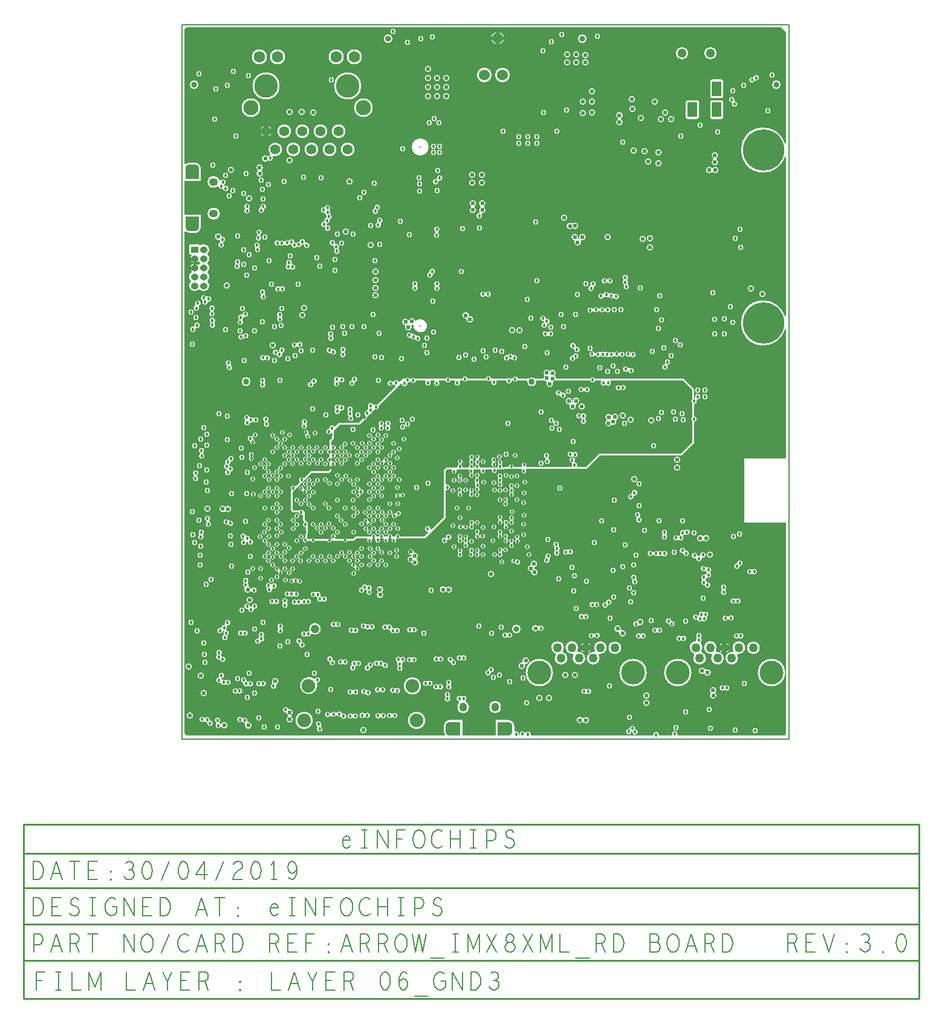
<source format=gbr>
G04 ================== begin FILE IDENTIFICATION RECORD ==================*
G04 Layout Name:  D:/ml/database/eI_Arrow_IMX8XML_RD_LAYOUT1.brd*
G04 Film Name:    L06.gbr*
G04 File Format:  Gerber RS274X*
G04 File Origin:  Cadence Allegro 17.2-S053*
G04 Origin Date:  Tue Jul 23 18:18:35 2019*
G04 *
G04 Layer:  DRAWING FORMAT/L6*
G04 Layer:  DRAWING FORMAT/FILM_LABEL_OUTLINE*
G04 Layer:  VIA CLASS/L6_GND3*
G04 Layer:  PIN/L6_GND3*
G04 Layer:  ETCH/L6_GND3*
G04 Layer:  PIN/L8_PWR2*
G04 Layer:  BOARD GEOMETRY/OUTLINE*
G04 *
G04 Offset:    (0.00 0.00)*
G04 Mirror:    No*
G04 Mode:      Positive*
G04 Rotation:  0*
G04 FullContactRelief:  No*
G04 UndefLineWidth:     5.00*
G04 ================== end FILE IDENTIFICATION RECORD ====================*
%FSLAX25Y25*MOIN*%
%IR0*IPPOS*OFA0.00000B0.00000*MIA0B0*SFA1.00000B1.00000*%
%ADD17C,.01*%
%AMMACRO30*
4,1,24,.0374,-.01722,
.0374,.04085,
-.0374,.04085,
-.0374,-.01722,
-.037042,-.021322,
-.035978,-.0253,
-.034239,-.029033,
-.031878,-.032406,
-.028967,-.035319,
-.025594,-.037682,
-.021863,-.039423,
-.017886,-.04049,
-.013784,-.04085,
-.01378,-.04085,
.01378,-.04085,
.017882,-.040491,
.021859,-.039424,
.025591,-.037684,
.028964,-.035321,
.031875,-.032409,
.034237,-.029036,
.035976,-.025303,
.037042,-.021326,
.0374,-.017224,
.0374,-.01722,
0.0*
%
%ADD30MACRO30*%
%AMMACRO27*
4,1,24,.01722,.0374,
-.04085,.0374,
-.04085,-.0374,
.01722,-.0374,
.021322,-.037042,
.0253,-.035978,
.029033,-.034239,
.032406,-.031878,
.035319,-.028967,
.037682,-.025594,
.039423,-.021863,
.04049,-.017886,
.04085,-.013784,
.04085,-.01378,
.04085,.01378,
.040491,.017882,
.039424,.021859,
.037684,.025591,
.035321,.028964,
.032409,.031875,
.029036,.034237,
.025303,.035976,
.021326,.037042,
.017224,.0374,
.01722,.0374,
0.0*
%
%ADD27MACRO27*%
%ADD18C,.05*%
%ADD12C,.032*%
%ADD34C,.024*%
%ADD15C,.06*%
%ADD14C,.051*%
%ADD24C,.034*%
%ADD33C,.018*%
%ADD21C,.063*%
%ADD23C,.055*%
%ADD20C,.083*%
%ADD31C,.048*%
%ADD32C,.0748*%
%ADD22C,.13*%
%ADD19C,.131*%
%ADD11O,.042X.038*%
%ADD10R,.042X.038*%
%ADD13R,.052X.083*%
%AMMACRO26*
4,1,24,-.01722,-.0374,
.04085,-.0374,
.04085,.0374,
-.01722,.0374,
-.021322,.037042,
-.0253,.035978,
-.029033,.034239,
-.032406,.031878,
-.035319,.028967,
-.037682,.025594,
-.039423,.021863,
-.04049,.017886,
-.04085,.013784,
-.04085,.01378,
-.04085,-.01378,
-.040491,-.017882,
-.039424,-.021859,
-.037684,-.025591,
-.035321,-.028964,
-.032409,-.031875,
-.029036,-.034237,
-.025303,-.035976,
-.021326,-.037042,
-.017224,-.0374,
-.01722,-.0374,
0.0*
%
%ADD26MACRO26*%
%AMMACRO29*
4,1,24,-.0374,.01722,
-.0374,-.04085,
.0374,-.04085,
.0374,.01722,
.037042,.021322,
.035978,.0253,
.034239,.029033,
.031878,.032406,
.028967,.035319,
.025594,.037682,
.021863,.039423,
.017886,.04049,
.013784,.04085,
.01378,.04085,
-.01378,.04085,
-.017882,.040491,
-.021859,.039424,
-.025591,.037684,
-.028964,.035321,
-.031875,.032409,
-.034237,.029036,
-.035976,.025303,
-.037042,.021326,
-.0374,.017224,
-.0374,.01722,
0.0*
%
%ADD29MACRO29*%
%ADD16C,.228*%
%ADD28O,.04921X.04331*%
%ADD25O,.04331X.04921*%
%ADD35C,.015*%
%ADD36C,.025*%
%ADD37C,.005*%
%ADD38C,.03004*%
%ADD43C,.05004*%
%ADD54C,.07004*%
%ADD50C,.08004*%
%ADD39C,.02604*%
%ADD49C,.06304*%
%ADD41C,.03604*%
%ADD47C,.08304*%
%ADD46C,.07504*%
%ADD40C,.04804*%
%ADD53C,.05804*%
%ADD45C,.06704*%
%ADD51C,.06804*%
%ADD42C,.09484*%
%ADD55C,.09296*%
%ADD48C,.10304*%
%ADD44C,.15004*%
%ADD52C,.15104*%
%ADD56O,.06334X.06924*%
G75*
%LPD*%
G75*
G36*
G01X278484Y94718D02*
Y59714D01*
X301690D01*
Y-56911D01*
X300701Y-57900D01*
X242003D01*
G02X241684Y-57405I0J350D01*
G03X241819Y-56784I-1367J622D01*
G03X238815I-1502J0D01*
G03X238950Y-57405I1502J1D01*
G02X238631Y-57900I-319J-145D01*
G01X231849D01*
G02X231503Y-57500I1J350D01*
G03X231519Y-57284I-1486J219D01*
G03X228515I-1502J0D01*
G03X228531Y-57500I1502J3D01*
G02X228185Y-57900I-347J-50D01*
G01X161187D01*
G02X160853Y-57446I0J350D01*
G03X160921Y-57000I-1434J447D01*
G03X159419Y-55498I-1502J0D01*
G03X158180Y-56151I0J-1502D01*
G02X157591Y-56132I-288J198D01*
G03X156300Y-55398I-1291J-768D01*
G03X154798Y-56900I0J-1502D01*
G03X154894Y-57427I1502J1D01*
G02X154566Y-57900I-328J-123D01*
G01X154160D01*
Y-57682D01*
X154176Y-57647D01*
G03X154317Y-57016I-1361J635D01*
G01Y-57015D01*
G03X152815Y-55513I-1502J0D01*
G03X152090Y-55700I1J-1502D01*
G01X152071Y-55710D01*
X151862Y-55766D01*
X151810Y-55569D01*
X151811Y-55541D01*
G03X151818Y-55331I-3357J217D01*
G01Y-52575D01*
G03X148454Y-49212I-3364J-1D01*
G01X141644D01*
Y-57900D01*
X123176D01*
Y-49212D01*
X116366D01*
G03X113002Y-52575I0J-3364D01*
G01Y-55331D01*
G03X113669Y-57341I3364J1D01*
G02X113389Y-57900I-281J-209D01*
G01X-28601D01*
X-29946Y-56555D01*
Y28854D01*
X-29850Y28950D01*
X-29946Y29046D01*
Y219737D01*
G02X-29361Y219996I350J0D01*
G03X-27100Y219122I2262J2490D01*
G01X-24344D01*
G03X-20980Y222486I0J3364D01*
G01Y229296D01*
X-29946D01*
Y247764D01*
X-20980D01*
Y254574D01*
G03X-24344Y257938I-3364J0D01*
G01X-27100D01*
G03X-29361Y257064I1J-3364D01*
G02X-29946Y257323I-235J259D01*
G01Y331654D01*
X-29100Y332500D01*
X299100D01*
X301690Y329910D01*
Y268726D01*
G02X301007Y268619I-350J0D01*
G03X289190Y277256I-11817J-3765D01*
G03Y252452I0J-12402D01*
G03X301007Y261089I0J12402D01*
G02X301690Y260982I333J-107D01*
G01Y173450D01*
G02X301007Y173343I-350J0D01*
G03X289190Y181980I-11817J-3765D01*
G03Y157176I0J-12402D01*
G03X301007Y165813I0J12402D01*
G02X301690Y165706I333J-107D01*
G01Y94718D01*
X278484D01*
G37*
%LPC*%
G75*
G36*
G01X208954Y282409D02*
G02X207998Y284000I846J1591D01*
G02X211602I1802J0D01*
G02X210646Y282409I-1802J0D01*
G03Y281791I164J-309D01*
G02X211602Y280200I-846J-1591D01*
G02X207998I-1802J0D01*
G02X208954Y281791I1802J0D01*
G03Y282409I-164J309D01*
G37*
G36*
G01X17472Y262502D02*
G02X16347Y265181I2627J2679D01*
G02X20099Y261429I3752J0D01*
G02X18938Y261613I0J3752D01*
G03X18521Y261114I-109J-333D01*
G02X18702Y260400I-1321J-715D01*
G02X17200Y258898I-1502J0D01*
G02X16414Y259120I0J1502D01*
G03X15950Y259030I-183J-298D01*
G02X14500Y258298I-1450J1070D01*
G02Y261902I0J1802D01*
G02X15679Y261463I0J-1803D01*
G03X16152Y261476I229J264D01*
G02X17200Y261902I1048J-1076D01*
G01X17222D01*
G03X17472Y262502I5J350D01*
G37*
G36*
G01X261496Y260367D02*
G02X260615Y261916I921J1549D01*
G02X264219I1802J0D01*
G02X263338Y260367I-1802J0D01*
G03Y259765I178J-301D01*
G02X264219Y258216I-921J-1549D01*
G02X260615I-1802J0D01*
G02X261496Y259765I1802J0D01*
G03Y260367I-178J301D01*
G37*
G36*
G01X109217Y249268D02*
G02X109199Y249499I1484J232D01*
G02X110701Y247997I1502J0D01*
G02X110400Y248027I-2J1502D01*
G03X109984Y247631I-70J-343D01*
G02X110002Y247400I-1484J-232D01*
G02X108500Y248902I-1502J0D01*
G02X108801Y248872I2J-1502D01*
G03X109217Y249268I70J343D01*
G37*
G36*
G01X-14206Y244123D02*
G02Y250457I0J3167D01*
G01X-13616D01*
G02X-10563Y248134I0J-3168D01*
G03X-9938Y248029I337J93D01*
G02X-8700Y248680I1238J-852D01*
G02X-7198Y247178I0J-1502D01*
G02X-8056Y245821I-1502J0D01*
G03X-8242Y245407I150J-316D01*
G02X-8232Y245368I-1450J-393D01*
G03X-7782Y245125I339J89D01*
G02X-7306Y245202I475J-1425D01*
G02Y242198I0J-1502D01*
G02X-8759Y243321I0J1501D01*
G03X-9209Y243564I-339J-89D01*
G02X-9685Y243487I-475J1425D01*
G02X-11134Y244594I0J1502D01*
G03X-11685Y244780I-338J-92D01*
G02X-13616Y244123I-1931J2509D01*
G01X-14206D01*
G37*
G36*
G01X133212Y233909D02*
G02X132398Y235416I988J1507D01*
G02X136002I1802J0D01*
G02X135188Y233909I-1802J0D01*
G03Y233323I191J-293D01*
G02X136002Y231816I-988J-1507D01*
G02X134200Y230014I-1802J0D01*
G02X134038Y230021I-3J1802D01*
G03X133720Y229472I-31J-348D01*
G02X133992Y228610I-1230J-862D01*
G02X132490Y230112I-1502J0D01*
G01X132521D01*
G03X132800Y230682I7J350D01*
G02X132398Y231816I1400J1134D01*
G02X133212Y233323I1802J0D01*
G03Y233909I-191J293D01*
G37*
G36*
G01X47015Y233269D02*
G03X47423Y233506I74J342D01*
G02X48855Y234556I1432J-451D01*
G02X50357Y233054I0J-1502D01*
G02X49934Y232009I-1502J0D01*
G03X49946Y231511I251J-243D01*
G02X50419Y230416I-1029J-1094D01*
G02X50318Y229875I-1502J0D01*
G03X50468Y229447I327J-126D01*
G02X51212Y228150I-759J-1297D01*
G02X50247Y226747I-1502J0D01*
G03X50036Y226321I125J-327D01*
G02X50098Y225895I-1440J-427D01*
G02X48644Y224394I-1502J0D01*
G03X48306Y224022I11J-350D01*
G02X48309Y223926I-1499J-95D01*
G02X48288Y223674I-1502J-2D01*
G03X48702Y223272I345J-59D01*
G02X49000Y223302I299J-1472D01*
G02X47498Y221800I0J-1502D01*
G02X47519Y222052I1502J2D01*
G03X47105Y222454I-345J59D01*
G02X46807Y222424I-299J1472D01*
G02X45305Y223926I0J1502D01*
G02X46759Y225427I1502J0D01*
G03X47097Y225799I-11J350D01*
G02X47094Y225895I1499J95D01*
G02X48059Y227298I1502J0D01*
G03X48270Y227724I-125J327D01*
G02X48208Y228150I1440J427D01*
G02X48309Y228691I1502J0D01*
G03X48159Y229119I-327J126D01*
G02X47454Y230074I758J1297D01*
G03X47036Y230336I-341J-79D01*
G02X46701Y230298I-336J1464D01*
G02Y233302I0J1502D01*
G02X47015Y233269I1J-1502D01*
G37*
G36*
G01X108335Y219925D02*
G02X107698Y221153I865J1228D01*
G02X110702I1502J0D01*
G02X109903Y219826I-1501J0D01*
G03X109865Y219231I164J-309D01*
G02X110502Y218003I-865J-1228D01*
G02X107498I-1502J0D01*
G02X108297Y219330I1501J0D01*
G03X108335Y219925I-164J309D01*
G37*
G36*
G01X10191Y218333D02*
G02X9617Y219514I928J1181D01*
G02X12621I1502J0D01*
G02X11788Y218169I-1502J0D01*
G03X11728Y217581I156J-313D01*
G02X12302Y216400I-928J-1181D01*
G02X9298I-1502J0D01*
G02X10131Y217745I1502J0D01*
G03X10191Y218333I-156J313D01*
G37*
G36*
G01X-10958Y215369D02*
G02X-11400Y215314I-442J1747D01*
G02Y218918I0J1802D01*
G02X-9627Y217437I0J-1802D01*
G03X-9253Y217151I344J63D01*
G02X-9129Y217156I122J-1497D01*
G02X-7627Y215654I0J-1502D01*
G02X-8604Y214247I-1502J0D01*
G03X-8727Y213670I123J-328D01*
G02X-8279Y212600I-1054J-1070D01*
G02X-11283I-1502J0D01*
G02X-10306Y214007I1502J0D01*
G03X-10183Y214584I-123J328D01*
G02X-10543Y215148I1054J1070D01*
G03X-10958Y215369I-329J-118D01*
G37*
G36*
G01X187741Y216198D02*
G02X187598Y216900I1659J703D01*
G02X189400Y215098I1802J0D01*
G02X188882Y215174I0J1803D01*
G03X188459Y214702I-101J-335D01*
G02X188602Y214000I-1659J-703D01*
G02X184998I-1802J0D01*
G02X185123Y214658I1802J-1D01*
G03X184862Y215130I-326J128D01*
G02X183398Y216900I338J1770D01*
G02X187002I1802J0D01*
G02X186877Y216242I-1802J1D01*
G03X187138Y215770I326J-128D01*
G02X187318Y215726I-337J-1770D01*
G03X187741Y216198I101J335D01*
G37*
G36*
G01X31927Y213737D02*
G02X33110Y214317I1186J-922D01*
G03X33455Y214612I-1J350D01*
G02X34938Y215877I1483J-237D01*
G02X36440Y214375I0J-1502D01*
G02X36416Y214110I-1502J2D01*
G03X36885Y213721I344J-62D01*
G02X37417Y213818I531J-1405D01*
G02X35915Y212316I0J-1502D01*
G02X35939Y212581I1502J-2D01*
G03X35470Y212970I-344J62D01*
G02X34941Y212873I-531J1405D01*
G03X34596Y212578I1J-350D01*
G02X33113Y211313I-1483J237D01*
G02X32276Y211568I0J1501D01*
G03X31805Y211492I-195J-291D01*
G02X30619Y210912I-1186J923D01*
G02X29117Y212389I0J1502D01*
G03X28817Y212730I-350J-5D01*
G02X28223Y212951I215J1486D01*
G03X27748Y212857I-188J-295D01*
G02X26517Y212216I-1231J862D01*
G02X25452Y212659I0J1502D01*
G03X24923Y212621I-248J-247D01*
G02X23717Y212014I-1206J895D01*
G02X22613Y212498I0J1501D01*
G03X22129Y212528I-258J-237D01*
G02X21159Y212172I-971J1146D01*
G02Y215176I0J1502D01*
G02X22263Y214692I0J-1501D01*
G03X22747Y214662I258J237D01*
G02X23717Y215018I971J-1146D01*
G02X24782Y214575I0J-1502D01*
G03X25311Y214613I248J247D01*
G02X26517Y215220I1206J-895D01*
G02X27327Y214983I0J-1503D01*
G03X27802Y215077I188J295D01*
G02X29033Y215718I1231J-862D01*
G02X30535Y214241I0J-1502D01*
G03X30835Y213900I350J5D01*
G02X31456Y213661I-216J-1486D01*
G03X31927Y213737I195J291D01*
G37*
G36*
G01X51816Y212332D02*
G02X51502Y212299I-313J1469D01*
G02X53004Y213801I0J1502D01*
G02X52970Y213485I-1502J2D01*
G03X53386Y213069I342J-74D01*
G02X53700Y213102I313J-1469D01*
G02X55202Y211600I0J-1502D01*
G02X54945Y210759I-1502J-1D01*
G03X55020Y210287I290J-196D01*
G02X55602Y209100I-919J-1187D01*
G02X52598I-1502J0D01*
G02X52855Y209941I1502J1D01*
G03X52780Y210413I-290J196D01*
G02X52198Y211600I919J1187D01*
G02X52232Y211916I1502J-2D01*
G03X51816Y212332I-342J74D01*
G37*
G36*
G01X201109Y183880D02*
G02X199700Y182898I-1409J520D01*
G02Y185902I0J1502D01*
G02X200643Y185569I0J-1502D01*
G03X201191Y185720I220J272D01*
G02X202600Y186702I1409J-520D01*
G02X203935Y185888I0J-1502D01*
G03X204464Y185775I311J161D01*
G02X205400Y186102I936J-1176D01*
G02X206653Y185429I0J-1503D01*
G03X207144Y185334I292J193D01*
G02X208000Y185602I856J-1233D01*
G02Y182598I0J-1502D01*
G02X206747Y183271I0J1503D01*
G03X206256Y183366I-292J-193D01*
G02X205400Y183098I-856J1233D01*
G02X204065Y183912I0J1502D01*
G03X203536Y184025I-311J-161D01*
G02X202600Y183698I-936J1176D01*
G02X201657Y184031I0J1502D01*
G03X201109Y183880I-220J-272D01*
G37*
G36*
G01X-15602Y176457D02*
G02X-16285Y177716I819J1259D01*
G02X-13281I1502J0D01*
G02X-13978Y176448I-1502J0D01*
G03X-13981Y175859I188J-295D01*
G02X-13298Y174600I-819J-1259D01*
G02X-16302I-1502J0D01*
G02X-15605Y175868I1502J0D01*
G03X-15602Y176457I-188J295D01*
G37*
G36*
G01X195077Y176000D02*
G02X193700Y175098I-1377J600D01*
G02Y178102I0J1502D01*
G02X194986Y177375I0J-1501D01*
G03X195607Y177416I300J181D01*
G02X196984Y178318I1377J-600D01*
G02X198292Y177555I0J-1503D01*
G03X198900Y177552I305J172D01*
G02X200200Y178302I1300J-752D01*
G02X201498Y177556I0J-1502D01*
G03X202102I302J177D01*
G02X203400Y178302I1298J-756D01*
G02Y175298I0J-1502D01*
G02X202102Y176044I0J1502D01*
G03X201498I-302J-177D01*
G02X200200Y175298I-1298J756D01*
G02X198892Y176061I0J1503D01*
G03X198284Y176064I-305J-172D01*
G02X196984Y175314I-1300J752D01*
G02X195698Y176041I0J1501D01*
G03X195077Y176000I-300J-181D01*
G37*
G36*
G01X2116Y174441D02*
G02X3617Y175902I1501J-41D01*
G02Y172898I0J-1502D01*
G02X3091Y172993I0J1502D01*
G03X2618Y172675I-123J-328D01*
G02X1995Y171497I-1501J40D01*
G03X1935Y170984I204J-284D01*
G02X2302Y170000I-1136J-984D01*
G02X-702I-1502J0D01*
G02X-78Y171219I1503J0D01*
G03X-18Y171732I-204J284D01*
G02X-385Y172716I1136J984D01*
G02X1117Y174218I1502J0D01*
G02X1643Y174123I0J-1502D01*
G03X2116Y174441I123J328D01*
G37*
G36*
G01X93223Y171343D02*
G03X93792Y171376I273J219D01*
G02X95317Y172218I1525J-960D01*
G02X97044Y170930I0J-1802D01*
G03X97609Y170766I335J100D01*
G02X96369Y168349I2408J-2762D01*
G03X95906Y168713I-348J33D01*
G02X95317Y168614I-589J1703D01*
G01X95300D01*
G03X94991Y168094I-3J-350D01*
G02X95219Y167216I-1574J-877D01*
G02X91615I-1802J0D01*
G02X91772Y167952I1802J0D01*
G03X91512Y168440I-319J143D01*
G02X90015Y170216I305J1776D01*
G02X91817Y172018I1802J0D01*
G02X93223Y171343I0J-1802D01*
G37*
G36*
G01X-24449Y167885D02*
G02X-24504Y168286I1447J403D01*
G02X-23002Y166784I1502J0D01*
G02X-23499Y166869I1J1502D01*
G03X-23953Y166445I-117J-330D01*
G02X-23898Y166044I-1447J-403D01*
G02X-25400Y167546I-1502J0D01*
G02X-24903Y167461I-1J-1502D01*
G03X-24449Y167885I117J330D01*
G37*
G36*
G01X184501Y155528D02*
G02X184200Y155498I-299J1472D01*
G02X185702Y157000I0J1502D01*
G02X185683Y156764I-1502J2D01*
G03X186099Y156366I346J-55D01*
G02X186400Y156396I299J-1472D01*
G02X184898Y154894I0J-1502D01*
G02X184917Y155130I1502J-2D01*
G03X184501Y155528I-346J55D01*
G37*
G36*
G01X206457Y153241D02*
G03X206986Y153284I246J249D01*
G02X208200Y153902I1214J-883D01*
G02X209475Y153194I0J-1502D01*
G03X210042Y153156I297J185D01*
G02X211200Y153702I1158J-955D01*
G02Y150698I0J-1502D01*
G02X209925Y151406I0J1502D01*
G03X209358Y151444I-297J-185D01*
G02X208200Y150898I-1158J955D01*
G02X207143Y151333I0J1502D01*
G03X206614Y151290I-246J-249D01*
G02X205400Y150672I-1214J883D01*
G02X204395Y151058I0J1501D01*
G03X203927I-234J-260D01*
G02X202922Y150672I-1005J1115D01*
G02X201884Y151089I1J1502D01*
G03X201431Y151115I-242J-253D01*
G02X200526Y150812I-905J1200D01*
G02X199610Y151124I0J1501D01*
G03X199157Y151102I-214J-277D01*
G02X198128Y150694I-1029J1094D01*
G02X196738Y151626I0J1503D01*
G03X196110Y151664I-323J-133D01*
G02X194800Y150898I-1310J737D01*
G02Y153902I0J1502D01*
G02X196190Y152970I0J-1503D01*
G03X196818Y152932I323J133D01*
G02X198128Y153698I1310J-737D01*
G02X199044Y153386I0J-1501D01*
G03X199497Y153408I214J277D01*
G02X200526Y153816I1029J-1094D01*
G02X201564Y153399I-1J-1502D01*
G03X202017Y153373I242J253D01*
G02X202922Y153676I905J-1200D01*
G02X203927Y153290I0J-1501D01*
G03X204395I234J260D01*
G02X205400Y153676I1005J-1115D01*
G02X206457Y153241I0J-1502D01*
G37*
G36*
G01X214201Y142980D02*
G02X213200Y142598I-1001J1121D01*
G02Y145602I0J1502D01*
G02X214626Y144571I0J-1502D01*
G03X215191Y144420I332J110D01*
G02X216192Y144802I1001J-1121D01*
G02Y141798I0J-1502D01*
G02X214766Y142829I0J1502D01*
G03X214201Y142980I-332J-110D01*
G37*
G36*
G01X168408Y140844D02*
G02X167898Y142100I1292J1256D01*
G02X169700Y143902I1802J0D01*
G02X171077Y143262I0J-1801D01*
G03X171598Y143246I268J226D01*
G02X172900Y143802I1302J-1246D01*
G02X174702Y142000I0J-1802D01*
G02X174233Y140787I-1803J0D01*
G03X174249Y140299I258J-236D01*
G02X174801Y139070I-1249J-1299D01*
G01X174807Y138902D01*
X193672D01*
G02X196328I1328J-702D01*
G01X245415D01*
X251002Y133315D01*
Y127906D01*
X251148Y127881D01*
G02X251248Y127861I-244J-1482D01*
G03X251645Y128352I81J341D01*
G02X251498Y129000I1355J648D01*
G02X253000Y127498I1502J0D01*
G02X252652Y127539I1J1502D01*
G03X252255Y127048I-81J-341D01*
G02X252402Y126400I-1355J-648D01*
G02X251103Y124912I-1502J0D01*
G01X250952Y124891D01*
Y118109D01*
X251103Y118088D01*
G02Y115112I-203J-1488D01*
G01X250952Y115091D01*
Y103635D01*
X243915Y96598D01*
X198975D01*
X191625Y89248D01*
X161365D01*
X161223Y89106D01*
X158491D01*
G03X158200Y88562I0J-350D01*
G02X158419Y87839I-1084J-723D01*
G02X155815I-1302J0D01*
G02X156034Y88562I1303J0D01*
G03X155743Y89106I-291J194D01*
G01X146407D01*
X146115Y88814D01*
X142463D01*
G03X142122Y88386I0J-350D01*
G02X142155Y88094I-1269J-291D01*
G02X139551I-1302J0D01*
G02X139584Y88386I1302J1D01*
G03X139243Y88814I-341J78D01*
G01X136046D01*
G03X135726Y88324I0J-350D01*
G02X135836Y87799I-1192J-524D01*
G02X133232I-1302J0D01*
G02X133342Y88324I1302J1D01*
G03X133022Y88814I-320J140D01*
G01X129706D01*
G03X129371Y88364I0J-350D01*
G02X129426Y87990I-1247J-374D01*
G02X129053Y87078I-1301J0D01*
G03X129075Y86567I250J-245D01*
G02X129529Y85579I-848J-988D01*
G02X126925I-1302J0D01*
G02X127298Y86491I1301J0D01*
G03X127276Y87002I-250J245D01*
G02X126822Y87990I848J988D01*
G02X126877Y88364I1302J0D01*
G03X126542Y88814I-335J100D01*
G01X120200D01*
G03X119888Y88306I0J-350D01*
G02X120029Y87716I-1161J-589D01*
G02X117425I-1302J0D01*
G02X117566Y88306I1302J1D01*
G03X117254Y88814I-312J158D01*
G01X114631D01*
X114118Y88302D01*
Y80835D01*
G03X114534Y80491I350J0D01*
G02X114817Y80518I284J-1475D01*
G02Y77514I0J-1502D01*
G02X114534Y77541I1J1502D01*
G03X114118Y77197I-66J-344D01*
G01Y62301D01*
X111032Y59214D01*
X111031D01*
X102631Y50814D01*
X88156D01*
G02X87491Y50632I-664J1120D01*
G02X86864Y50793I0J1301D01*
G01X86825Y50814D01*
X86588D01*
G03X86453Y50529I1J-175D01*
G02X86745Y49707I-1011J-822D01*
G02X84141I-1302J0D01*
G02X84286Y50304I1301J0D01*
G03X83975Y50814I-311J160D01*
G01X83927D01*
X83887Y50792D01*
G02X82607I-640J1135D01*
G01X82567Y50814D01*
X82505D01*
G03X82195Y50302I0J-350D01*
G02X82343Y49699I-1154J-603D01*
G02X79739I-1302J0D01*
G02X79887Y50302I1302J0D01*
G03X79577Y50814I-310J162D01*
G01X79294D01*
X79260Y50800D01*
G02X78735Y50689I-526J1191D01*
G02X78210Y50800I1J1302D01*
G01X78176Y50814D01*
X77994D01*
G03X77682Y50307I0J-350D01*
G02X77822Y49719I-1162J-587D01*
G02X75218I-1302J0D01*
G02X75358Y50307I1302J1D01*
G03X75046Y50814I-312J157D01*
G01X74992D01*
X74952Y50792D01*
G02X73672I-640J1135D01*
G01X73632Y50814D01*
X73549D01*
G03X73239Y50302I0J-350D01*
G02X73387Y49699I-1154J-603D01*
G02X70783I-1302J0D01*
G02X70931Y50302I1302J0D01*
G03X70621Y50814I-310J162D01*
G01X64715D01*
X63299Y49398D01*
X59982D01*
X59935Y49297D01*
G02X57571I-1182J546D01*
G01X57524Y49398D01*
X51079D01*
X51033Y49295D01*
G02X48655I-1189J531D01*
G01X48609Y49398D01*
X42185D01*
X42141Y49290D01*
G02X39731I-1205J495D01*
G01X39687Y49398D01*
X37788D01*
X37742Y49295D01*
G02X36554Y48526I-1188J533D01*
G02X35252Y49828I0J1302D01*
G02X36439Y51125I1302J0D01*
G03X36598Y51299I-16J174D01*
G01Y53515D01*
X37098Y54015D01*
Y56780D01*
G03X36699Y57127I-350J1D01*
G02X36517Y57114I-184J1289D01*
G02X35215Y58416I0J1302D01*
G02X35892Y59558I1302J0D01*
G03X35971Y60112I-168J307D01*
G01X35298Y60785D01*
Y63808D01*
G03X34794Y64122I-350J0D01*
G02X34217Y63987I-577J1167D01*
G02X32922Y65157I0J1302D01*
G01X32906Y65314D01*
X29802D01*
X28516Y66601D01*
Y76732D01*
X29001Y77217D01*
G03X28997Y77716I-248J248D01*
G02X28600Y78652I905J936D01*
G02X29902Y79954I1302J0D01*
G02X30838Y79557I0J-1302D01*
G03X31337Y79553I251J244D01*
G01X33518Y81734D01*
G03X33527Y82220I-247J248D01*
G02X33179Y83106I954J886D01*
G02X34481Y84408I1302J0D01*
G02X35367Y84060I0J-1302D01*
G03X35853Y84069I238J256D01*
G01X39685Y87902D01*
X49285D01*
X49898Y88515D01*
Y92793D01*
G03X49738Y92967I-175J0D01*
G02Y95563I106J1298D01*
G03X49898Y95737I-15J174D01*
G01Y97167D01*
G03X49738Y97341I-175J0D01*
G02Y99937I106J1298D01*
G03X49898Y100111I-15J174D01*
G01Y105015D01*
X51198Y106315D01*
Y108247D01*
G03X50631Y108522I-350J0D01*
G02X49700Y108198I-932J1178D01*
G02X48198Y109700I0J1502D01*
G02X49582Y111197I1502J0D01*
G03X49903Y111575I-28J349D01*
G02X49898Y111700I1497J122D01*
G02X51400Y113202I1502J0D01*
G02X52642Y112545I0J-1502D01*
G03X53178Y112495I289J197D01*
G01X55185Y114502D01*
X66085D01*
X69772Y118188D01*
G03X69764Y118692I-247J248D01*
G02X69287Y119789I1025J1098D01*
G02X70668Y121286I1502J0D01*
G03X70990Y121619I-28J349D01*
G02X71403Y122586I1500J-69D01*
G03X71429Y123039I-253J242D01*
G02X71124Y123946I1196J907D01*
G02X72626Y125448I1502J0D01*
G02X74037Y124461I0J-1502D01*
G03X74599Y124320I329J120D01*
G02X75600Y124702I1001J-1121D01*
G02X76073Y124626I1J-1502D01*
G01X76175Y124592D01*
X86219Y134635D01*
G03X86103Y135207I-247J248D01*
G02X85459Y135705I562J1393D01*
G03X84864Y135651I-281J-209D01*
G02X83517Y134814I-1347J665D01*
G02Y137818I0J1502D01*
G02X84723Y137211I0J-1502D01*
G03X85318Y137265I281J209D01*
G02X86665Y138102I1347J-665D01*
G02X88058Y137162I0J-1502D01*
G03X88630Y137046I324J131D01*
G01X90485Y138902D01*
X91747D01*
G02X94287I1270J-802D01*
G01X95079D01*
G02X97121I1021J-1103D01*
G01X113956D01*
G02X116576I1310J-735D01*
G01X123244D01*
X123282Y139025D01*
G02X126152I1435J-443D01*
G01X126190Y138902D01*
X136194D01*
X136219Y139048D01*
G02X139181I1481J-248D01*
G01X139206Y138902D01*
X148043D01*
G02X148897Y139168I853J-1236D01*
G02X149751Y138902I1J-1502D01*
G01X150930D01*
X150969Y139023D01*
G02X153831I1431J-457D01*
G01X153870Y138902D01*
X159681D01*
G02X161468Y139652I1786J-1752D01*
G02X163255Y138902I1J-2502D01*
G01X167898D01*
Y139079D01*
Y139100D01*
G02X168408Y140356I1802J0D01*
G03Y140844I-251J244D01*
G37*
G36*
G01X130631Y84516D02*
G02X130082Y85578I753J1062D01*
G02X132686I1302J0D01*
G02X131975Y84418I-1302J0D01*
G03X131931Y83820I158J-312D01*
G02X132480Y82758I-753J-1062D01*
G02X132168Y81913I-1302J1D01*
G03X132232Y81400I266J-227D01*
G02X132780Y80339I-753J-1061D01*
G02X132320Y79346I-1302J0D01*
G03X132302Y78828I226J-267D01*
G02X132696Y77895I-908J-933D01*
G02X130092I-1302J0D01*
G02X130552Y78888I1302J0D01*
G03X130570Y79406I-226J267D01*
G02X130176Y80339I908J933D01*
G02X130488Y81184I1302J-1D01*
G03X130424Y81697I-266J227D01*
G02X129876Y82758I753J1061D01*
G02X130587Y83918I1302J0D01*
G03X130631Y84516I-158J312D01*
G37*
G36*
G01X149468Y78882D02*
G02X148934Y79933I767J1051D01*
G02X151538I1302J0D01*
G02X151041Y78910I-1301J0D01*
G03X151051Y78352I216J-275D01*
G02X151585Y77301I-767J-1051D01*
G02X151221Y76398I-1302J0D01*
G03X151228Y75906I252J-242D01*
G02X151619Y74976I-911J-930D01*
G02X149015I-1302J0D01*
G02X149379Y75879I1302J0D01*
G03X149372Y76371I-252J242D01*
G02X148981Y77301I911J930D01*
G02X149478Y78324I1301J0D01*
G03X149468Y78882I-216J275D01*
G37*
G36*
G01X121074Y76574D02*
G02X120491Y77660I720J1086D01*
G02X123095I1302J0D01*
G02X122646Y76676I-1303J0D01*
G03X122682Y76120I229J-264D01*
G02X123265Y75034I-720J-1086D01*
G02X120661I-1302J0D01*
G02X121110Y76018I1303J0D01*
G03X121074Y76574I-229J264D01*
G37*
G36*
G01X143292Y61323D02*
G02X142697Y62416I706J1093D01*
G02X145301I1302J0D01*
G02X144767Y61365I-1301J0D01*
G03X144783Y60788I206J-283D01*
G02X145378Y59695I-706J-1093D01*
G02X142774I-1302J0D01*
G02X143308Y60746I1301J0D01*
G03X143292Y61323I-206J283D01*
G37*
G36*
G01X149521Y61200D02*
G02X149015Y62230I795J1030D01*
G02X151619I1302J0D01*
G02X151113Y61200I-1301J0D01*
G03Y60646I214J-277D01*
G02X151619Y59616I-795J-1030D01*
G02X149015I-1302J0D01*
G02X149521Y60646I1301J0D01*
G03Y61200I-214J277D01*
G37*
G36*
G01X-17888Y60418D02*
G02X-18802Y61800I588J1382D01*
G02X-15798I1502J0D01*
G02X-16306Y60674I-1502J0D01*
G03X-16212Y60089I231J-263D01*
G02X-15298Y58707I-588J-1382D01*
G02X-18302I-1502J0D01*
G02X-17794Y59833I1502J0D01*
G03X-17888Y60418I-231J263D01*
G37*
G36*
G01X146460Y58641D02*
G02X145924Y59694I766J1053D01*
G02X148528I1302J0D01*
G02X147985Y58636I-1302J0D01*
G03X147983Y58069I204J-284D01*
G02X148519Y57016I-766J-1053D01*
G02X145915I-1302J0D01*
G02X146458Y58074I1302J0D01*
G03X146460Y58641I-204J284D01*
G37*
G36*
G01X123260Y56464D02*
G02X122156Y55853I-1104J692D01*
G02Y58457I0J1302D01*
G02X123295Y57787I0J-1303D01*
G03X123897Y57771I306J170D01*
G02X125001Y58382I1104J-692D01*
G02Y55778I0J-1302D01*
G02X123862Y56448I0J1303D01*
G03X123260Y56464I-306J-170D01*
G37*
G36*
G01X130685Y53490D02*
G02X130117Y54565I733J1075D01*
G02X132721I1302J0D01*
G02X132204Y53527I-1302J1D01*
G03X132218Y52958I211J-279D01*
G02X132586Y52576I-734J-1075D01*
G03X133208Y52634I296J186D01*
G02X134420Y53459I1212J-478D01*
G02Y50855I0J-1302D01*
G02X133318Y51464I0J1302D01*
G03X132696Y51406I-296J-186D01*
G02X131484Y50581I-1212J478D01*
G02X130182Y51883I0J1302D01*
G02X130699Y52921I1302J-1D01*
G03X130685Y53490I-211J279D01*
G37*
G36*
G01X245520Y55260D02*
G03X245969Y55325I186J296D01*
G02X247097Y55836I1129J-991D01*
G02Y52832I0J-1502D01*
G02X246298Y53062I0J1503D01*
G03X245849Y52997I-186J-296D01*
G02X244991Y52510I-1129J990D01*
G03X244765Y51968I63J-344D01*
G02X245030Y51116I-1237J-852D01*
G02X243528Y49614I-1502J0D01*
G02X242555Y49972I0J1501D01*
G03X242101I-227J-267D01*
G02X241128Y49614I-973J1143D01*
G02Y52618I0J1502D01*
G02X242101Y52260I0J-1501D01*
G03X242555I227J267D01*
G02X243258Y52594I974J-1143D01*
G03X243484Y53136I-63J344D01*
G02X243219Y53988I1237J852D01*
G02X244721Y55490I1502J0D01*
G02X245520Y55260I0J-1503D01*
G37*
G36*
G01X114227Y51425D02*
G02X114215Y51616I1490J189D01*
G02X115717Y50114I1502J0D01*
G02X115260Y50185I-1J1502D01*
G03X114807Y49807I-106J-333D01*
G02X114819Y49616I-1490J-189D01*
G02X113317Y51118I-1502J0D01*
G02X113774Y51047I1J-1502D01*
G03X114227Y51425I106J333D01*
G37*
G36*
G01X149516Y48391D02*
G02X148994Y49434I781J1043D01*
G02X151598I1302J0D01*
G02X151045Y48369I-1302J0D01*
G03X151037Y47803I202J-286D01*
G02X151559Y46760I-781J-1043D01*
G02X148955I-1302J0D01*
G02X149508Y47825I1302J0D01*
G03X149516Y48391I-202J286D01*
G37*
G36*
G01X143353Y43402D02*
G02X142820Y44453I770J1051D01*
G02X145424I1302J0D01*
G02X144856Y43378I-1301J0D01*
G03X144847Y42806I197J-289D01*
G02X145380Y41755I-770J-1051D01*
G02X142776I-1302J0D01*
G02X143344Y42830I1301J0D01*
G03X143353Y43402I-197J289D01*
G37*
G36*
G01X228117Y41761D02*
G02X226817Y41012I-1300J754D01*
G02Y44016I0J1502D01*
G02X228113Y43274I0J-1503D01*
G03X228717Y43275I302J177D01*
G02X230017Y44024I1300J-754D01*
G02X231050Y43613I1J-1502D01*
G03X231290Y43612I121J127D01*
G02X232317Y44018I1027J-1096D01*
G02X233291Y43659I0J-1501D01*
G03X233745I227J267D01*
G02X234717Y44016I972J-1145D01*
G02Y41012I0J-1502D01*
G02X233743Y41371I0J1501D01*
G03X233289I-227J-267D01*
G02X232317Y41014I-972J1145D01*
G02X231284Y41425I-1J1502D01*
G03X231044Y41426I-121J-127D01*
G02X230017Y41020I-1027J1096D01*
G02X228721Y41762I0J1503D01*
G03X228117Y41761I-302J-177D01*
G37*
G36*
G01X254335Y41487D02*
G02X254315Y41732I1482J244D01*
G02X255817Y40230I1502J0D01*
G02X255515Y40261I2J1502D01*
G03X255099Y39861I-71J-343D01*
G02X255119Y39616I-1482J-244D01*
G02X252115I-1502J0D01*
G02X252116Y39658I1502J-15D01*
G03X251649Y39998I-350J10D01*
G02X251146Y39911I-504J1415D01*
G02X252648Y41413I0J1502D01*
G02X252647Y41371I-1502J15D01*
G03X253114Y41031I350J-10D01*
G02X253617Y41118I504J-1415D01*
G02X253919Y41087I-2J-1502D01*
G03X254335Y41487I71J343D01*
G37*
G36*
G01X63521Y34952D02*
G02X63207Y34914I-312J1264D01*
G02X64509Y36216I0J1302D01*
G02X64468Y35891I-1302J-1D01*
G03X64891Y35465I339J-87D01*
G02X65205Y35503I312J-1264D01*
G02X63903Y34201I0J-1302D01*
G02X63944Y34526I1302J1D01*
G03X63521Y34952I-339J87D01*
G37*
G36*
G01X21252Y32849D02*
G02X20924Y32807I-328J1260D01*
G02X22226Y34109I0J1302D01*
G02X22166Y33719I-1302J1D01*
G03X22589Y33276I334J-104D01*
G02X22917Y33318I328J-1260D01*
G02X21615Y32016I0J-1302D01*
G02X21675Y32406I1302J-1D01*
G03X21252Y32849I-334J104D01*
G37*
G36*
G01X2661Y26629D02*
G02X2303Y27602I1143J973D01*
G02X5307I1502J0D01*
G02X4949Y26629I-1501J0D01*
G03Y26175I267J-227D01*
G02X5307Y25202I-1143J-973D01*
G02X5239Y24756I-1502J1D01*
G03X5453Y24324I334J-103D01*
G02X6508Y23296I-620J-1692D01*
G03X7114Y23215I326J129D01*
G02X8317Y23818I1203J-899D01*
G02Y20814I0J-1502D01*
G02X6972Y21648I0J1502D01*
G03X6361Y21678I-314J-155D01*
G02X4833Y20830I-1528J953D01*
G02X3031Y22632I0J1802D01*
G02X3217Y23430I1802J1D01*
G03X3074Y23890I-314J155D01*
G02X2303Y25202I731J1312D01*
G02X2661Y26175I1501J0D01*
G03Y26629I-267J227D01*
G37*
G36*
G01X15478Y23615D02*
G02X14898Y24800I922J1186D01*
G02X16400Y26302I1502J0D01*
G02X17644Y25642I0J-1502D01*
G03X18211Y25624I290J196D01*
G02X19399Y26207I1188J-919D01*
G02Y23203I0J-1502D01*
G02X18751Y23350I0J1502D01*
G03X18260Y22952I-151J-316D01*
G02X18302Y22600I-1460J-353D01*
G02X15298I-1502J0D01*
G02X15519Y23385I1502J1D01*
G03X15478Y23615I-149J92D01*
G37*
G36*
G01X269482Y6140D02*
G02X268167Y5364I-1315J726D01*
G02Y8368I0J1502D01*
G02X269407Y7714I0J-1503D01*
G03X270002Y7742I289J197D01*
G02X271317Y8518I1315J-726D01*
G02Y5514I0J-1502D01*
G02X270077Y6168I0J1503D01*
G03X269482Y6140I-289J-197D01*
G37*
G36*
G01X-7527Y3697D02*
G02X-7702Y4400I1327J704D01*
G02X-6200Y2898I1502J0D01*
G02X-6414Y2913I-2J1502D01*
G03X-6773Y2403I-50J-346D01*
G02X-6598Y1700I-1327J-704D01*
G02X-7034Y641I-1502J-1D01*
G03X-6832Y48I248J-246D01*
G02X-5529Y-1441I-199J-1489D01*
G02X-6283Y-2743I-1501J0D01*
G03X-6428Y-3189I175J-303D01*
G02X-6298Y-3800I-1371J-611D01*
G02X-9302I-1502J0D01*
G02X-8548Y-2498I1501J0D01*
G03X-8403Y-2052I-175J303D01*
G02X-8533Y-1441I1371J611D01*
G02X-8097Y-382I1502J1D01*
G03X-8299Y211I-248J246D01*
G02X-8465Y243I201J1489D01*
G03X-8900Y-78I-86J-339D01*
G02X-10400Y-1502I-1500J78D01*
G02Y1502I0J1502D01*
G02X-10035Y1457I0J-1503D01*
G03X-9600Y1778I86J339D01*
G02X-8100Y3202I1500J-78D01*
G02X-7886Y3187I2J-1502D01*
G03X-7527Y3697I50J346D01*
G37*
G36*
G01X209333Y-610D02*
G02X208817Y-686I-518J1726D01*
G02X210619Y1116I0J1802D01*
G02X210562Y665I-1802J-1D01*
G03X211001Y242I339J-88D01*
G02X211517Y318I518J-1726D01*
G02X209715Y-1484I0J-1802D01*
G02X209772Y-1033I1802J1D01*
G03X209333Y-610I-339J88D01*
G37*
G36*
G01X195692Y-3578D02*
G02X194417Y-4286I-1275J794D01*
G02Y-1282I0J1502D01*
G02X195616Y-1879I0J-1503D01*
G03X196192Y-1853I279J211D01*
G02X197467Y-1145I1275J-794D01*
G02Y-4149I0J-1502D01*
G02X196268Y-3552I0J1503D01*
G03X195692Y-3578I-279J-211D01*
G37*
G36*
G01X272719Y-11237D02*
G02X272139Y-9307I2921J1930D01*
G02X275641Y-12809I3502J0D01*
G02X274984Y-12747I-1J3502D01*
G03X274626Y-13283I-66J-344D01*
G02X275206Y-15213I-2921J-1930D01*
G02X271704Y-11711I-3502J0D01*
G02X272361Y-11773I1J-3502D01*
G03X272719Y-11237I66J344D01*
G37*
G36*
G01X260550Y-12747D02*
G02X259893Y-12809I-656J3440D01*
G02X263395Y-9307I0J3502D01*
G02X262815Y-11237I-3501J0D01*
G03X263173Y-11773I292J-192D01*
G02X263830Y-11711I656J-3440D01*
G02X260328Y-15213I0J-3502D01*
G02X260908Y-13283I3501J0D01*
G03X260550Y-12747I-292J192D01*
G37*
G36*
G01X196373Y-11237D02*
G02X195793Y-9307I2921J1930D01*
G02X199295Y-12809I3502J0D01*
G02X198638Y-12747I-1J3502D01*
G03X198280Y-13283I-66J-344D01*
G02X198860Y-15213I-2921J-1930D01*
G02X195358Y-11711I-3502J0D01*
G02X196015Y-11773I1J-3502D01*
G03X196373Y-11237I66J344D01*
G37*
G36*
G01X184204Y-12747D02*
G02X183547Y-12809I-656J3440D01*
G02X187049Y-9307I0J3502D01*
G02X186469Y-11237I-3501J0D01*
G03X186827Y-11773I292J-192D01*
G02X187484Y-11711I656J-3440D01*
G02X183982Y-15213I0J-3502D01*
G02X184562Y-13283I3501J0D01*
G03X184204Y-12747I-292J192D01*
G37*
G36*
G01X122514Y-36292D02*
G03X122986I236J258D01*
G02X124000Y-35898I1014J-1108D01*
G02X125502Y-37400I0J-1502D01*
G02X125042Y-38481I-1502J1D01*
G03X125123Y-39043I243J-252D01*
G02X126817Y-41847I-1474J-2804D01*
G01Y-42437D01*
G02X120483I-3167J0D01*
G01Y-41847D01*
G02X121524Y-39499I3167J1D01*
G03X121329Y-38892I-235J259D01*
G02X119998Y-37400I171J1492D01*
G02X121500Y-35898I1502J0D01*
G02X122514Y-36292I0J-1502D01*
G37*
G36*
G01X25853Y-45078D02*
G02X25769Y-45080I-78J1500D01*
G02Y-42076I0J1502D01*
G02X27196Y-43109I0J-1502D01*
G03X27605Y-43342I333J109D01*
G02X28000Y-43298I396J-1758D01*
G02X29802Y-45100I0J-1802D01*
G02X28921Y-46649I-1802J0D01*
G03Y-47251I178J-301D01*
G02X29802Y-48800I-921J-1549D01*
G02X26198I-1802J0D01*
G02X27079Y-47251I1802J0D01*
G03Y-46649I-178J301D01*
G02X26219Y-45374I921J1549D01*
G03X25853Y-45078I-346J-53D01*
G37*
G36*
G01X50865Y-45356D02*
G02X52192Y-44557I1327J-702D01*
G02X53444Y-45229I0J-1502D01*
G03X54039Y-45211I292J193D01*
G02X55341Y-44458I1302J-749D01*
G02X56790Y-45566I0J-1501D01*
G03X57255Y-45800I338J92D01*
G02X57800Y-45698I544J-1400D01*
G02Y-48702I0J-1502D01*
G02X56351Y-47594I0J1501D01*
G03X55886Y-47360I-338J-92D01*
G02X55341Y-47462I-544J1400D01*
G02X54089Y-46790I0J1502D01*
G03X53494Y-46808I-292J-193D01*
G02X52192Y-47561I-1302J749D01*
G02X50964Y-46924I0J1502D01*
G03X50369Y-46962I-286J-202D01*
G02X49042Y-47761I-1327J702D01*
G02Y-44757I0J1502D01*
G02X50270Y-45394I0J-1502D01*
G03X50865Y-45356I286J202D01*
G37*
G36*
G01X1501Y-50147D02*
G02X563Y-50476I-938J1173D01*
G02Y-47472I0J1502D01*
G02X1859Y-48214I0J-1503D01*
G03X2379Y-48311I302J177D01*
G02X3317Y-47982I938J-1173D01*
G02X4819Y-49484I0J-1502D01*
G02X4733Y-49986I-1502J-1D01*
G03X5085Y-50452I330J-117D01*
G02X5200Y-50448I120J-1798D01*
G02X3398Y-52250I0J-1802D01*
G02X3569Y-51484I1801J0D01*
G03X3265Y-50985I-317J149D01*
G02X2021Y-50244I52J1501D01*
G03X1501Y-50147I-302J-177D01*
G37*
G36*
G01X-12471Y-50727D02*
G02X-13268Y-49401I705J1326D01*
G02X-10264I1502J0D01*
G02X-10750Y-50507I-1501J0D01*
G03X-10678Y-51074I237J-258D01*
G02X-10226Y-51442I-704J-1327D01*
G03X-9644Y-51376I269J223D01*
G02X-8033Y-50382I1611J-808D01*
G02Y-53986I0J-1802D01*
G02X-9527Y-53192I0J1803D01*
G03X-10113Y-53201I-290J-196D01*
G02X-11383Y-53902I-1270J800D01*
G02X-12885Y-52400I0J1502D01*
G02X-12399Y-51294I1501J0D01*
G03X-12471Y-50727I-237J258D01*
G37*
G36*
G01X284773Y303294D02*
G03X284316Y303070I-123J-328D01*
G02X282882Y302016I-1434J449D01*
G02Y305020I0J1502D01*
G02X283409Y304924I-1J-1502D01*
G03X283866Y305148I123J328D01*
G02X285300Y306202I1434J-449D01*
G02Y303198I0J-1502D01*
G02X284773Y303294I1J1502D01*
G37*
G36*
G01X271894Y290729D02*
G03X271592Y291202I-327J124D01*
G02X270198Y292700I108J1498D01*
G02X273202I1502J0D01*
G02X273106Y292171I-1502J-1D01*
G03X273408Y291698I327J-124D01*
G02X274802Y290200I-108J-1498D01*
G02X271798I-1502J0D01*
G02X271894Y290729I1502J1D01*
G37*
G36*
G01X10320Y253263D02*
G03X10303Y253799I-233J261D01*
G02X9615Y255216I1115J1417D01*
G02X13219I1802J0D01*
G02X12614Y253869I-1802J0D01*
G03X12631Y253333I233J-261D01*
G02X13319Y251916I-1115J-1417D01*
G02X9715I-1802J0D01*
G02X10320Y253263I1802J0D01*
G37*
G36*
G01X261235Y252659D02*
G03X260699I-268J-224D01*
G02X259317Y252014I-1382J1158D01*
G02Y255618I0J1802D01*
G02X260699Y254973I0J-1803D01*
G03X261235I268J224D01*
G02X262617Y255618I1382J-1158D01*
G02Y252014I0J-1802D01*
G02X261235Y252659I0J1803D01*
G37*
G36*
G01X128012Y233323D02*
G03Y233909I-191J293D01*
G02X127198Y235416I988J1507D01*
G02X130802I1802J0D01*
G02X129988Y233909I-1802J0D01*
G03Y233323I191J-293D01*
G02X130802Y231816I-988J-1507D01*
G02X127198I-1802J0D01*
G02X128012Y233323I1802J0D01*
G37*
G36*
G01X3347Y232357D02*
G03Y232811I-267J227D01*
G02X2989Y233784I1143J973D01*
G02X5993I1502J0D01*
G02X5635Y232811I-1501J0D01*
G03Y232357I267J-227D01*
G02X5993Y231384I-1143J-973D01*
G02X2989I-1502J0D01*
G02X3347Y232357I1501J0D01*
G37*
G36*
G01X11785Y233020D02*
G03X12002Y233427I-124J327D01*
G02X11962Y233769I1462J344D01*
G02X14966I1502J0D01*
G02X13998Y232365I-1502J0D01*
G03X13781Y231958I124J-327D01*
G02X13821Y231616I-1462J-344D01*
G02X10817I-1502J0D01*
G02X11785Y233020I1502J0D01*
G37*
G36*
G01X74650Y232502D02*
G03X74867Y232923I-120J329D01*
G02X74815Y233316I1450J392D01*
G02X77819I1502J0D01*
G02X76834Y231906I-1502J0D01*
G03X76617Y231485I120J-329D01*
G02X76669Y231092I-1450J-392D01*
G02X73665I-1502J0D01*
G02X74650Y232502I1502J0D01*
G37*
G36*
G01X76215Y224883D02*
G03X76385Y225375I-136J323D01*
G02X76198Y226100I1315J726D01*
G02X79202I1502J0D01*
G02X78285Y224717I-1501J0D01*
G03X78115Y224225I136J-323D01*
G02X78302Y223500I-1315J-726D01*
G02X75298I-1502J0D01*
G02X76215Y224883I1501J0D01*
G37*
G36*
G01X184069Y221784D02*
G03X183821Y221775I-120J-128D01*
G02X182500Y221198I-1321J1224D01*
G02Y224802I0J1802D01*
G02X183731Y224316I0J-1802D01*
G03X183979Y224325I120J128D01*
G02X185300Y224902I1321J-1224D01*
G02Y221298I0J-1802D01*
G02X184069Y221784I0J1802D01*
G37*
G36*
G01X9057Y210859D02*
G03X9001Y211310I-292J193D01*
G02X8515Y212416I1015J1106D01*
G02X11519I1502J0D01*
G02X11271Y211590I-1502J1D01*
G03X11327Y211139I292J-193D01*
G02X11813Y210033I-1015J-1106D01*
G02X8809I-1502J0D01*
G02X9057Y210859I1502J-1D01*
G37*
G36*
G01X-21452Y212487D02*
G03X-21208Y212439I146J97D01*
G02X-19586Y212934I1621J-2406D01*
G01X-19186D01*
G02X-16284Y210033I1J-2901D01*
G02X-17331Y207802I-2902J1D01*
G03Y207264I224J-269D01*
G02X-16284Y205033I-1855J-2232D01*
G02X-17331Y202802I-2902J1D01*
G03Y202264I224J-269D01*
G02X-16284Y200033I-1855J-2232D01*
G02X-17331Y197802I-2902J1D01*
G03Y197264I224J-269D01*
G02X-16284Y195033I-1855J-2232D01*
G02X-17331Y192802I-2902J1D01*
G03Y192264I224J-269D01*
G02X-16284Y190033I-1855J-2232D01*
G02X-19186Y187132I-2902J1D01*
G01X-19586D01*
G02X-21638Y187982I0J2902D01*
G03X-22134I-248J-247D01*
G02X-24186Y187132I-2052J2052D01*
G01X-24586D01*
G02X-27488Y190033I-1J2901D01*
G02X-26441Y192264I2902J-1D01*
G03Y192802I-224J269D01*
G02X-27488Y195033I1855J2232D01*
G02X-25976Y197580I2901J0D01*
G03X-25938Y198170I-168J307D01*
G02X-26888Y200033I1352J1863D01*
G02X-24586Y202334I2302J-1D01*
G01X-24186D01*
G02X-22524Y201625I1J-2301D01*
G03X-21982Y201669I253J242D01*
G02X-21441Y202264I2396J-1636D01*
G03Y202802I-224J269D01*
G02X-21982Y203397I1855J2231D01*
G03X-22524Y203441I-289J-198D01*
G02X-24186Y202732I-1661J1592D01*
G01X-24586D01*
G02X-26888Y205033I-1J2301D01*
G02X-26036Y206821I2302J0D01*
G01X-25971Y206873D01*
Y207132D01*
X-26486D01*
G02X-27488Y208133I-1J1001D01*
G01Y211933D01*
G02X-26486Y212934I1002J-1D01*
G01X-22286D01*
G02X-21452Y212487I0J-1002D01*
G37*
G36*
G01X-1947Y201860D02*
G03X-1913Y202314I-248J247D01*
G02X-2202Y203200I1214J886D01*
G02X802I1502J0D01*
G02X364Y202140I-1502J0D01*
G03X330Y201686I248J-247D01*
G02X619Y200800I-1214J-886D01*
G02X-2385I-1502J0D01*
G02X-1947Y201860I1502J0D01*
G37*
G36*
G01X26286Y201695D02*
G03X26375Y202140I-217J275D01*
G02X26186Y202870I1313J729D01*
G02X29190I1502J0D01*
G02X29105Y202372I-1501J0D01*
G03X29474Y201909I330J-115D01*
G02X29642Y201918I164J-1493D01*
G02Y198914I0J-1502D01*
G02X28612Y199323I0J1501D01*
G03X28154Y199342I-240J-255D01*
G02X27217Y199014I-937J1174D01*
G02X25715Y200516I0J1502D01*
G02X26286Y201695I1503J0D01*
G37*
G36*
G01X104880Y197443D02*
G03X105127Y197823I-100J335D01*
G02X105115Y198016I1490J190D01*
G02X108119I1502J0D01*
G02X107046Y196576I-1503J0D01*
G03X106799Y196196I100J-335D01*
G02X106811Y196003I-1490J-190D01*
G02X103807I-1502J0D01*
G02X104880Y197443I1503J0D01*
G37*
G36*
G01X212030Y193024D02*
G03X212032Y193526I-243J252D01*
G02X211580Y194600I1050J1074D01*
G02X214584I1502J0D01*
G02X214124Y193518I-1503J0D01*
G03X214122Y193016I243J-252D01*
G02X214574Y191942I-1050J-1074D01*
G02X214402Y191244I-1502J0D01*
G03X214502Y190801I310J-163D01*
G02X215102Y189600I-902J-1201D01*
G02X212098I-1502J0D01*
G02X212270Y190298I1502J0D01*
G03X212170Y190741I-310J163D01*
G02X211570Y191942I902J1201D01*
G02X212030Y193024I1503J0D01*
G37*
G36*
G01X203283Y191901D02*
G03X202717I-283J-205D01*
G02X201500Y191280I-1217J882D01*
G02Y194284I0J1502D01*
G02X202717Y193663I0J-1503D01*
G03X203283I283J205D01*
G02X204500Y194284I1217J-882D01*
G02Y191280I0J-1502D01*
G02X203283Y191901I0J1503D01*
G37*
G36*
G01X108043Y189689D02*
G03Y190143I-267J227D01*
G02X107685Y191116I1143J973D01*
G02X110689I1502J0D01*
G02X110331Y190143I-1501J0D01*
G03Y189689I267J-227D01*
G02X110689Y188716I-1143J-973D01*
G02X107685I-1502J0D01*
G02X108043Y189689I1501J0D01*
G37*
G36*
G01X95903D02*
G03Y190143I-267J227D01*
G02X95545Y191116I1143J973D01*
G02X98549I1502J0D01*
G02X98191Y190143I-1501J0D01*
G03Y189689I267J-227D01*
G02X98549Y188716I-1143J-973D01*
G02X95545I-1502J0D01*
G02X95903Y189689I1501J0D01*
G37*
G36*
G01X193713Y189987D02*
G03X193930Y190466I-102J335D01*
G02X193798Y191082I1371J616D01*
G02X196802I1502J0D01*
G02X195737Y189645I-1502J0D01*
G03X195520Y189166I102J-335D01*
G02X195652Y188550I-1371J-616D01*
G02X192648I-1502J0D01*
G02X193713Y189987I1502J0D01*
G37*
G36*
G01X22974Y187236D02*
G03X22520I-227J-267D01*
G02X21547Y186878I-973J1143D01*
G02Y189882I0J1502D01*
G02X22520Y189524I0J-1501D01*
G03X22974I227J267D01*
G02X23947Y189882I973J-1143D01*
G02Y186878I0J-1502D01*
G02X22974Y187236I0J1501D01*
G37*
G36*
G01X12266Y184872D02*
G03X12171Y185363I-288J199D01*
G02X11498Y186616I830J1253D01*
G02X14502I1502J0D01*
G02X14234Y185760I-1501J0D01*
G03X14329Y185269I288J-199D01*
G02X15002Y184016I-830J-1253D01*
G02X11998I-1502J0D01*
G02X12266Y184872I1501J0D01*
G37*
G36*
G01X136265Y184417D02*
G03X135735I-265J-229D01*
G02X134600Y183898I-1136J983D01*
G02Y186902I0J1502D01*
G02X135735Y186383I-1J-1502D01*
G03X136265I265J229D01*
G02X137400Y186902I1136J-983D01*
G02Y183898I0J-1502D01*
G02X136265Y184417I1J1502D01*
G37*
G36*
G01X-20068Y181697D02*
G03X-20206Y182129I-323J135D01*
G02X-20913Y183404I796J1275D01*
G02X-19411Y184906I1502J0D01*
G02X-18097Y184132I0J-1502D01*
G03X-17581Y184021I306J169D01*
G02X-16683Y184319I898J-1204D01*
G02Y181315I0J-1502D01*
G02X-16808Y181320I-3J1502D01*
G03X-17186Y180999I-29J-349D01*
G02X-18683Y179614I-1497J117D01*
G02X-20185Y181116I0J1502D01*
G02X-20068Y181697I1501J0D01*
G37*
G36*
G01X-24029Y179115D02*
G03X-23859Y179625I-128J326D01*
G02X-24082Y180413I1279J788D01*
G02X-21078I1502J0D01*
G02X-22034Y179014I-1502J0D01*
G03X-22204Y178504I128J-326D01*
G02X-21981Y177716I-1279J-788D01*
G02X-24985I-1502J0D01*
G02X-24029Y179115I1502J0D01*
G37*
G36*
G01X21459Y172677D02*
G03X21444Y173149I-266J228D01*
G02X21015Y174200I1073J1051D01*
G02X24019I1502J0D01*
G02X23658Y173223I-1503J0D01*
G03X23673Y172751I266J-228D01*
G02X24102Y171700I-1073J-1051D01*
G02X21098I-1502J0D01*
G02X21459Y172677I1503J0D01*
G37*
G36*
G01X125616Y171568D02*
G03X125225Y171926I-350J10D01*
G02X125017Y171914I-208J1790D01*
G02X126819Y173716I0J1802D01*
G02X126818Y173664I-1802J9D01*
G03X127209Y173306I350J-10D01*
G02X127417Y173318I208J-1790D01*
G02X125615Y171516I0J-1802D01*
G02X125616Y171568I1802J-9D01*
G37*
G36*
G01X168303Y170284D02*
G03X167892Y170601I-349J-28D01*
G02X167630Y170578I-262J1479D01*
G02Y173582I0J1502D01*
G02X169127Y172196I0J-1501D01*
G03X169538Y171879I349J28D01*
G02X169800Y171902I262J-1479D01*
G02X171302Y170400I0J-1502D01*
G02X170147Y168939I-1502J0D01*
G03X169882Y168542I81J-341D01*
G02X169902Y168300I-1482J-244D01*
G02X166898I-1502J0D01*
G02X168053Y169761I1502J0D01*
G03X168318Y170158I-81J341D01*
G02X168303Y170284I1482J240D01*
G37*
G36*
G01X-15702Y169420D02*
G03Y169896I-257J238D01*
G02X-16102Y170916I1102J1021D01*
G02X-13098I1502J0D01*
G02X-13498Y169896I-1502J1D01*
G03Y169420I257J-238D01*
G02X-13098Y168400I-1102J-1021D01*
G02X-16102I-1502J0D01*
G02X-15702Y169420I1502J-1D01*
G37*
G36*
G01X170724Y162666D02*
G03X170176I-274J-218D01*
G02X169000Y162098I-1176J933D01*
G02Y165102I0J1502D01*
G02X170176Y164534I0J-1501D01*
G03X170724I274J218D01*
G02X171900Y165102I1176J-933D01*
G02Y162098I0J-1502D01*
G02X170724Y162666I0J1501D01*
G37*
G36*
G01X49521Y162025D02*
G03X49497Y162478I-278J212D01*
G02X49086Y163511I1091J1032D01*
G02X52090I1502J0D01*
G02X51782Y162600I-1501J0D01*
G03X51806Y162147I278J-212D01*
G02X52217Y161114I-1091J-1032D01*
G02X49213I-1502J0D01*
G02X49521Y162025I1501J0D01*
G37*
G36*
G01X94985Y161283D02*
G03X94563Y161450I-309J-164D01*
G02X94078Y161369I-487J1421D01*
G02Y164373I0J1502D01*
G02X95404Y163577I0J-1502D01*
G03X95826Y163410I309J164D01*
G02X96311Y163491I487J-1421D01*
G02X97681Y162604I0J-1502D01*
G03X98122Y162419I319J143D01*
G02X98643Y162512I520J-1409D01*
G02Y159508I0J-1502D01*
G02X97273Y160395I0J1502D01*
G03X96832Y160580I-319J-143D01*
G02X96311Y160487I-520J1409D01*
G02X94985Y161283I0J1502D01*
G37*
G36*
G01X3014Y161254D02*
G03X2534Y161109I-169J-306D01*
G02X1200Y160298I-1334J692D01*
G02Y163302I0J1502D01*
G02X1926Y163115I0J-1503D01*
G03X2406Y163260I169J306D01*
G02X3740Y164071I1334J-692D01*
G02Y161067I0J-1502D01*
G02X3014Y161254I0J1503D01*
G37*
G36*
G01X32489Y156614D02*
G03X31948Y156564I-250J-245D01*
G02X30700Y155898I-1248J836D01*
G02Y158902I0J1502D01*
G02X31775Y158449I0J-1502D01*
G03X32316Y158499I250J245D01*
G02X33564Y159165I1248J-836D01*
G02Y156161I0J-1502D01*
G02X32489Y156614I0J1502D01*
G37*
G36*
G01X56445Y153248D02*
G03X56448Y153785I-223J270D01*
G02X55915Y154932I968J1147D01*
G02X58919I1502J0D01*
G02X58375Y153775I-1502J0D01*
G03X58372Y153238I223J-270D01*
G02X58905Y152091I-968J-1147D01*
G02X55901I-1502J0D01*
G02X56445Y153248I1502J0D01*
G37*
G36*
G01X22114Y153587D02*
G03X22371Y154054I-70J343D01*
G02X22273Y154587I1404J534D01*
G02X25277I1502J0D01*
G02X24078Y153116I-1502J0D01*
G03X23821Y152649I70J-343D01*
G02X23919Y152116I-1404J-534D01*
G02X22417Y150614I-1502J0D01*
G02X20982Y151673I0J1502D01*
G03X20552Y151907I-335J-103D01*
G02X20143Y151850I-410J1445D01*
G02Y154854I0J1502D01*
G02X21578Y153795I0J-1502D01*
G03X22008Y153561I335J103D01*
G02X22114Y153587I411J-1445D01*
G37*
G36*
G01X50781Y152927D02*
G03X50347Y153094I-311J-161D01*
G02X49817Y152997I-531J1405D01*
G02Y156001I0J1502D01*
G02X51150Y155191I0J-1502D01*
G03X51584Y155024I311J161D01*
G02X52114Y155121I531J-1405D01*
G02Y152117I0J-1502D01*
G02X50781Y152927I0J1502D01*
G37*
G36*
G01X216124Y151165D02*
G03X215634Y151222I-274J-218D01*
G02X214702Y150898I-932J1178D01*
G02Y153902I0J1502D01*
G02X215878Y153335I0J-1503D01*
G03X216368Y153278I274J218D01*
G02X217300Y153602I932J-1178D01*
G02Y150598I0J-1502D01*
G02X216124Y151165I0J1503D01*
G37*
G36*
G01X185597Y149833D02*
G03X185410Y149699I-17J-174D01*
G02X183949Y148547I-1461J350D01*
G02Y151551I0J1502D01*
G02X184092Y151544I-2J-1502D01*
G03X184279Y151678I17J174D01*
G02X185740Y152830I1461J-350D01*
G02Y149826I0J-1502D01*
G02X185597Y149833I2J1502D01*
G37*
G36*
G01X149222Y149814D02*
G03X148992Y149718I-68J-162D01*
G02X147600Y148780I-1392J564D01*
G02Y151784I0J1502D01*
G02X148178Y151668I-1J-1502D01*
G03X148408Y151764I68J162D01*
G02X149800Y152702I1392J-564D01*
G02X151180Y151794I0J-1503D01*
G03X151399Y151698I161J69D01*
G02X151900Y151784I501J-1416D01*
G02Y148780I0J-1502D01*
G02X150520Y149688I0J1503D01*
G03X150301Y149784I-161J-69D01*
G02X149800Y149698I-501J1416D01*
G02X149222Y149814I1J1502D01*
G37*
G36*
G01X14689Y149270D02*
G03X14201Y149298I-258J-236D01*
G02X13217Y148931I-984J1136D01*
G02Y151935I0J1502D01*
G02X14327Y151445I0J-1502D01*
G03X14815Y151417I258J236D01*
G02X15799Y151784I984J-1136D01*
G02Y148780I0J-1502D01*
G02X14689Y149270I0J1502D01*
G37*
G36*
G01X234687Y146787D02*
G03X234952Y147288I-49J347D01*
G02X234798Y147950I1348J662D01*
G02X237802I1502J0D01*
G02X236513Y146463I-1502J0D01*
G03X236248Y145962I49J-347D01*
G02X236402Y145300I-1348J-662D01*
G02X233398I-1502J0D01*
G02X234687Y146787I1502J0D01*
G37*
G36*
G01X-6495Y145661D02*
G03X-6608Y146134I-301J178D01*
G02X-7302Y147400I808J1266D01*
G02X-4298I1502J0D01*
G02X-4505Y146639I-1502J0D01*
G03X-4392Y146166I301J-178D01*
G02X-3698Y144900I-808J-1266D01*
G02X-6702I-1502J0D01*
G02X-6495Y145661I1502J0D01*
G37*
G36*
G01X52808Y137114D02*
G03X52838Y137601I-235J259D01*
G02X52474Y138582I1138J980D01*
G02X53976Y140084I1502J0D01*
G02X55220Y139423I0J-1501D01*
G03X55735Y139351I290J196D01*
G02X56700Y139702I965J-1151D01*
G02Y136698I0J-1502D01*
G02X55456Y137359I0J1501D01*
G03X54941Y137431I-290J-196D01*
G02X54858Y137367I-958J1156D01*
G03X54842Y137097I103J-142D01*
G02X55318Y136000I-1026J-1097D01*
G02X52314I-1502J0D01*
G02X52808Y137114I1503J0D01*
G37*
G36*
G01X62046Y137780D02*
G03X62329Y138196I-60J345D01*
G02X62298Y138500I1471J304D01*
G02X65302I1502J0D01*
G02X64054Y137020I-1502J0D01*
G03X63771Y136604I60J-345D01*
G02X63802Y136300I-1471J-304D01*
G02X60798I-1502J0D01*
G02X62046Y137780I1502J0D01*
G37*
G36*
G01X11956Y136392D02*
G03Y136846I-267J227D01*
G02X11598Y137819I1143J973D01*
G02X14602I1502J0D01*
G02X14244Y136846I-1501J0D01*
G03Y136392I267J-227D01*
G02X14602Y135419I-1143J-973D01*
G02X11598I-1502J0D01*
G02X11956Y136392I1501J0D01*
G37*
G36*
G01X39569Y137019D02*
G03X39928Y137416I12J350D01*
G02X39915Y137616I1489J197D01*
G02X41417Y136114I1502J0D01*
G02X41365Y136115I3J1502D01*
G03X41006Y135718I-12J-350D01*
G02X41019Y135518I-1489J-197D01*
G02X39517Y137020I-1502J0D01*
G02X39569Y137019I-3J-1502D01*
G37*
G36*
G01X53073Y121749D02*
G03Y122203I-267J227D01*
G02X52715Y123176I1143J973D01*
G02X54217Y124678I1502J0D01*
G02X55405Y124095I0J-1502D01*
G03X55874Y124017I277J214D01*
G02X56701Y124265I827J-1255D01*
G02Y121261I0J-1502D01*
G02X56174Y121356I-1J1502D01*
G03X55705Y120981I-122J-328D01*
G02X55719Y120776I-1488J-205D01*
G02X52715I-1502J0D01*
G02X53073Y121749I1501J0D01*
G37*
G36*
G01X60169Y120549D02*
G03Y121003I-267J227D01*
G02X59811Y121976I1143J973D01*
G02X62815I1502J0D01*
G02X62457Y121003I-1501J0D01*
G03Y120549I267J-227D01*
G02X62815Y119576I-1143J-973D01*
G02X62486Y118638I-1502J0D01*
G03X62559Y118132I273J-219D01*
G02X63202Y116900I-859J-1232D01*
G02X60198I-1502J0D01*
G02X60527Y117838I1502J0D01*
G03X60454Y118344I-273J219D01*
G02X59811Y119576I859J1232D01*
G02X60169Y120549I1501J0D01*
G37*
G36*
G01X3478Y115700D02*
G03X3459Y116229I-238J256D01*
G02X2898Y117400I942J1171D01*
G02X4400Y118902I1502J0D01*
G02X5851Y117789I0J-1502D01*
G03X6285Y117544I338J91D01*
G02X6700Y117602I413J-1444D01*
G02X7712Y117210I0J-1502D01*
G03X8203Y117228I236J258D01*
G02X9298Y117702I1095J-1028D01*
G02Y114698I0J-1502D01*
G02X8286Y115090I0J1502D01*
G03X7795Y115072I-236J-258D01*
G02X6700Y114598I-1095J1028D01*
G02X6396Y114629I0J1502D01*
G03X5980Y114346I-71J-343D01*
G02X4500Y113098I-1480J254D01*
G02X2998Y114600I0J1502D01*
G02X3478Y115700I1502J-1D01*
G37*
G36*
G01X14160Y114745D02*
G03X14072Y115268I-269J224D01*
G02X13347Y116553I776J1285D01*
G02X16351I1502J0D01*
G02X16006Y115595I-1503J0D01*
G03X16094Y115072I269J-224D01*
G02X16819Y113787I-776J-1285D01*
G02X13815I-1502J0D01*
G02X14160Y114745I1503J0D01*
G37*
G36*
G01X34928Y113753D02*
G03X34960Y114206I-249J245D01*
G02X34665Y115100I1207J894D01*
G02X37669I1502J0D01*
G02X37239Y114047I-1502J-1D01*
G03X37207Y113594I249J-245D01*
G02X37502Y112700I-1207J-894D01*
G02X34498I-1502J0D01*
G02X34928Y113753I1502J1D01*
G37*
G36*
G01X36825Y107540D02*
G03X36634Y108005I-321J140D01*
G02X35814Y109215I483J1210D01*
G02X38418I1302J0D01*
G02X38308Y108691I-1303J0D01*
G03X38499Y108226I321J-140D01*
G02X39319Y107016I-483J-1210D01*
G02X36715I-1302J0D01*
G02X36825Y107540I1303J0D01*
G37*
G36*
G01X6333Y104075D02*
G03X6062Y104436I-349J20D01*
G02X4898Y105900I339J1464D01*
G02X7902I1502J0D01*
G02X7874Y105612I-1502J1D01*
G03X8094Y105218I344J-67D01*
G02X8935Y104000I-462J-1218D01*
G02X6331I-1302J0D01*
G02X6333Y104075I1302J3D01*
G37*
G36*
G01X-21473Y97453D02*
G03X-21499Y98010I-224J269D01*
G02X-22150Y99248I852J1238D01*
G02X-19146I1502J0D01*
G02X-19686Y98095I-1501J0D01*
G03X-19660Y97538I224J-269D01*
G02X-19009Y96300I-852J-1238D01*
G02X-22013I-1502J0D01*
G02X-21473Y97453I1501J0D01*
G37*
G36*
G01X5846Y95683D02*
G03Y96149I-261J233D01*
G02X5515Y97016I970J867D01*
G02X8119I1302J0D01*
G02X7788Y96149I-1301J0D01*
G03Y95683I261J-233D01*
G02X8119Y94816I-970J-867D01*
G02X5515I-1302J0D01*
G02X5846Y95683I1301J0D01*
G37*
G36*
G01X-6215Y94316D02*
G03X-5894Y94690I-28J349D01*
G02X-5898Y94800I1498J110D01*
G02X-2894I1502J0D01*
G02X-4275Y93303I-1502J0D01*
G03X-4596Y92929I28J-349D01*
G02X-4592Y92819I-1498J-110D01*
G02X-5278Y91558I-1502J0D01*
G03X-5408Y91123I190J-294D01*
G02X-5318Y90851I-1374J-606D01*
G03X-4925Y90582I341J77D01*
G02X-4703Y90599I225J-1485D01*
G02X-3201Y89097I0J-1502D01*
G02X-4409Y87624I-1502J0D01*
G03X-4690Y87250I68J-343D01*
G02X-4684Y87119I-1496J-134D01*
G02X-7688I-1502J0D01*
G02X-6334Y88614I1502J0D01*
G03X-6179Y88820I-17J174D01*
G02X-6194Y88915I1475J282D01*
G03X-6411Y89064I-174J-21D01*
G02X-6783Y89017I-373J1455D01*
G02X-8285Y90519I0J1502D01*
G02X-7599Y91780I1502J0D01*
G03X-7469Y92215I-190J294D01*
G02X-7596Y92819I1375J604D01*
G02X-6215Y94316I1502J0D01*
G37*
G36*
G01X-24739Y85146D02*
G03X-24720Y85713I-195J290D01*
G02X-25302Y86900I919J1187D01*
G02X-22298I1502J0D01*
G02X-22961Y85654I-1502J0D01*
G03X-22980Y85087I195J-290D01*
G02X-22398Y83900I-919J-1187D01*
G02X-25402I-1502J0D01*
G02X-24739Y85146I1502J0D01*
G37*
G36*
G01X143105Y83840D02*
G03X143076Y84356I-250J245D01*
G02X142597Y85365I823J1009D01*
G02X145201I1302J0D01*
G02X144830Y84454I-1302J-1D01*
G03X144859Y83938I250J-245D01*
G02X145338Y82929I-823J-1009D01*
G02X144880Y81937I-1303J0D01*
G03X144873Y81410I227J-267D01*
G02X145308Y80439I-866J-971D01*
G02X142704I-1302J0D01*
G02X143162Y81431I1303J0D01*
G03X143169Y81958I-227J267D01*
G02X142734Y82929I866J971D01*
G02X143105Y83840I1302J1D01*
G37*
G36*
G01X120879Y83724D02*
G03X120898Y84222I-236J258D01*
G02X120545Y85113I948J891D01*
G02X123149I1302J0D01*
G02X122726Y84153I-1301J0D01*
G03X122707Y83655I236J-258D01*
G02X123060Y82764I-948J-891D01*
G02X120456I-1302J0D01*
G02X120879Y83724I1301J0D01*
G37*
G36*
G01X127263Y76018D02*
G03X127277Y76516I-239J256D01*
G02X126915Y77416I940J901D01*
G02X129519I1302J0D01*
G02X129105Y76464I-1302J0D01*
G03X129091Y75966I239J-256D01*
G02X129453Y75066I-940J-901D01*
G02X126849I-1302J0D01*
G02X127263Y76018I1302J0D01*
G37*
G36*
G01X216248Y75295D02*
G03X216626Y75710I35J348D01*
G02X216598Y76000I1474J289D01*
G02X218100Y74498I1502J0D01*
G02X217952Y74505I-3J1502D01*
G03X217574Y74090I-35J-348D01*
G02X217602Y73800I-1474J-289D01*
G02X216100Y75302I-1502J0D01*
G02X216248Y75295I3J-1502D01*
G37*
G36*
G01X146165Y70783D02*
G03X146188Y71298I-225J268D01*
G02X145809Y72217I923J918D01*
G02X148413I1302J0D01*
G02X147948Y71220I-1301J0D01*
G03X147925Y70705I225J-268D01*
G02X148304Y69786I-923J-918D01*
G02X145700I-1302J0D01*
G02X146165Y70783I1301J0D01*
G37*
G36*
G01X-7260Y65712D02*
G03X-7732Y65728I-245J-250D01*
G02X-8900Y65298I-1168J1371D01*
G02Y68902I0J1802D01*
G02X-7640Y68388I0J-1801D01*
G03X-7168Y68372I245J250D01*
G02X-6000Y68802I1168J-1371D01*
G02Y65198I0J-1802D01*
G02X-7260Y65712I0J1801D01*
G37*
G36*
G01X219260Y61947D02*
G03X219127Y62457I-289J197D01*
G02X218298Y63800I673J1343D01*
G02X221302I1502J0D01*
G02X221040Y62953I-1502J1D01*
G03X221173Y62443I289J-197D01*
G02X222002Y61100I-673J-1343D01*
G02X218998I-1502J0D01*
G02X219260Y61947I1502J-1D01*
G37*
G36*
G01X-6004Y58370D02*
G03X-6430Y58524I-304J-174D01*
G02X-6958Y58428I-528J1406D01*
G02Y61432I0J1502D01*
G02X-5654Y60676I0J-1503D01*
G03X-5228Y60522I304J174D01*
G02X-4700Y60618I528J-1406D01*
G02Y57614I0J-1502D01*
G02X-6004Y58370I0J1503D01*
G37*
G36*
G01X127385Y58158D02*
G03X127428Y58679I-211J280D01*
G02X127069Y59576I943J898D01*
G02X129673I1302J0D01*
G02X129157Y58538I-1302J0D01*
G03X129114Y58017I211J-280D01*
G02X129473Y57120I-943J-898D01*
G02X126869I-1302J0D01*
G02X127385Y58158I1302J0D01*
G37*
G36*
G01X-21974Y52829D02*
G03X-21927Y53304I-231J263D01*
G02X-22235Y54216I1194J911D01*
G02X-19231I1502J0D01*
G02X-19742Y53087I-1503J0D01*
G03X-19789Y52612I231J-263D01*
G02X-19481Y51700I-1194J-911D01*
G02X-22485I-1502J0D01*
G02X-21974Y52829I1503J0D01*
G37*
G36*
G01X233503Y52649D02*
G03Y53103I-267J227D01*
G02X233145Y54076I1143J973D01*
G02X236149I1502J0D01*
G02X235791Y53103I-1501J0D01*
G03Y52649I267J-227D01*
G02X236149Y51676I-1143J-973D01*
G02X233145I-1502J0D01*
G02X233503Y52649I1501J0D01*
G37*
G36*
G01X142972Y52945D02*
G03X142994Y53424I-244J251D01*
G02X142679Y54273I987J849D01*
G02X145283I1302J0D01*
G02X144886Y53337I-1302J0D01*
G03X144864Y52858I244J-251D01*
G02X145179Y52009I-987J-849D01*
G02X142575I-1302J0D01*
G02X142972Y52945I1302J0D01*
G37*
G36*
G01X3171Y50336D02*
G03X2737Y50563I-333J-108D01*
G02X2300Y50498I-437J1436D01*
G02Y53502I0J1502D01*
G02X3729Y52464I0J-1503D01*
G03X4163Y52237I333J108D01*
G02X4600Y52302I437J-1436D01*
G02X6102Y50800I0J-1502D01*
G02X6100Y50719I-1502J-3D01*
G03X6442Y50350I349J-19D01*
G02X7914Y48848I-30J-1502D01*
G02X4910I-1502J0D01*
G02X4912Y48929I1502J3D01*
G03X4570Y49298I-349J19D01*
G02X4452Y49305I30J1502D01*
G03X4074Y48890I-35J-348D01*
G02X4102Y48600I-1474J-289D01*
G02X2600Y50102I-1502J0D01*
G02X2981Y50053I0J-1502D01*
G03X3190Y50282I45J169D01*
G02X3171Y50336I1407J526D01*
G37*
G36*
G01X146266Y50501D02*
G03Y51031I-229J265D01*
G02X145815Y52016I850J985D01*
G02X148419I1302J0D01*
G02X147968Y51031I-1301J0D01*
G03Y50501I229J-265D01*
G02X148419Y49516I-850J-985D01*
G02X145815I-1302J0D01*
G02X146266Y50501I1301J0D01*
G37*
G36*
G01X121028Y50479D02*
G03X121020Y50979I-249J246D01*
G02X120614Y51923I896J945D01*
G02X123218I1302J0D01*
G02X122844Y51010I-1301J0D01*
G03X122852Y50510I249J-246D01*
G02X123258Y49566I-896J-945D01*
G02X120654I-1302J0D01*
G02X121028Y50479I1301J0D01*
G37*
G36*
G01X152614Y50230D02*
G03X152582Y50739I-255J239D01*
G02X152108Y51744I828J1005D01*
G02X154712I1302J0D01*
G02X154359Y50852I-1302J-1D01*
G03X154391Y50343I255J-239D01*
G02X154865Y49338I-828J-1005D01*
G02X152261I-1302J0D01*
G02X152614Y50230I1302J1D01*
G37*
G36*
G01X124172Y50335D02*
G03X124176Y50830I-246J250D01*
G02X123804Y51741I929J911D01*
G02X126408I1302J0D01*
G02X126019Y50813I-1301J0D01*
G03X126015Y50318I246J-250D01*
G02X126387Y49407I-929J-911D01*
G02X125937Y48423I-1301J0D01*
G03X125934Y47896I229J-265D01*
G02X126372Y46922I-864J-974D01*
G02X123768I-1302J0D01*
G02X124218Y47906I1301J0D01*
G03X124221Y48433I-229J265D01*
G02X123783Y49407I864J974D01*
G02X124172Y50335I1301J0D01*
G37*
G36*
G01X256260Y49726D02*
G03X255756Y49710I-244J-251D01*
G02X254417Y49114I-1339J1206D01*
G02Y52718I0J1802D01*
G02X255674Y52207I0J-1802D01*
G03X256178Y52223I244J251D01*
G02X257517Y52819I1339J-1206D01*
G02Y49215I0J-1802D01*
G02X256260Y49726I0J1802D01*
G37*
G36*
G01X174116Y45834D02*
G03X174006Y46274I-313J155D01*
G02X173376Y47497I872J1223D01*
G02X176380I1502J0D01*
G02X176225Y46832I-1502J0D01*
G03X176335Y46392I313J-155D01*
G02X176965Y45169I-872J-1223D01*
G02X176493Y44076I-1502J0D01*
G03X176444Y43625I240J-254D01*
G02X176702Y42783I-1245J-842D01*
G02X173698I-1502J0D01*
G02X174170Y43876I1502J0D01*
G03X174219Y44327I-240J254D01*
G02X173961Y45169I1245J842D01*
G02X174116Y45834I1502J0D01*
G37*
G36*
G01X245045Y42420D02*
G03X244661Y42723I-347J-45D01*
G02X244501Y42714I-164J1493D01*
G02Y45718I0J1502D01*
G02X245990Y44412I0J-1502D01*
G03X246374Y44109I347J45D01*
G02X246534Y44118I164J-1493D01*
G02Y41114I0J-1502D01*
G02X245045Y42420I0J1502D01*
G37*
G36*
G01X127354Y42822D02*
G03X127371Y43369I-210J280D01*
G02X126913Y44360I843J991D01*
G02X129517I1302J0D01*
G02X128997Y43319I-1302J0D01*
G03X128980Y42772I210J-280D01*
G02X129438Y41781I-843J-991D01*
G02X126834I-1302J0D01*
G02X127354Y42822I1302J0D01*
G37*
G36*
G01X130543Y42827D02*
G03X130555Y43340I-232J262D01*
G02X130161Y44273I908J933D01*
G02X132765I1302J0D01*
G02X132325Y43297I-1302J0D01*
G03X132313Y42784I232J-262D01*
G02X132707Y41851I-908J-933D01*
G02X130103I-1302J0D01*
G02X130543Y42827I1302J0D01*
G37*
G36*
G01X121017Y42724D02*
G03X121028Y43212I-245J250D01*
G02X120679Y44099I953J887D01*
G02X123283I1302J0D01*
G02X122895Y43172I-1301J0D01*
G03X122884Y42684I245J-250D01*
G02X123233Y41797I-953J-887D01*
G02X120629I-1302J0D01*
G02X121017Y42724I1301J0D01*
G37*
G36*
G01X95228Y41429D02*
G03X94851Y41820I-348J42D01*
G02X94717Y41814I-139J1596D01*
G02X96319Y43416I0J1602D01*
G02X96318Y43353I-1602J-6D01*
G03X96724Y42994I350J-14D01*
G02X97017Y43018I293J-1778D01*
G02X98819Y41216I0J-1802D01*
G02X98106Y39781I-1802J1D01*
G03X98123Y39211I212J-279D01*
G02X98919Y37716I-1006J-1495D01*
G02X97117Y35914I-1802J0D01*
G02X95335Y37451I0J1802D01*
G03X94922Y37743I-346J-52D01*
G02X94617Y37714I-303J1573D01*
G02Y40918I0J1602D01*
G02X94821Y40905I0J-1602D01*
G03X95215Y41246I44J347D01*
G02X95228Y41429I1802J-36D01*
G37*
G36*
G01X181831Y42271D02*
G03X181379Y42230I-202J-286D01*
G02X180307Y41780I-1072J1052D01*
G02Y44784I0J1502D01*
G02X181174Y44509I1J-1502D01*
G03X181626Y44550I202J286D01*
G02X182698Y45000I1072J-1052D01*
G02Y41996I0J-1502D01*
G02X181831Y42271I-1J1502D01*
G37*
G36*
G01X168988Y40063D02*
G03X169119Y40498I-190J294D01*
G02X168994Y41098I1378J600D01*
G02X171998I1502J0D01*
G02X171308Y39835I-1501J0D01*
G03X171177Y39400I190J-294D01*
G02X171302Y38800I-1378J-600D01*
G02X168298I-1502J0D01*
G02X168988Y40063I1501J0D01*
G37*
G36*
G01X152228Y37116D02*
G03X152003Y37208I-160J-70D01*
G02X151517Y37114I-486J1209D01*
G02Y39718I0J1302D01*
G02X152631Y39090I0J-1302D01*
G03X152867Y39028I150J90D01*
G02X153604Y39221I737J-1309D01*
G02Y36217I0J-1502D01*
G02X152228Y37116I0J1503D01*
G37*
G36*
G01X274374Y36990D02*
G03X274695Y37311I-28J349D01*
G02X276192Y38693I1497J-120D01*
G02X277694Y37191I0J-1502D01*
G02X276312Y35694I-1502J0D01*
G03X275991Y35373I28J-349D01*
G02X274494Y33991I-1497J120D01*
G02X272992Y35493I0J1502D01*
G02X274374Y36990I1502J0D01*
G37*
G36*
G01X160611Y36029D02*
G03X160855Y36438I-98J336D01*
G02X160815Y36816I1762J378D01*
G02X164419I1802J0D01*
G02X163124Y35087I-1802J0D01*
G03X162880Y34678I98J-336D01*
G02X162920Y34300I-1762J-378D01*
G02X162913Y34142I-1802J1D01*
G03X163073Y33953I174J-15D01*
G02X164723Y32157I-152J-1796D01*
G02X161119I-1802J0D01*
G02X161126Y32315I1802J-1D01*
G03X160966Y32504I-174J15D01*
G02X159316Y34300I152J1796D01*
G02X160611Y36029I1802J0D01*
G37*
G36*
G01X257554Y32807D02*
G03X257041Y32960I-321J-139D01*
G02X256217Y32714I-824J1257D01*
G02Y35718I0J1502D01*
G02X257595Y34815I0J-1503D01*
G03X258108Y34662I321J139D01*
G02X258932Y34908I824J-1257D01*
G02X260434Y33406I0J-1502D01*
G02X259915Y32271I-1502J1D01*
G03Y31741I229J-265D01*
G02X260434Y30606I-983J-1136D01*
G02X258932Y29104I-1502J0D01*
G02X258327Y29231I-1J1502D01*
G03X257850Y29008I-141J-320D01*
G02X257391Y28292I-1442J419D01*
G03Y27762I229J-265D01*
G02X257886Y26896I-982J-1136D01*
G03X258265Y26610I344J62D01*
G02X258417Y26618I155J-1494D01*
G02Y23614I0J-1502D01*
G02X256939Y24847I0J1502D01*
G03X256560Y25133I-344J-62D01*
G02X256408Y25125I-155J1494D01*
G02X254906Y26627I0J1502D01*
G02X255425Y27762I1502J-1D01*
G03Y28292I-229J265D01*
G02X254906Y29427I983J1136D01*
G02X256408Y30929I1502J0D01*
G02X257013Y30802I1J-1502D01*
G03X257490Y31025I141J320D01*
G02X257949Y31741I1442J-419D01*
G03Y32271I-229J265D01*
G02X257554Y32807I982J1137D01*
G37*
G36*
G01X283169Y31372D02*
G03X282715I-227J-267D01*
G02X281742Y31014I-973J1143D01*
G02Y34018I0J1502D01*
G02X282715Y33660I0J-1501D01*
G03X283169I227J267D01*
G02X284142Y34018I973J-1143D01*
G02Y31014I0J-1502D01*
G02X283169Y31372I0J1501D01*
G37*
G36*
G01X216948Y27640D02*
G03X216845Y28093I-307J168D01*
G02X216215Y29316I872J1223D01*
G02X219219I1502J0D01*
G02X219033Y28592I-1502J0D01*
G03X219136Y28139I307J-168D01*
G02X219766Y26916I-872J-1223D01*
G02X216762I-1502J0D01*
G02X216948Y27640I1502J0D01*
G37*
G36*
G01X30642Y26577D02*
G03X30184Y26483I-177J-302D01*
G02X29138Y25957I-1046J777D01*
G02Y28561I0J1302D01*
G02X29796Y28382I-1J-1302D01*
G03X30254Y28476I177J302D01*
G02X31300Y29002I1046J-777D01*
G02X32412Y28378I0J-1303D01*
G03X32881Y28254I299J182D01*
G02X33517Y28420I636J-1135D01*
G02Y25816I0J-1302D01*
G02X32405Y26440I0J1303D01*
G03X31936Y26564I-299J-182D01*
G02X31300Y26398I-636J1135D01*
G02X30642Y26577I1J1302D01*
G37*
G36*
G01X67605Y23799D02*
G03X67932Y24124I-22J349D01*
G02X69431Y25524I1499J-103D01*
G02X70584Y24985I0J-1503D01*
G03X71031Y24908I269J224D01*
G02X71797Y25118I766J-1292D01*
G02X73299Y23616I0J-1502D01*
G02X72949Y22652I-1503J0D01*
G03X72953Y22199I269J-224D01*
G02X73319Y21216I-1137J-983D01*
G02X70315I-1502J0D01*
G02X70665Y22180I1503J0D01*
G03X70661Y22633I-269J224D01*
G02X70644Y22653I1136J983D01*
G03X70197Y22730I-269J-224D01*
G02X69526Y22523I-766J1292D01*
G03X69199Y22198I22J-349D01*
G02X67700Y20798I-1499J103D01*
G02X66198Y22300I0J1502D01*
G02X67605Y23799I1502J0D01*
G37*
G36*
G01X266234Y22291D02*
G03Y22821I-229J265D01*
G02X265715Y23956I983J1136D01*
G02X268719I1502J0D01*
G02X268200Y22821I-1502J1D01*
G03Y22291I229J-265D01*
G02X268719Y21156I-983J-1136D01*
G02X265715I-1502J0D01*
G02X266234Y22291I1502J-1D01*
G37*
G36*
G01X114340Y21454D02*
G03X113819Y21470I-268J-226D01*
G02X112517Y20914I-1302J1246D01*
G02Y24518I0J1802D01*
G02X113894Y23878I0J-1801D01*
G03X114415Y23862I268J226D01*
G02X115717Y24418I1302J-1246D01*
G02Y20814I0J-1802D01*
G02X114340Y21454I0J1801D01*
G37*
G36*
G01X76537Y21084D02*
G03X76535Y21332I-124J123D01*
G02X75998Y22616I1265J1283D01*
G02X79602I1802J0D01*
G02X79080Y21348I-1801J0D01*
G03X79082Y21100I124J-123D01*
G02X79619Y19816I-1265J-1283D01*
G02X76015I-1802J0D01*
G02X76537Y21084I1801J0D01*
G37*
G36*
G01X28097Y19013D02*
G03X27641Y19029I-237J-257D01*
G02X26700Y18698I-941J1172D01*
G02Y21702I0J1502D01*
G02X27720Y21303I0J-1503D01*
G03X28176Y21287I237J257D01*
G02X29117Y21618I941J-1172D01*
G02X30090Y21260I0J-1501D01*
G03X30544I227J267D01*
G02X31517Y21618I973J-1143D01*
G02Y18614I0J-1502D01*
G02X30544Y18972I0J1501D01*
G03X30090I-227J-267D01*
G02X29117Y18614I-973J1143D01*
G02X28097Y19013I0J1503D01*
G37*
G36*
G01X42566Y18833D02*
G03X42105I-231J-264D01*
G02X41117Y18462I-988J1130D01*
G02Y21466I0J1502D01*
G02X42105Y21095I0J-1501D01*
G03X42566I231J264D01*
G02X43554Y21466I988J-1130D01*
G02X45056Y19964I0J-1502D01*
G02X44913Y19324I-1502J0D01*
G03X45120Y18843I317J-149D01*
G02X45623Y18560I-471J-1426D01*
G03X46077I227J267D01*
G02X47050Y18918I973J-1143D01*
G02Y15914I0J-1502D01*
G02X46077Y16272I0J1501D01*
G03X45623I-227J-267D01*
G02X44650Y15914I-973J1143D01*
G02X43148Y17416I0J1502D01*
G02X43291Y18056I1502J0D01*
G03X43084Y18537I-317J149D01*
G02X42566Y18833I471J1426D01*
G37*
G36*
G01X24269Y15021D02*
G03Y15475I-267J227D01*
G02X23911Y16448I1143J973D01*
G02X26915I1502J0D01*
G02X26557Y15475I-1501J0D01*
G03Y15021I267J-227D01*
G02X26915Y14048I-1143J-973D01*
G02X23911I-1502J0D01*
G02X24269Y15021I1501J0D01*
G37*
G36*
G01X274063Y15246D02*
G03X273571I-246J-249D01*
G02X272517Y14814I-1054J1070D01*
G02Y17818I0J1502D01*
G02X273571Y17386I0J-1502D01*
G03X274063I246J249D01*
G02X275117Y17818I1054J-1070D01*
G02Y14814I0J-1502D01*
G02X274063Y15246I0J1502D01*
G37*
G36*
G01X19776Y14938D02*
G03X19322I-227J-267D01*
G02X18349Y14580I-973J1143D01*
G02Y17584I0J1502D01*
G02X19322Y17226I0J-1501D01*
G03X19776I227J267D01*
G02X20749Y17584I973J-1143D01*
G02Y14580I0J-1502D01*
G02X19776Y14938I0J1501D01*
G37*
G36*
G01X34165Y16840D02*
G03X34694Y16888I244J251D01*
G02X35917Y17518I1223J-872D01*
G02X36890Y17160I0J-1501D01*
G03X37344I227J267D01*
G02X38317Y17518I973J-1143D01*
G02Y14514I0J-1502D01*
G02X37344Y14872I0J1501D01*
G03X36890I-227J-267D01*
G02X35917Y14514I-973J1143D01*
G02X34869Y14940I0J1502D01*
G03X34340Y14892I-244J-251D01*
G02X33117Y14262I-1223J872D01*
G02X32144Y14620I0J1501D01*
G03X31690I-227J-267D01*
G02X30717Y14262I-973J1143D01*
G02Y17266I0J1502D01*
G02X31690Y16908I0J-1501D01*
G03X32144I227J267D01*
G02X33117Y17266I973J-1143D01*
G02X34165Y16840I0J-1502D01*
G37*
G36*
G01X202033Y15596D02*
G03X202411Y15898I31J349D01*
G02X203900Y17202I1489J-198D01*
G02Y14198I0J-1502D01*
G02X203767Y14204I1J1502D01*
G03X203389Y13902I-31J-349D01*
G02X201900Y12598I-1489J198D01*
G02Y15602I0J1502D01*
G02X202033Y15596I-1J-1502D01*
G37*
G36*
G01X196244Y13172D02*
G03X195790I-227J-267D01*
G02X194817Y12814I-973J1143D01*
G02Y15818I0J1502D01*
G02X195790Y15460I0J-1501D01*
G03X196244I227J267D01*
G02X197217Y15818I973J-1143D01*
G02Y12814I0J-1502D01*
G02X196244Y13172I0J1501D01*
G37*
G36*
G01X6753Y13201D02*
G03X7116Y13541I13J350D01*
G02X8617Y15002I1501J-41D01*
G02Y11998I0J-1502D01*
G02X8564Y11999I2J1502D01*
G03X8201Y11659I-13J-350D01*
G02X6700Y10198I-1501J41D01*
G02X5201Y11604I0J1502D01*
G03X4786Y11925I-349J-23D01*
G02X4501Y11898I-284J1475D01*
G02Y14902I0J1502D01*
G02X6000Y13496I0J-1502D01*
G03X6415Y13175I349J23D01*
G02X6700Y13202I284J-1475D01*
G02X6753Y13201I-2J-1502D01*
G37*
G36*
G01X253685Y7921D02*
G03X253768Y8181I-62J163D01*
G02X253515Y9016I1249J834D01*
G02X255017Y10518I1502J0D01*
G02X256094Y10062I-1J-1502D01*
G03X256334Y10052I125J122D01*
G02X257317Y10418I983J-1137D01*
G02X258819Y8916I0J-1502D01*
G02X258033Y7596I-1501J0D01*
G03X257882Y7142I167J-308D01*
G02X258019Y6516I-1365J-627D01*
G02X256517Y5014I-1502J0D01*
G02X255487Y5423I0J1501D01*
G03X255247I-120J-128D01*
G02X254217Y5014I-1030J1092D01*
G02X252832Y5934I0J1503D01*
G03X252379Y6123I-322J-136D01*
G02X251817Y6014I-562J1394D01*
G02Y9018I0J1502D01*
G02X253202Y8098I0J-1503D01*
G03X253655Y7909I322J136D01*
G02X253685Y7921I573J-1389D01*
G37*
G36*
G01X190284Y6572D02*
G03X189830I-227J-267D01*
G02X188857Y6214I-973J1143D01*
G02Y9218I0J1502D01*
G02X189830Y8860I0J-1501D01*
G03X190284I227J267D01*
G02X191257Y9218I973J-1143D01*
G02Y6214I0J-1502D01*
G02X190284Y6572I0J1501D01*
G37*
G36*
G01X237227Y3530D02*
G03X236867Y3837I-348J-43D01*
G02X236817Y3836I-55J1501D01*
G02Y6840I0J1502D01*
G02X238307Y5524I0J-1502D01*
G03X238667Y5217I348J43D01*
G02X238717Y5218I55J-1501D01*
G02Y2214I0J-1502D01*
G02X237227Y3530I0J1502D01*
G37*
G36*
G01X220697Y3124D02*
G03X220263Y2950I-120J-329D01*
G02X218917Y2114I-1346J666D01*
G02Y5118I0J1502D01*
G02X219192Y5093I2J-1502D01*
G03X219592Y5336I65J344D01*
G02X221317Y6618I1725J-520D01*
G02Y3014I0J-1802D01*
G02X220697Y3124I0J1802D01*
G37*
G36*
G01X53589Y2311D02*
G03X53135I-227J-267D01*
G02X52162Y1953I-973J1143D01*
G02Y4957I0J1502D01*
G02X53135Y4599I0J-1501D01*
G03X53589I227J267D01*
G02X54562Y4957I973J-1143D01*
G02Y1953I0J-1502D01*
G02X53589Y2311I0J1501D01*
G37*
G36*
G01X38514Y-339D02*
G03X38909Y106I60J345D01*
G02X38777Y1017I3070J910D01*
G02X41979Y-2185I3202J0D01*
G02X40287Y-1702I-1J3202D01*
G03X39754Y-1965I-185J-297D01*
G02X38259Y-3321I-1495J146D01*
G02X37286Y-2963I0J1501D01*
G03X36832I-227J-267D01*
G02X35859Y-3321I-973J1143D01*
G02Y-317I0J1502D01*
G02X36832Y-675I0J-1501D01*
G03X37286I227J267D01*
G02X38259Y-317I973J-1143D01*
G02X38514Y-339I-1J-1502D01*
G37*
G36*
G01X69803Y1198D02*
G03X69359Y1292I-277J-214D01*
G02X68646Y1112I-713J1322D01*
G02Y4116I0J1502D01*
G02X69837Y3529I0J-1502D01*
G03X70281Y3435I277J214D01*
G02X70994Y3615I713J-1322D01*
G02X71967Y3257I0J-1501D01*
G03X72421I227J267D01*
G02X73394Y3615I973J-1143D01*
G02Y611I0J-1502D01*
G02X72421Y969I0J1501D01*
G03X71967I-227J-267D01*
G02X70994Y611I-973J1143D01*
G02X69803Y1198I0J1502D01*
G37*
G36*
G01X21673Y989D02*
G03Y1443I-267J227D01*
G02X21315Y2416I1143J973D01*
G02X24319I1502J0D01*
G02X23961Y1443I-1501J0D01*
G03Y989I267J-227D01*
G02X24319Y16I-1143J-973D01*
G02X21315I-1502J0D01*
G02X21673Y989I1501J0D01*
G37*
G36*
G01X81970Y820D02*
G03X81516I-227J-267D01*
G02X80543Y462I-973J1143D01*
G02Y3466I0J1502D01*
G02X81516Y3108I0J-1501D01*
G03X81970I227J267D01*
G02X82943Y3466I973J-1143D01*
G02X84445Y1964I0J-1502D01*
G02X84443Y1880I-1502J-6D01*
G03X84816Y1512I349J-19D01*
G02X84917Y1515I95J-1499D01*
G02X85890Y1157I0J-1501D01*
G03X86344I227J267D01*
G02X87317Y1515I973J-1143D01*
G02Y-1489I0J-1502D01*
G02X86344Y-1131I0J1501D01*
G03X85890I-227J-267D01*
G02X84917Y-1489I-973J1143D01*
G02X83415Y13I0J1502D01*
G02X83417Y97I1502J6D01*
G03X83044Y465I-349J19D01*
G02X82943Y462I-95J1499D01*
G02X81970Y820I0J1501D01*
G37*
G36*
G01X165446Y230D02*
G03X164924Y195I-245J-249D01*
G02X163500Y-502I-1424J1106D01*
G02Y3102I0J1802D01*
G02X164924Y2405I0J-1803D01*
G03X165446Y2370I277J214D01*
G02X166500Y2802I1054J-1070D01*
G02Y-202I0J-1502D01*
G02X165446Y230I0J1502D01*
G37*
G36*
G01X95639Y-628D02*
G03X95185I-227J-267D01*
G02X94212Y-986I-973J1143D01*
G02Y2018I0J1502D01*
G02X95185Y1660I0J-1501D01*
G03X95639I227J267D01*
G02X96612Y2018I973J-1143D01*
G02Y-986I0J-1502D01*
G02X95639Y-628I0J1501D01*
G37*
G36*
G01X63400Y-958D02*
G03X62947Y-947I-233J-261D01*
G02X62001Y-1282I-946J1168D01*
G02Y1722I0J1502D01*
G02X63002Y1340I0J-1503D01*
G03X63455Y1329I233J261D01*
G02X64401Y1664I946J-1168D01*
G02Y-1340I0J-1502D01*
G02X63400Y-958I0J1503D01*
G37*
G36*
G01X230884Y-928D02*
G03X230430I-227J-267D01*
G02X229457Y-1286I-973J1143D01*
G02Y1718I0J1502D01*
G02X230430Y1360I0J-1501D01*
G03X230884I227J267D01*
G02X231857Y1718I973J-1143D01*
G02Y-1286I0J-1502D01*
G02X230884Y-928I0J1501D01*
G37*
G36*
G01X2379Y-2528D02*
G03X1925I-227J-267D01*
G02X952Y-2886I-973J1143D01*
G02Y118I0J1502D01*
G02X1925Y-240I0J-1501D01*
G03X2379I227J267D01*
G02X3352Y118I973J-1143D01*
G02Y-2886I0J-1502D01*
G02X2379Y-2528I0J1501D01*
G37*
G36*
G01X11325Y-3611D02*
G03Y-3157I-267J227D01*
G02X10967Y-2184I1143J973D01*
G02X13971I1502J0D01*
G02X13613Y-3157I-1501J0D01*
G03Y-3611I267J-227D01*
G02X13971Y-4584I-1143J-973D01*
G02X12469Y-6086I-1502J0D01*
G02X12206Y-6063I-1J1502D01*
G03X11815Y-6292I-61J-344D01*
G02X10397Y-7298I-1418J496D01*
G02Y-4294I0J1502D01*
G02X10660Y-4317I1J-1502D01*
G03X11051Y-4088I61J344D01*
G02X11325Y-3611I1417J-497D01*
G37*
G36*
G01X148219Y-3599D02*
G03X147765I-227J-267D01*
G02X146792Y-3957I-973J1143D01*
G02Y-953I0J1502D01*
G02X147765Y-1311I0J-1501D01*
G03X148219I227J267D01*
G02X149192Y-953I973J-1143D01*
G02Y-3957I0J-1502D01*
G02X148219Y-3599I0J1501D01*
G37*
G36*
G01X252473Y-4151D02*
G03Y-3697I-267J227D01*
G02X252115Y-2724I1143J973D01*
G02X255119I1502J0D01*
G02X254761Y-3697I-1501J0D01*
G03Y-4151I267J-227D01*
G02X255119Y-5124I-1143J-973D01*
G02X254535Y-6313I-1502J0D01*
G03X254501Y-6837I214J-277D01*
G02X255521Y-9307I-2481J-2470D01*
G02X254871Y-11340I-3502J-1D01*
G03X255050Y-11876I285J-203D01*
G02X257489Y-15213I-1063J-3337D01*
G02X250485I-3502J0D01*
G02X251135Y-13180I3502J1D01*
G03X250956Y-12644I-285J203D01*
G02X248517Y-9307I1063J3337D01*
G02X251816Y-5811I3502J0D01*
G03X252140Y-5398I-20J349D01*
G02X252115Y-5124I1477J273D01*
G02X252473Y-4151I1501J0D01*
G37*
G36*
G01X275769Y-4049D02*
G03X275316Y-4060I-220J-272D01*
G02X274317Y-4440I-999J1123D01*
G02Y-1436I0J1502D01*
G02X275265Y-1773I0J-1502D01*
G03X275718Y-1762I220J272D01*
G02X276717Y-1382I999J-1123D01*
G02Y-4386I0J-1502D01*
G02X275769Y-4049I0J1502D01*
G37*
G36*
G01X221884Y-4098D02*
G03X221430I-227J-267D01*
G02X220457Y-4456I-973J1143D01*
G02Y-1452I0J1502D01*
G02X221430Y-1810I0J-1501D01*
G03X221884I227J267D01*
G02X222857Y-1452I973J-1143D01*
G02Y-4456I0J-1502D01*
G02X221884Y-4098I0J1501D01*
G37*
G36*
G01X244130Y-5428D02*
G03X243676I-227J-267D01*
G02X242703Y-5786I-973J1143D01*
G02Y-2782I0J1502D01*
G02X243676Y-3140I0J-1501D01*
G03X244130I227J267D01*
G02X245103Y-2782I973J-1143D01*
G02Y-5786I0J-1502D01*
G02X244130Y-5428I0J1501D01*
G37*
G36*
G01X33328Y-7638D02*
G03X33017Y-7232I-345J58D01*
G02X31662Y-5737I147J1495D01*
G02X34666I1502J0D01*
G02X34646Y-5983I-1502J-2D01*
G03X34957Y-6389I345J-58D01*
G02X36312Y-7884I-147J-1495D01*
G02X33308I-1502J0D01*
G02X33328Y-7638I1502J2D01*
G37*
G36*
G01X174789Y-13180D02*
G03X174610Y-12644I-285J203D01*
G02X172171Y-9307I1063J3337D01*
G02X179175I3502J0D01*
G02X178525Y-11340I-3502J-1D01*
G03X178704Y-11876I285J-203D01*
G02X181143Y-15213I-1063J-3337D01*
G02X174139I-3502J0D01*
G02X174789Y-13180I3502J1D01*
G37*
G36*
G01X-12139Y-13416D02*
G03X-12101Y-12962I-246J249D01*
G02X-12385Y-12084I1218J879D01*
G02X-9381I1502J0D01*
G02X-9827Y-13152I-1502J0D01*
G03X-9865Y-13606I246J-249D01*
G02X-9634Y-14088I-1217J-880D01*
G03X-9218Y-14337I338J92D01*
G02X-8883Y-14299I336J-1464D01*
G02Y-17303I0J-1502D01*
G02X-10332Y-16197I0J1502D01*
G03X-10748Y-15948I-338J-92D01*
G02X-11083Y-15986I-336J1464D01*
G02X-12585Y-14484I0J1502D01*
G02X-12139Y-13416I1502J0D01*
G37*
G36*
G01X123015Y-16180D02*
G03X122561I-227J-267D01*
G02X121588Y-16538I-973J1143D01*
G02Y-13534I0J1502D01*
G02X122561Y-13892I0J-1501D01*
G03X123015I227J267D01*
G02X123988Y-13534I973J-1143D01*
G02Y-16538I0J-1502D01*
G02X123015Y-16180I0J1501D01*
G37*
G36*
G01X50061Y-17465D02*
G03X49803Y-17092I-348J35D01*
G02X48691Y-15641I391J1451D01*
G02X51695I1502J0D01*
G02X51687Y-15794I-1502J2D01*
G03X51945Y-16167I348J-35D01*
G02X53057Y-17618I-391J-1451D01*
G02X50053I-1502J0D01*
G02X50061Y-17465I1502J-2D01*
G37*
G36*
G01X110244Y-16828D02*
G03X109790I-227J-267D01*
G02X108817Y-17186I-973J1143D01*
G02Y-14182I0J1502D01*
G02X109790Y-14540I0J-1501D01*
G03X110244I227J267D01*
G02X111217Y-14182I973J-1143D01*
G02Y-17186I0J-1502D01*
G02X110244Y-16828I0J1501D01*
G37*
G36*
G01X87394Y-17672D02*
G03X87243Y-17194I-308J166D01*
G02X86414Y-15851I673J1343D01*
G02X87916Y-14349I1502J0D01*
G02X88889Y-14707I0J-1501D01*
G03X89343I227J267D01*
G02X90316Y-14349I973J-1143D01*
G02X91818Y-15851I0J-1502D01*
G02X90415Y-17350I-1502J0D01*
G03X90112Y-17828I22J-349D01*
G02X90219Y-18384I-1395J-557D01*
G02X89861Y-19357I-1501J0D01*
G03Y-19811I267J-227D01*
G02X90219Y-20784I-1143J-973D01*
G02X87215I-1502J0D01*
G02X87573Y-19811I1501J0D01*
G03Y-19357I-267J227D01*
G02X87215Y-18384I1143J973D01*
G02X87394Y-17672I1502J1D01*
G37*
G36*
G01X116723Y-17707D02*
G03X116402Y-17386I-349J-28D01*
G02X115020Y-15889I120J1497D01*
G02X116522Y-14387I1502J0D01*
G02X118019Y-15769I0J-1502D01*
G03X118340Y-16090I349J28D01*
G02X119722Y-17587I-120J-1497D01*
G02X118220Y-19089I-1502J0D01*
G02X116723Y-17707I0J1502D01*
G37*
G36*
G01X95513Y-17165D02*
G03X95059I-227J-267D01*
G02X94086Y-17523I-973J1143D01*
G02Y-14519I0J1502D01*
G02X95059Y-14877I0J-1501D01*
G03X95513I227J267D01*
G02X96486Y-14519I973J-1143D01*
G02Y-17523I0J-1502D01*
G02X95513Y-17165I0J1501D01*
G37*
G36*
G01X156072Y-17499D02*
G03X156420Y-17045I14J349D01*
G02X156338Y-16507I1720J537D01*
G02X158140Y-18309I1802J0D01*
G02X158068Y-18308I-11J1802D01*
G03X157720Y-18762I-14J-349D01*
G02X157802Y-19300I-1720J-537D01*
G02X156000Y-17498I-1802J0D01*
G02X156072Y-17499I11J-1802D01*
G37*
G36*
G01X57545Y-18380D02*
G03X57091I-227J-267D01*
G02X56118Y-18738I-973J1143D01*
G02Y-15734I0J1502D01*
G02X57091Y-16092I0J-1501D01*
G03X57545I227J267D01*
G02X58518Y-15734I973J-1143D01*
G02Y-18738I0J-1502D01*
G02X57545Y-18380I0J1501D01*
G37*
G36*
G01X77240Y-19193D02*
G03X76786I-227J-267D01*
G02X75813Y-19551I-973J1143D01*
G02Y-16547I0J1502D01*
G02X76786Y-16905I0J-1501D01*
G03X77240I227J267D01*
G02X78213Y-16547I973J-1143D01*
G02X79644Y-17593I0J-1502D01*
G03X80117Y-17807I333J107D01*
G02X80717Y-17682I600J-1378D01*
G02Y-20686I0J-1502D01*
G02X79286Y-19640I0J1502D01*
G03X78813Y-19426I-333J-107D01*
G02X78213Y-19551I-600J1378D01*
G02X77240Y-19193I0J1501D01*
G37*
G36*
G01X62045Y-19195D02*
G03X62177Y-18735I-179J300D01*
G02X62011Y-18049I1336J686D01*
G02X63513Y-16547I1502J0D01*
G02X64486Y-16905I0J-1501D01*
G03X64940I227J267D01*
G02X65913Y-16547I973J-1143D01*
G02Y-19551I0J-1502D01*
G02X64940Y-19193I0J1501D01*
G03X64486I-227J-267D01*
G02X64285Y-19338I-976J1142D01*
G03X64153Y-19798I179J-300D01*
G02X64319Y-20484I-1336J-686D01*
G02X61315I-1502J0D01*
G02X62045Y-19195I1503J0D01*
G37*
G36*
G01X70702Y-19082D02*
G03X71023Y-18761I-28J349D01*
G02X72520Y-17379I1497J-120D01*
G02X74022Y-18881I0J-1502D01*
G02X72640Y-20378I-1502J0D01*
G03X72319Y-20699I28J-349D01*
G02X70822Y-22081I-1497J120D01*
G02X69320Y-20579I0J1502D01*
G02X70702Y-19082I1502J0D01*
G37*
G36*
G01X137223Y-21714D02*
G03X137544Y-21393I-28J349D01*
G02X139041Y-20011I1497J-120D01*
G02X140543Y-21513I0J-1502D01*
G02X139161Y-23010I-1502J0D01*
G03X138840Y-23331I28J-349D01*
G02X137343Y-24713I-1497J120D01*
G02X135841Y-23211I0J1502D01*
G02X137223Y-21714I1502J0D01*
G37*
G36*
G01X256740Y-23802D02*
G03X256236Y-23640I-322J-137D01*
G02X255300Y-23902I-936J1541D01*
G02Y-20298I0J1802D01*
G02X256960Y-21398I0J-1803D01*
G03X257464Y-21560I322J137D01*
G02X258400Y-21298I936J-1541D01*
G02Y-24902I0J-1802D01*
G02X256740Y-23802I0J1803D01*
G37*
G36*
G01X-11244Y-25805D02*
G03X-10986Y-25317I-61J344D01*
G02X-11118Y-24700I1370J616D01*
G02X-8114I1502J0D01*
G02X-9355Y-26179I-1502J0D01*
G03X-9613Y-26667I61J-344D01*
G02X-9542Y-26861I-1372J-612D01*
G03X-9064Y-27083I336J98D01*
G02X-8455Y-26954I609J-1373D01*
G02X-7482Y-27312I0J-1501D01*
G03X-7028I227J267D01*
G02X-6055Y-26954I973J-1143D01*
G02Y-29958I0J-1502D01*
G02X-7028Y-29600I0J1501D01*
G03X-7482I-227J-267D01*
G02X-8455Y-29958I-973J1143D01*
G02X-9896Y-28879I0J1502D01*
G03X-10374Y-28657I-336J-98D01*
G02X-10983Y-28786I-609J1373D01*
G02X-12485Y-27284I0J1502D01*
G02X-11244Y-25805I1502J0D01*
G37*
G36*
G01X2435Y-29014D02*
G03X2190Y-28621I-345J58D01*
G02X1115Y-27181I427J1440D01*
G02X4119I1502J0D01*
G02X4099Y-27428I-1502J-3D01*
G03X4344Y-27821I345J-58D01*
G02X4890Y-28117I-427J-1440D01*
G03X5344I227J267D01*
G02X6317Y-27759I973J-1143D01*
G02Y-30763I0J-1502D01*
G02X5344Y-30405I0J1501D01*
G03X4890I-227J-267D01*
G02X3917Y-30763I-973J1143D01*
G02X2415Y-29261I0J1502D01*
G02X2435Y-29014I1502J3D01*
G37*
G36*
G01X18358Y-29204D02*
G03X18487Y-28731I-176J302D01*
G02X18259Y-27853I1574J877D01*
G02X21863I1802J0D01*
G02X20724Y-29529I-1803J0D01*
G03X20525Y-29976I129J-325D01*
G02X20619Y-30500I-1408J-523D01*
G02X17615I-1502J0D01*
G02X18358Y-29204I1502J0D01*
G37*
G36*
G01X114621Y-30011D02*
G03Y-29557I-267J227D01*
G02X114263Y-28584I1143J973D01*
G02X117267I1502J0D01*
G02X116909Y-29557I-1501J0D01*
G03Y-30011I267J-227D01*
G02X117267Y-30984I-1143J-973D01*
G02X114263I-1502J0D01*
G02X114621Y-30011I1501J0D01*
G37*
G36*
G01X104340Y-30228D02*
G03X103886I-227J-267D01*
G02X102913Y-30586I-973J1143D01*
G02Y-27582I0J1502D01*
G02X103886Y-27940I0J-1501D01*
G03X104340I227J267D01*
G02X105313Y-27582I973J-1143D01*
G02Y-30586I0J-1502D01*
G02X104340Y-30228I0J1501D01*
G37*
G36*
G01X12444Y-30328D02*
G03X11990I-227J-267D01*
G02X11017Y-30686I-973J1143D01*
G02Y-27682I0J1502D01*
G02X11990Y-28040I0J-1501D01*
G03X12444I227J267D01*
G02X13417Y-27682I973J-1143D01*
G02Y-30686I0J-1502D01*
G02X12444Y-30328I0J1501D01*
G37*
G36*
G01X110146Y-32080D02*
G03X109692I-227J-267D01*
G02X108719Y-32438I-973J1143D01*
G02Y-29434I0J1502D01*
G02X109692Y-29792I0J-1501D01*
G03X110146I227J267D01*
G02X111119Y-29434I973J-1143D01*
G02Y-32438I0J-1502D01*
G02X110146Y-32080I0J1501D01*
G37*
G36*
G01X267944Y-32698D02*
G03X267490I-227J-267D01*
G02X266517Y-33056I-973J1143D01*
G02Y-30052I0J1502D01*
G02X267490Y-30410I0J-1501D01*
G03X267944I227J267D01*
G02X268917Y-30052I973J-1143D01*
G02Y-33056I0J-1502D01*
G02X267944Y-32698I0J1501D01*
G37*
G36*
G01X260201Y-34453D02*
G03X260192Y-34205I-128J120D01*
G02X259615Y-32884I1224J1321D01*
G02X263219I1802J0D01*
G02X262733Y-34115I-1802J0D01*
G03X262742Y-34363I128J-120D01*
G02X263319Y-35684I-1224J-1321D01*
G02X259715I-1802J0D01*
G02X260201Y-34453I1802J0D01*
G37*
G36*
G01X78165Y-33583D02*
G03X77635I-265J-229D01*
G02X76500Y-34102I-1136J983D01*
G02Y-31098I0J1502D01*
G02X77635Y-31617I-1J-1502D01*
G03X78165I265J229D01*
G02X79300Y-31098I1136J-983D01*
G02Y-34102I0J-1502D01*
G02X78165Y-33583I1J1502D01*
G37*
G36*
G01X86327Y-34027D02*
G03X85836Y-33990I-264J-229D01*
G02X84863Y-34347I-972J1145D01*
G02Y-31343I0J1502D01*
G02X85999Y-31863I0J-1501D01*
G03X86490Y-31900I264J229D01*
G02X87463Y-31543I972J-1145D01*
G02Y-34547I0J-1502D01*
G02X86327Y-34027I0J1501D01*
G37*
G36*
G01X-581Y-34380D02*
G03X-1035I-227J-267D01*
G02X-2008Y-34738I-973J1143D01*
G02Y-31734I0J1502D01*
G02X-1035Y-32092I0J-1501D01*
G03X-581I227J267D01*
G02X392Y-31734I973J-1143D01*
G02Y-34738I0J-1502D01*
G02X-581Y-34380I0J1501D01*
G37*
G36*
G01X191744Y-34598D02*
G03X191290I-227J-267D01*
G02X190317Y-34956I-973J1143D01*
G02Y-31952I0J1502D01*
G02X191290Y-32310I0J-1501D01*
G03X191744I227J267D01*
G02X192717Y-31952I973J-1143D01*
G02Y-34956I0J-1502D01*
G02X191744Y-34598I0J1501D01*
G37*
G36*
G01X69928Y-34998D02*
G03X69495Y-34862I-296J-186D01*
G02X68911Y-34980I-584J1384D01*
G02Y-31976I0J1502D01*
G02X70183Y-32680I0J-1501D01*
G03X70616Y-32816I296J186D01*
G02X71200Y-32698I584J-1384D01*
G02Y-35702I0J-1502D01*
G02X69928Y-34998I0J1501D01*
G37*
G36*
G01X63167Y-34717D02*
G03X62618Y-34718I-274J-218D01*
G02X61441Y-35287I-1177J933D01*
G02Y-32283I0J1502D01*
G02X62617Y-32851I0J-1501D01*
G03X63166Y-32850I274J218D01*
G02X64343Y-32281I1177J-933D01*
G02Y-35285I0J-1502D01*
G02X63167Y-34717I0J1501D01*
G37*
G36*
G01X113856Y-36627D02*
G03Y-36173I-267J227D01*
G02X113498Y-35200I1143J973D01*
G02X116502I1502J0D01*
G02X116144Y-36173I-1501J0D01*
G03Y-36627I267J-227D01*
G02X116502Y-37600I-1143J-973D01*
G02X113498I-1502J0D01*
G02X113856Y-36627I1501J0D01*
G37*
G36*
G01X69633Y-47683D02*
G03X69103I-265J-229D01*
G02X67968Y-48202I-1136J983D01*
G02Y-45198I0J1502D01*
G02X69103Y-45717I-1J-1502D01*
G03X69633I265J229D01*
G02X70768Y-45198I1136J-983D01*
G02Y-48202I0J-1502D01*
G02X69633Y-47683I1J1502D01*
G37*
G36*
G01X84783Y-47767D02*
G03X84253I-265J-229D01*
G02X83118Y-48286I-1136J983D01*
G02Y-45282I0J1502D01*
G02X84253Y-45801I-1J-1502D01*
G03X84783I265J229D01*
G02X85918Y-45282I1136J-983D01*
G02Y-48286I0J-1502D01*
G02X84783Y-47767I1J1502D01*
G37*
G36*
G01X78383Y-47867D02*
G03X77853I-265J-229D01*
G02X76718Y-48386I-1136J983D01*
G02Y-45382I0J1502D01*
G02X77853Y-45901I-1J-1502D01*
G03X78383I265J229D01*
G02X79518Y-45382I1136J-983D01*
G02Y-48386I0J-1502D01*
G02X78383Y-47867I1J1502D01*
G37*
G36*
G01X63082Y-48067D02*
G03X62552I-265J-229D01*
G02X61417Y-48586I-1136J983D01*
G02Y-45582I0J1502D01*
G02X62552Y-46101I-1J-1502D01*
G03X63082I265J229D01*
G02X64217Y-45582I1136J-983D01*
G02Y-48586I0J-1502D01*
G02X63082Y-48067I1J1502D01*
G37*
G36*
G01X-18671Y-50041D02*
G03X-19181Y-50003I-273J-219D01*
G02X-20200Y-50402I-1019J1102D01*
G02Y-47398I0J1502D01*
G02X-19029Y-47959I0J-1503D01*
G03X-18519Y-47997I273J219D01*
G02X-17500Y-47598I1019J-1102D01*
G02X-15998Y-49100I0J-1502D01*
G02X-16004Y-49233I-1502J1D01*
G03X-15702Y-49611I349J-31D01*
G02X-14398Y-51100I-198J-1489D01*
G02X-17402I-1502J0D01*
G02X-17396Y-50967I1502J-1D01*
G03X-17698Y-50589I-349J31D01*
G02X-18671Y-50041I198J1489D01*
G37*
G36*
G01X189900Y-50498D02*
G03X189364Y-50481I-275J-216D01*
G02X188017Y-51086I-1347J1197D01*
G02Y-47482I0J1802D01*
G02X189434Y-48170I0J-1803D01*
G03X189970Y-48187I275J216D01*
G02X191317Y-47582I1347J-1197D01*
G02Y-51186I0J-1802D01*
G02X189900Y-50498I0J1803D01*
G37*
G36*
G01X43298Y-53306D02*
G03X43185Y-52796I-284J205D01*
G02X42415Y-51484I733J1312D01*
G02X45419I1502J0D01*
G02X45136Y-52362I-1502J0D01*
G03X45249Y-52872I284J-205D01*
G02X46019Y-54184I-733J-1312D01*
G02X43015I-1502J0D01*
G02X43298Y-53306I1502J0D01*
G37*
G36*
G01X215082Y-54091D02*
G03X215471Y-53759I39J348D01*
G02X216971Y-52326I1500J-69D01*
G02X218473Y-53828I0J-1502D01*
G02X218460Y-54027I-1502J-2D01*
G03X218733Y-54416I347J-47D01*
G02X219919Y-55884I-316J-1468D01*
G02X216915I-1502J0D01*
G02X216928Y-55685I1502J2D01*
G03X216655Y-55296I-347J47D01*
G02X216629Y-55291I271J1477D01*
G03X216415Y-55474I-40J-170D01*
G02X216419Y-55584I-1498J-110D01*
G02X214917Y-54082I-1502J0D01*
G02X215082Y-54091I1J-1502D01*
G37*
G36*
G01X259834Y282999D02*
Y291299D01*
G02X260836Y292300I1002J-1D01*
G01X266036D01*
G02X267038Y291299I1J-1001D01*
G01Y282999D01*
G02X266036Y281998I-1002J1D01*
G01X260836D01*
G02X259834Y282999I-1J1001D01*
G37*
G36*
G01Y294416D02*
Y302716D01*
G02X260836Y303718I1002J0D01*
G01X266036D01*
G02X267038Y302716I0J-1002D01*
G01Y294416D01*
G02X266036Y293414I-1002J0D01*
G01X260836D01*
G02X259834Y294416I0J1002D01*
G37*
G36*
G01X246448Y282999D02*
Y291299D01*
G02X247450Y292300I1002J-1D01*
G01X252650D01*
G02X253652Y291299I1J-1001D01*
G01Y282999D01*
G02X252650Y281998I-1002J1D01*
G01X247450D01*
G02X246448Y282999I-1J1001D01*
G37*
G36*
G01X-14206Y232937D02*
X-13616D01*
G02Y226603I0J-3167D01*
G01X-14206D01*
G02Y232937I0J3167D01*
G37*
G36*
G01X43365Y-28601D02*
G03X43042Y-29042I15J-350D01*
G02X43209Y-30289I-4575J-1247D01*
G02X38467Y-25547I-4742J0D01*
G02X41413Y-26573I0J-4742D01*
G03X41946Y-26450I217J274D01*
G02X43300Y-25598I1354J-650D01*
G02X44802Y-27100I0J-1502D01*
G02X43365Y-28601I-1502J0D01*
G37*
G54D38*
X231600Y60400D03*
X-2900Y308200D03*
X-25785Y157900D03*
X4897Y32197D03*
X293900Y306100D03*
X14100Y-53184D03*
X21400Y-53100D03*
X272198Y297400D03*
X-21800Y90900D03*
X132584Y221750D03*
X186000Y12266D03*
X160880Y172100D03*
X167900Y285500D03*
X-15500Y28200D03*
X-800Y217400D03*
X-6283Y118230D03*
X185061Y30339D03*
X40578Y122356D03*
X-18800Y-17600D03*
X184500Y22000D03*
X-4400Y47400D03*
X77727Y212900D03*
X2564Y202051D03*
X56600Y213700D03*
X-21500Y36100D03*
X106100Y22200D03*
X23300Y168300D03*
X-26500Y175700D03*
X-18182Y25610D03*
X144747Y1953D03*
X211750Y269250D03*
X243727Y272527D03*
X193558Y155658D03*
X254300Y278601D03*
X-24300Y48700D03*
X132345Y2700D03*
X77100Y138000D03*
X257100Y132400D03*
X62261Y167461D03*
X53125Y204675D03*
X57300Y167400D03*
X291558Y286600D03*
X51617Y167300D03*
X107100Y181500D03*
X183800Y35000D03*
X196000Y48400D03*
X-13200Y281900D03*
X-1814Y272414D03*
X177500Y174200D03*
X170200Y50300D03*
X-19400Y-6800D03*
X-6216Y105286D03*
X73900Y174300D03*
X-17900Y81900D03*
X223700Y55200D03*
X157600Y156700D03*
X185500Y174100D03*
X233100Y171298D03*
X238300Y151700D03*
X206502Y55400D03*
X3500Y60052D03*
X-21000Y46647D03*
X93100Y324200D03*
X180400Y145100D03*
X84955Y330300D03*
X227900Y154000D03*
X172100Y167200D03*
X158810Y182600D03*
X164300Y193000D03*
X167698Y319598D03*
X106651Y327251D03*
X240500Y159800D03*
X253000Y132400D03*
X123258Y221458D03*
X221400Y189000D03*
X100318Y326282D03*
X164207Y268565D03*
X99600Y242200D03*
X109450Y242450D03*
X231200Y166400D03*
X159207Y268565D03*
X257100Y129000D03*
X99600Y246200D03*
X122800Y197784D03*
X267474Y163700D03*
X234300Y155900D03*
X159207Y272165D03*
X107700Y282100D03*
X124900Y151900D03*
X170100Y153200D03*
X180600Y287000D03*
X175200Y275302D03*
X154207Y272165D03*
X-23000Y0D03*
X176448Y28555D03*
X30973Y151459D03*
X164207Y272165D03*
X99400Y249600D03*
X272150Y169950D03*
X1389Y100489D03*
X179100Y167500D03*
X163700Y225200D03*
X176900Y78700D03*
X207000Y71800D03*
X231900Y184700D03*
X213000Y47200D03*
X110200Y279800D03*
X37600Y-13184D03*
X210763Y176858D03*
X-6200Y300700D03*
X206200Y145800D03*
X206826Y176826D03*
X191400Y191082D03*
X191700Y27100D03*
X145800Y275184D03*
X154207Y268565D03*
X203300Y142900D03*
X230400Y177000D03*
X199100Y144905D03*
X107400Y266800D03*
X271100Y178700D03*
X208800Y142800D03*
X105000Y280000D03*
X178100Y328600D03*
X172241Y324659D03*
X197600Y327400D03*
X107400Y263400D03*
X264000Y274900D03*
X-14223Y256500D03*
X50884Y303684D03*
X262160Y163700D03*
X267501Y171800D03*
X69000Y167400D03*
X244500Y60600D03*
X278173Y300528D03*
X102000Y-1500D03*
X93900Y218100D03*
X211617Y35263D03*
X89125Y225700D03*
X145001Y153800D03*
X217608Y20879D03*
X-3500Y242700D03*
X206417Y33216D03*
X-7483Y251016D03*
X58300Y163800D03*
X77200D03*
X1500Y95400D03*
X28217Y206616D03*
X-12600Y298415D03*
X-22068Y306832D03*
X8615Y199814D03*
X134800Y154300D03*
X2643Y240758D03*
X121200Y150400D03*
X89800Y150000D03*
X102200Y157300D03*
X136300Y150800D03*
X107400Y164700D03*
X22528Y137727D03*
X129717Y149716D03*
X50517Y-32384D03*
X4217Y75416D03*
X149217Y-28100D03*
X103540Y161360D03*
X19800Y167500D03*
X78500Y150400D03*
X141317Y154716D03*
X4619Y87233D03*
X27120Y149816D03*
X-25800Y65400D03*
X23600Y177700D03*
X-17800Y108300D03*
X6391Y40891D03*
X-24200Y101800D03*
X13355Y4516D03*
X103700Y153100D03*
X54300Y218515D03*
X34200Y154300D03*
X-17400Y77200D03*
X-11100Y119700D03*
X74900Y151000D03*
X-17822Y88689D03*
X-21100Y105700D03*
X139262Y-1529D03*
X110800Y263400D03*
X-7200Y166000D03*
X3097Y148797D03*
X-22000Y60800D03*
X243400Y157600D03*
X1800Y11200D03*
X143517Y-24384D03*
X-5267Y239700D03*
X66800Y238500D03*
X8664Y913D03*
X204317Y-30384D03*
X-25283Y53016D03*
X-4083Y35400D03*
X10817Y-47984D03*
X-26300Y4500D03*
X47917Y118988D03*
X65712Y118745D03*
X503Y165111D03*
X140300Y-25800D03*
X1817Y177716D03*
X259417Y-43584D03*
X-4083Y75700D03*
X156567Y-26000D03*
X273717Y-54884D03*
X260117Y-53784D03*
X4517Y-36684D03*
X22717Y-8584D03*
X5517Y-23284D03*
X-18983Y-12984D03*
X241017Y-53284D03*
X8617Y-34284D03*
X215440Y-47861D03*
X246417Y-44884D03*
X-783Y-26600D03*
X19597Y149003D03*
X-19400Y111900D03*
X-21500Y41500D03*
X261166Y186300D03*
X26957Y-6150D03*
X278717Y-29184D03*
X284617Y-55084D03*
X109600Y253416D03*
X17822Y190721D03*
X32517Y190816D03*
X40717Y154616D03*
X44600Y200900D03*
X8700Y165300D03*
X276517Y211136D03*
X276437Y221136D03*
X273700Y216136D03*
X158600Y-39900D03*
X262160Y171700D03*
X4015Y252016D03*
X53100Y198500D03*
X12217Y248116D03*
X45417Y249714D03*
X246266Y5116D03*
X2601Y209800D03*
X63117Y218614D03*
X16801Y203738D03*
X72500Y223100D03*
X35517Y249816D03*
X74700Y246500D03*
X42817Y205518D03*
X25096Y247416D03*
X74817Y203830D03*
X4400Y195800D03*
X12852Y170151D03*
X16417Y246016D03*
X220600Y68945D03*
X90451Y265448D03*
X220600Y80756D03*
X251017Y53816D03*
X204735Y6800D03*
X275917Y53216D03*
X-4783Y52300D03*
X227368Y5467D03*
X13417Y238016D03*
X206600Y18500D03*
X215200Y23516D03*
X-17800Y102200D03*
X14400Y216800D03*
X272517Y51916D03*
X216100Y15799D03*
X68900Y241500D03*
X255917Y17806D03*
X239967Y43166D03*
X5800Y207100D03*
X13117Y243216D03*
X43705Y-44411D03*
X217517Y36116D03*
X110800Y266900D03*
X219119Y41600D03*
X-23683Y172716D03*
X186586Y185231D03*
X41800Y-23300D03*
X5316Y305800D03*
X200000Y60400D03*
G54D43*
X3988Y137150D03*
G54D54*
X207169Y-9307D03*
X283515D03*
G54D50*
X145316Y306383D03*
X135316D03*
G54D39*
X63207Y31693D03*
X25398Y38578D03*
X21035Y60835D03*
X14307Y58607D03*
X23118Y85382D03*
X9100Y107900D03*
X16420Y56380D03*
X20869Y100851D03*
X20891Y52109D03*
X14100Y54153D03*
X7600Y83400D03*
X56600Y42966D03*
X58790Y40790D03*
X67601Y36109D03*
X20868Y56380D03*
X34262Y101008D03*
X14200Y94242D03*
X11800Y51800D03*
X16437Y87516D03*
X65425Y43042D03*
X25345Y91788D03*
Y47616D03*
X18643Y45219D03*
X16437Y43016D03*
X14210Y40823D03*
X16517Y83106D03*
X14337Y49699D03*
X36481Y45117D03*
X34254Y42916D03*
X27573Y32016D03*
X18079Y27741D03*
X12018Y92015D03*
X8717Y89788D03*
X25345Y34236D03*
X25717Y28016D03*
X23917Y109116D03*
X16517Y51926D03*
X41917Y108816D03*
X34067Y38466D03*
X27906Y108005D03*
X12117Y29016D03*
X7900Y75200D03*
X159917Y41816D03*
X29839Y60835D03*
X25345Y43144D03*
X18664Y98602D03*
X150261Y85012D03*
X153415Y85238D03*
X147157Y85557D03*
X153296Y80051D03*
X78725Y43077D03*
X74458Y43017D03*
X72278Y40992D03*
X87117Y44216D03*
X86947Y40926D03*
X83328Y43017D03*
X76635Y45244D03*
X72223D03*
X78685Y38563D03*
X74350D03*
X81054Y36336D03*
X76518D03*
X67661Y40733D03*
X67592Y45119D03*
X150198Y54756D03*
X139822Y49611D03*
X147108Y44442D03*
X128259Y49185D03*
X122102Y62333D03*
X131385Y59387D03*
X117866Y57868D03*
X120362Y67419D03*
X126617D03*
X150614Y65437D03*
X140491Y57179D03*
X134513Y56862D03*
X134579Y46560D03*
X134747Y41748D03*
X118496Y46312D03*
X141062Y41770D03*
X144975Y37900D03*
X157217Y75816D03*
X153375Y72271D03*
X147109Y77708D03*
X143985Y77301D03*
X144007Y72217D03*
X131380Y74750D03*
X124936Y77706D03*
X134837Y81825D03*
X118617Y82814D03*
X118036Y77344D03*
X140500Y81632D03*
X140867Y77601D03*
X125102Y82902D03*
X157017Y58421D03*
X157536Y81828D03*
X156984Y52986D03*
X157017Y70414D03*
X157217Y63538D03*
X158918Y46116D03*
X34254Y51972D03*
X16373Y74197D03*
X20867Y29654D03*
X14292Y85333D03*
X32064Y63062D03*
X47617Y92038D03*
X14194Y89788D03*
X23098Y89580D03*
X20916Y87560D03*
X11919Y74197D03*
X27400Y85333D03*
X20891Y105416D03*
X23118Y103056D03*
X43027Y100879D03*
X45390Y94340D03*
X43163Y92153D03*
X38708Y100992D03*
Y96507D03*
X40936Y94318D03*
Y98760D03*
X23095Y76425D03*
X27573Y45416D03*
X31983Y49619D03*
X23007Y58607D03*
X23223Y54153D03*
X32027Y40811D03*
X29973Y56380D03*
X38708Y92078D03*
X40936Y40779D03*
X45390D03*
X60980Y43144D03*
X49844Y40779D03*
X16421Y92015D03*
X7710Y34217D03*
X11981Y34109D03*
X18664Y40716D03*
X29800Y34076D03*
X18717Y36336D03*
X47617Y38633D03*
X52071Y38694D03*
X43163Y38616D03*
X63300Y40790D03*
X65434Y38523D03*
X60980Y38616D03*
X72110Y36323D03*
X14246Y67516D03*
X16437Y38690D03*
X20995Y65289D03*
X18661Y67516D03*
X16361Y60835D03*
X23099Y67516D03*
X20921Y47472D03*
X16310D03*
X23217Y40916D03*
X20918Y42916D03*
X32004Y58607D03*
X29800Y38553D03*
X38708Y38640D03*
X29800Y92033D03*
X34254Y92126D03*
X14182Y76425D03*
X16321Y78652D03*
X18606Y85505D03*
X20948Y78652D03*
X20951Y83172D03*
X18578Y76425D03*
X20827Y74197D03*
X20889Y69743D03*
X18664Y107478D03*
X25345Y100846D03*
X27573Y98687D03*
X25345Y105716D03*
X32027Y98707D03*
X29800Y100918D03*
X25345Y96559D03*
X27573Y94337D03*
X29800Y96392D03*
X32027Y94192D03*
X47617Y100889D03*
X45390Y98641D03*
X36481Y98653D03*
Y94408D03*
X54298Y40779D03*
G54D49*
X15099Y275181D03*
G54D41*
X225600Y258500D03*
X217600Y264600D03*
X223600Y264300D03*
X231400Y257500D03*
X217850Y83550D03*
X179300Y227700D03*
X226500Y216100D03*
X194600Y297200D03*
X222500Y215900D03*
X189600Y285200D03*
X194600Y291600D03*
X231300Y263700D03*
X194600Y285400D03*
X104200Y299400D03*
Y309400D03*
X109200Y304400D03*
X114200D03*
Y299400D03*
Y294400D03*
X203200Y216900D03*
X104200Y304400D03*
X109200Y299400D03*
Y294400D03*
X134000Y246816D03*
X104200Y294400D03*
X216800Y292800D03*
X217000Y287600D03*
X128800Y251216D03*
X226500Y211100D03*
X128800Y246816D03*
X134000Y251216D03*
X189600Y291400D03*
X241700Y94300D03*
X186117Y313216D03*
X181017Y313316D03*
X191017Y313216D03*
X186000Y317400D03*
X259617Y42016D03*
X191100Y317200D03*
X150600Y165600D03*
X181100Y317500D03*
X60917Y247616D03*
X-27600Y-19700D03*
X5817Y16916D03*
X241717Y90016D03*
X-17383Y67116D03*
X154700Y165500D03*
X282217Y188695D03*
X138915Y31314D03*
X-20900Y-24700D03*
X-19283Y-34568D03*
X-4243Y253976D03*
X18717Y157216D03*
X221600Y282400D03*
X232617Y282016D03*
X235017Y285716D03*
X229400Y291400D03*
X75317Y197916D03*
X238217Y282016D03*
X-6700Y190200D03*
X35917Y178031D03*
X288717Y185416D03*
X28117Y259116D03*
X41117Y285616D03*
X5489Y238376D03*
X75417Y188916D03*
X72717Y212516D03*
X58817Y219916D03*
X224717Y-35784D03*
Y-39884D03*
X75317Y184816D03*
X185217Y-24384D03*
X171117Y-37084D03*
X180117Y-24384D03*
X-27000Y-46700D03*
X165517Y-37084D03*
X34517Y285816D03*
X28017Y286016D03*
X34900Y174000D03*
X75317Y193216D03*
X68717Y-54884D03*
G54D47*
X63760Y316165D03*
X53741D03*
X21418D03*
X11359D03*
G54D46*
X60099Y265181D03*
X50099D03*
X55099Y275181D03*
X30099Y265181D03*
X45099Y275181D03*
X35099D03*
X40099Y265181D03*
X25099Y275181D03*
G54D40*
X-24733Y300916D03*
X189267Y326300D03*
X82267D03*
X296267Y300916D03*
X153003Y1017D03*
G54D53*
X191421Y-9307D03*
X267767D03*
G54D45*
X244144Y318251D03*
X259893D03*
G54D51*
X142800Y326600D03*
G54D42*
X97916Y-49580D03*
X36104D03*
X95553Y-30289D03*
G54D55*
X100017Y266429D03*
G54D48*
X68524Y288173D03*
X6699D03*
G54D44*
X60099Y300181D03*
X15099D03*
G54D52*
X165555Y-23087D03*
X217287D03*
X241901D03*
X293633D03*
G54D56*
X141170Y-42142D03*
%LPD*%
G75*
G36*
G01X205090Y137900D02*
X245000D01*
X250000Y132900D01*
Y127602D01*
G03X249398Y126400I899J-1202D01*
G03X249950Y125237I1501J0D01*
G01Y117763D01*
G03Y115437I949J-1163D01*
G01Y104050D01*
X243500Y97600D01*
X198560D01*
X191210Y90250D01*
X186783D01*
G02X186446Y90694I0J350D01*
G03X186502Y91100I-1446J406D01*
G03X185250Y92581I-1502J0D01*
G02X185024Y93129I59J345D01*
G03X185302Y94000I-1224J871D01*
G03X182298I-1502J0D01*
G03X183550Y92519I1502J0D01*
G02X183776Y91971I-59J-345D01*
G03X183498Y91100I1224J-871D01*
G03X183554Y90694I1502J0D01*
G02X183217Y90250I-337J-94D01*
G01X160950D01*
X160808Y90108D01*
X158563D01*
G02X158278Y90661I0J350D01*
G03X158519Y91416I-1062J755D01*
G03X155915I-1302J0D01*
G03X156156Y90661I1303J0D01*
G02X155871Y90108I-285J-203D01*
G01X151836D01*
G02X151486Y90462I0J350D01*
G01Y90476D01*
G03X148882I-1302J0D01*
G01Y90462D01*
G02X148532Y90108I-350J-4D01*
G01X145992D01*
X145700Y89816D01*
X145597D01*
G02X145255Y90240I0J350D01*
G03X145285Y90516I-1272J278D01*
G03X144908Y91432I-1301J0D01*
G02X144914Y91930I249J246D01*
G03X145311Y92866I-905J936D01*
G03X142707I-1302J0D01*
G03X143084Y91950I1301J0D01*
G02X143078Y91452I-249J-246D01*
G03X142681Y90516I905J-936D01*
G03X142711Y90240I1302J2D01*
G02X142369Y89816I-342J-74D01*
G01X133058D01*
G02X132712Y90218I0J350D01*
G03X132726Y90410I-1288J190D01*
G03X132253Y91414I-1302J0D01*
G02X132265Y91964I222J270D01*
G03X132785Y93005I-782J1041D01*
G03X132188Y94099I-1301J0D01*
G02X132180Y94682I190J294D01*
G03X132747Y95757I-736J1075D01*
G03X130143I-1302J0D01*
G03X130740Y94663I1301J0D01*
G02X130748Y94080I-190J-294D01*
G03X130181Y93005I736J-1075D01*
G03X130654Y92001I1302J0D01*
G02X130642Y91451I-222J-270D01*
G03X130122Y90410I782J-1041D01*
G03X130136Y90218I1302J-2D01*
G02X129790Y89816I-346J-52D01*
G01X129393D01*
Y90018D01*
X129401Y90045D01*
G03X129464Y90444I-1239J400D01*
G03X128998Y91442I-1302J0D01*
G02X129005Y91985I224J269D01*
G03X129498Y93005I-809J1020D01*
G03X129009Y94022I-1302J0D01*
G02X129029Y94585I218J274D01*
G03X129596Y95659I-734J1074D01*
G03X126992I-1302J0D01*
G03X127481Y94642I1302J0D01*
G02X127461Y94079I-218J-274D01*
G03X126894Y93005I734J-1074D01*
G03X127360Y92007I1302J0D01*
G02X127353Y91464I-224J-269D01*
G03X126860Y90444I809J-1020D01*
G03X126879Y90225I1302J3D01*
G02X126534Y89816I-345J-59D01*
G01X123487D01*
G02X123141Y90222I0J350D01*
G03X123158Y90429I-1285J210D01*
G03X122703Y91418I-1302J0D01*
G02X122745Y91980I228J266D01*
G03X123357Y93084I-690J1104D01*
G03X120753I-1302J0D01*
G03X121208Y92095I1302J0D01*
G02X121166Y91533I-228J-266D01*
G03X120554Y90429I690J-1104D01*
G03X120571Y90222I1302J3D01*
G02X120225Y89816I-346J-56D01*
G01X114216D01*
X113117Y88717D01*
Y62716D01*
X110617Y60216D01*
X110616D01*
X106216Y55816D01*
G02X105618Y56073I-248J247D01*
G03X105619Y56116I-1501J56D01*
G03X104117Y54614I-1502J0D01*
G03X104160Y54615I-13J1502D01*
G02X104417Y54017I10J-350D01*
G01X102216Y51816D01*
X88799D01*
X88792Y51984D01*
G03X86190I-1301J-50D01*
G01X86183Y51816D01*
X84555D01*
X84548Y51983D01*
G03X81946I-1301J-57D01*
G01X81939Y51816D01*
X80037D01*
Y51991D01*
G03X77433I-1302J0D01*
G02X77258Y51816I-175J0D01*
G01X75620D01*
X75613Y51983D01*
G03X73011I-1301J-57D01*
G01X73004Y51816D01*
X64300D01*
X62884Y50400D01*
X59930D01*
G03X57576I-1177J-557D01*
G01X53211D01*
G02X52967Y51001I0J350D01*
G03X53361Y51934I-908J933D01*
G03X50757I-1302J0D01*
G03X51549Y50736I1302J0D01*
G01X51656Y50691D01*
Y50400D01*
X51013D01*
G03X48675I-1169J-575D01*
G01X42083D01*
G03X39789I-1147J-616D01*
G01X38100D01*
X37600Y50900D01*
Y53100D01*
X38100Y53600D01*
Y59400D01*
X36300Y61200D01*
Y65616D01*
X35600Y66316D01*
X35017D01*
G03X33417I-800J-1026D01*
G01X30217D01*
X29517Y67016D01*
Y76317D01*
X35271Y82071D01*
X35280Y82078D01*
G03X35516Y82316I-799J1028D01*
G01X40100Y86900D01*
X49700D01*
X50900Y88100D01*
Y89213D01*
G03X51146Y89975I-1057J762D01*
G03X50929Y90694I-1302J-1D01*
G01X50900Y90738D01*
Y91075D01*
X51143D01*
X51193Y91030D01*
G03X52071Y90689I878J960D01*
G03Y93293I0J1302D01*
G03X51424Y93121I0J-1303D01*
G02X50900Y93424I-174J304D01*
G01Y93502D01*
X50929Y93546D01*
G03X51146Y94265I-1085J720D01*
G03X50929Y94984I-1302J-1D01*
G01X50900Y95028D01*
Y95133D01*
G02X51424Y95436I350J-1D01*
G03X52071Y95264I647J1131D01*
G03Y97868I0J1302D01*
G03X51193Y97527I0J-1301D01*
G01X51143Y97482D01*
X50900D01*
Y97876D01*
X50929Y97920D01*
G03X51146Y98639I-1085J720D01*
G03X50929Y99358I-1302J-1D01*
G01X50900Y99402D01*
Y99472D01*
G02X51424Y99775I350J-1D01*
G03X52071Y99603I647J1131D01*
G03Y102207I0J1302D01*
G03X51424Y102035I0J-1303D01*
G02X50900Y102338I-174J304D01*
G01Y104600D01*
X52200Y105900D01*
Y110100D01*
X55600Y113500D01*
X66500D01*
X69196Y116196D01*
X69265Y116199D01*
G03X70701Y117635I-65J1501D01*
G01X70704Y117704D01*
X71431Y118431D01*
X71456Y118443D01*
G03X72135Y119122I-667J1346D01*
G01X72147Y119147D01*
X73258Y120258D01*
G03X73781Y120781I-768J1291D01*
G01X74878Y121878D01*
X74988Y121829D01*
G03X75600Y121698I613J1371D01*
G03X77102Y123200I0J1502D01*
G03X76971Y123812I-1502J-1D01*
G01X76922Y123922D01*
X89220Y136220D01*
G02X89817Y135990I247J-248D01*
G03X91317Y134564I1500J76D01*
G03X92819Y136066I0J1502D01*
G03X92811Y136218I-1502J-3D01*
G02X93133Y136602I348J35D01*
G03X94187Y137159I-117J1497D01*
G02X94770Y137102I273J-219D01*
G03X96100Y136298I1330J698D01*
G03X97600Y137733I0J1501D01*
G01X97608Y137900D01*
X102691D01*
G02X102986Y137361I0J-350D01*
G03X102748Y136550I1263J-811D01*
G03X105752I1502J0D01*
G03X105514Y137361I-1501J0D01*
G02X105809Y137900I295J189D01*
G01X107734D01*
G02X107992Y137314I0J-350D01*
G03X107598Y136300I1108J-1014D01*
G03X110602I1502J0D01*
G03X110208Y137314I-1502J0D01*
G02X110466Y137900I258J236D01*
G01X113782D01*
X113817Y137771D01*
G03X115266Y136665I1449J396D01*
G03X116715Y137771I0J1502D01*
G01X116750Y137900D01*
X118961D01*
G02X119244Y137343I1J-350D01*
G03X118953Y136455I1211J-888D01*
G03X121957I1502J0D01*
G03X121666Y137343I-1502J0D01*
G02X121949Y137900I282J207D01*
G01X123379D01*
G03X126055I1338J682D01*
G01X136498D01*
G03X137700Y137298I1202J899D01*
G03X138853Y137837I0J1503D01*
G01X138905Y137900D01*
X139186D01*
G02X139328Y137623I0J-175D01*
G03X139048Y136750I1221J-873D01*
G03X142052I1502J0D01*
G03X141905Y137399I-1502J1D01*
G02X142220Y137900I315J151D01*
G01X147049D01*
G02X147398Y137572I0J-350D01*
G03X150396I1499J94D01*
G02X150745Y137900I349J-22D01*
G01X151054D01*
G03X153746I1346J666D01*
G01X158644D01*
G02X158991Y137501I0J-350D01*
G03X158966Y137150I2477J-353D01*
G03X163970I2502J0D01*
G03X163945Y137501I-2502J-2D01*
G02X164292Y137900I347J49D01*
G01X168356D01*
G03X169511Y137308I1344J1200D01*
G02X169787Y136804I-37J-348D01*
G03X169598Y136000I1613J-803D01*
G03X173202I1802J0D01*
G03X173045Y136736I-1802J0D01*
G02X173305Y137224I319J143D01*
G03X174427Y137900I-305J1776D01*
G01X193522D01*
X193560Y137775D01*
G03X196440I1440J424D01*
G01X196478Y137900D01*
X199422D01*
G02X199701Y137339I0J-350D01*
G03X199398Y136434I1200J-905D01*
G03X200900Y134932I1502J0D01*
G03X202001Y135412I0J1503D01*
G02X202511Y135415I256J-238D01*
G03X203600Y134948I1089J1036D01*
G03X205102Y136450I0J1502D01*
G03X204808Y137342I-1502J-1D01*
G02X205090Y137900I282J208D01*
G37*
%LPC*%
G75*
G36*
G01X184164Y96018D02*
G03X183673Y96055I-264J-229D01*
G02X182700Y95698I-972J1145D01*
G02Y98702I0J1502D01*
G02X183836Y98182I0J-1501D01*
G03X184327Y98145I264J229D01*
G02X185300Y98502I972J-1145D01*
G02Y95498I0J-1502D01*
G02X184164Y96018I0J1501D01*
G37*
G36*
G01X77453Y112776D02*
G03X77451Y113025I-124J124D01*
G02X76998Y114100I1049J1075D01*
G02X80002I1502J0D01*
G02X79564Y113040I-1502J0D01*
G03X79566Y112791I124J-124D01*
G02X80019Y111716I-1049J-1075D01*
G02X77015I-1502J0D01*
G02X77453Y112776I1502J0D01*
G37*
G36*
G01X81076Y112698D02*
G03X81091Y113187I-243J252D01*
G02X80698Y114200I1109J1013D01*
G02X83702I1502J0D01*
G02X83241Y113118I-1502J1D01*
G03X83226Y112629I243J-252D01*
G02X83619Y111616I-1109J-1013D01*
G02X80615I-1502J0D01*
G02X81076Y112698I1502J-1D01*
G37*
G36*
G01X202634Y115833D02*
G03X202669Y116375I-203J285D01*
G02X202088Y117700I1220J1325D01*
G02X203890Y119502I1802J0D01*
G02X205330Y118783I0J-1802D01*
G03X205901Y118800I279J211D01*
G02X207400Y119602I1499J-1000D01*
G02X209202Y117800I0J-1802D01*
G02X208228Y116199I-1803J0D01*
G03X208061Y115766I161J-311D01*
G02X208174Y115137I-1689J-628D01*
G02X206372Y113335I-1802J0D01*
G02X205496Y113562I0J1802D01*
G03X205258Y113494I-85J-153D01*
G02X203680Y112563I-1578J872D01*
G02X201878Y114365I0J1802D01*
G02X202634Y115833I1803J0D01*
G37*
G36*
G01X188926Y117260D02*
G03X188452Y117288I-252J-242D01*
G02X187500Y116948I-952J1163D01*
G02Y119952I0J1502D01*
G02X188584Y119490I0J-1503D01*
G03X189058Y119462I252J242D01*
G02X190010Y119802I952J-1163D01*
G02X191512Y118300I0J-1502D01*
G02X190944Y117124I-1501J0D01*
G03Y116576I218J-274D01*
G02X191512Y115400I-933J-1176D01*
G02X188508I-1502J0D01*
G02X189076Y116576I1501J0D01*
G03Y117124I-218J274D01*
G02X188926Y117260I932J1178D01*
G37*
G36*
G01X183935Y125501D02*
G03X184244Y125989I-12J350D01*
G02X184098Y126700I1656J711D01*
G02X187702I1802J0D01*
G02X185965Y124899I-1802J0D01*
G03X185656Y124411I12J-350D01*
G02X185802Y123700I-1656J-711D01*
G02X182198I-1802J0D01*
G02X182311Y124328I1802J0D01*
G03X181969Y124799I-328J121D01*
G02X181900Y124798I-61J1801D01*
G02X183702Y126600I0J1802D01*
G02X183589Y125972I-1802J0D01*
G03X183931Y125501I328J-121D01*
G01X183935D01*
G37*
G36*
G01X177221Y129437D02*
G03X176749Y129702I-345J-61D01*
G02X176200Y129598I-549J1397D01*
G02Y132602I0J1502D01*
G02X177679Y131363I0J-1502D01*
G03X178151Y131098I345J61D01*
G02X178700Y131202I549J-1397D01*
G02Y128198I0J-1502D01*
G02X177221Y129437I0J1502D01*
G37*
G36*
G01X210827Y132855D02*
G03X210336Y132818I-227J-266D01*
G02X209200Y132298I-1136J981D01*
G02Y135302I0J1502D01*
G02X210173Y134945I1J-1502D01*
G03X210664Y134982I227J266D01*
G02X211800Y135502I1136J-981D01*
G02Y132498I0J-1502D01*
G02X210827Y132855I-1J1502D01*
G37*
G36*
G01X70325Y59432D02*
G02X70015Y59395I-308J1265D01*
G02X71317Y60697I0J1302D01*
G02X71283Y60400I-1302J-1D01*
G03X71707Y59981I341J-79D01*
G02X72017Y60018I308J-1265D01*
G02X70715Y58716I0J-1302D01*
G02X70749Y59013I1302J1D01*
G03X70325Y59432I-341J79D01*
G37*
G36*
G01X86717Y64689D02*
G02X88017Y65918I1300J-73D01*
G02Y63314I0J-1302D01*
G02X87450Y63444I0J1301D01*
G03X86948Y63148I-153J-315D01*
G02X85648Y61919I-1300J73D01*
G02Y64523I0J1302D01*
G02X86215Y64393I0J-1301D01*
G03X86717Y64689I153J315D01*
G37*
G36*
G01X88641Y73769D02*
G02X87478Y73053I-1163J587D01*
G02Y75657I0J1302D01*
G02X88487Y75177I-1J-1302D01*
G03X89071Y75241I271J221D01*
G02X90234Y75957I1163J-587D01*
G02Y73353I0J-1302D01*
G02X89225Y73833I1J1302D01*
G03X88641Y73769I-271J-221D01*
G37*
G36*
G01X65786Y77223D02*
G02X65617Y77212I-169J1291D01*
G02X66919Y78514I0J1302D01*
G02X66897Y78278I-1302J2D01*
G03X67287Y77868I344J-63D01*
G02X67456Y77879I169J-1291D01*
G02Y75275I0J-1302D01*
G02X67251Y75291I-1J1302D01*
G03X66863Y74837I-55J-346D01*
G02X66927Y74434I-1237J-403D01*
G02X65625Y75736I-1302J0D01*
G02X65830Y75720I1J-1302D01*
G03X66218Y76174I55J346D01*
G02X66154Y76577I1237J403D01*
G02X66176Y76813I1302J-2D01*
G03X65786Y77223I-344J63D01*
G37*
G36*
G01X34752Y77316D02*
G02X34404Y77269I-347J1255D01*
G02X35706Y78571I0J1302D01*
G02X35663Y78241I-1302J2D01*
G03X36096Y77815I339J-89D01*
G02X36444Y77862I347J-1255D01*
G02X35142Y76560I0J-1302D01*
G02X35185Y76890I1302J-2D01*
G03X34752Y77316I-339J89D01*
G37*
G36*
G01X79757Y93871D02*
G02X79703Y94242I1247J371D01*
G02X81005Y92940I1302J0D01*
G02X80590Y93008I0J1302D01*
G03X80143Y92576I-112J-332D01*
G02X80197Y92205I-1247J-371D01*
G02X78895Y93507I-1302J0D01*
G02X79310Y93439I0J-1302D01*
G03X79757Y93871I112J332D01*
G37*
G36*
G01X139745Y93213D02*
G02X139192Y94278I749J1065D01*
G02X141796I1302J0D01*
G02X141272Y93234I-1302J0D01*
G03X141279Y92667I209J-281D01*
G02X141832Y91602I-749J-1065D01*
G02X139228I-1302J0D01*
G02X139752Y92646I1302J0D01*
G03X139745Y93213I-209J281D01*
G37*
G36*
G01X169090Y95093D02*
G02X168115Y96500I528J1407D01*
G02X171119I1502J0D01*
G02X170535Y95311I-1502J0D01*
G03X170627Y94707I214J-276D01*
G02X171602Y93300I-528J-1407D01*
G02X168598I-1502J0D01*
G02X169182Y94489I1502J0D01*
G03X169090Y95093I-214J276D01*
G37*
G36*
G01X190031Y132039D02*
G02X188800Y131398I-1231J862D01*
G02Y134402I0J1502D01*
G02X190084Y133680I0J-1503D01*
G03X190669Y133661I299J182D01*
G02X191900Y134302I1231J-862D01*
G02Y131298I0J-1502D01*
G02X190616Y132020I0J1503D01*
G03X190031Y132039I-299J-182D01*
G37*
G54D38*
X63100Y110900D03*
X231320Y116800D03*
X232900Y120100D03*
X73917Y110616D03*
X228672Y101729D03*
X98115Y78818D03*
X93100Y114000D03*
X148417Y114116D03*
X147309Y97191D03*
X95717Y116416D03*
X90100Y115800D03*
X104317Y81116D03*
X90286Y112169D03*
X176600Y110800D03*
X181700Y131900D03*
X175100Y114100D03*
X239800Y120500D03*
X212602Y114302D03*
X240600Y116600D03*
X245000Y116300D03*
X244400Y119600D03*
X172500Y111700D03*
X166617Y92300D03*
X172200Y115900D03*
X166617Y120400D03*
X184400Y104100D03*
G54D39*
X54319Y94295D03*
X58806Y94205D03*
X56509Y96471D03*
X58777Y98592D03*
X54298Y98634D03*
X56496Y100849D03*
X43163Y83024D03*
X47617Y83081D03*
X40936Y80942D03*
X54298Y54173D03*
X58631Y58607D03*
X54298Y63190D03*
X58637Y67658D03*
X45390Y54192D03*
X63217Y80716D03*
X63207Y76386D03*
X63107Y71970D03*
X63207Y67433D03*
X63225Y63062D03*
X56526Y83089D03*
X63120Y103278D03*
X60980Y96472D03*
X56526Y92187D03*
X134513Y93234D03*
X32027Y71931D03*
X74239Y100755D03*
X61157Y82933D03*
X36481Y80750D03*
X72116Y98569D03*
X72139Y63062D03*
X81013D03*
X43163Y56500D03*
X58851Y85156D03*
X45453Y58686D03*
X54246Y71970D03*
X40936Y67485D03*
X38797Y74197D03*
X47537Y69727D03*
X38657Y78652D03*
X40936Y76334D03*
X49692Y58754D03*
X54289Y80883D03*
X36524Y71970D03*
X52071Y56520D03*
X40936Y58624D03*
X47592Y56402D03*
X56315Y60885D03*
X54298Y85480D03*
X49799Y67516D03*
X38708Y69699D03*
X74283Y65289D03*
X76570Y98642D03*
X50017Y81077D03*
X83316Y65194D03*
X63225Y54319D03*
X78797Y100846D03*
X67871Y103254D03*
X143761Y95958D03*
X80986Y89788D03*
X81024Y107416D03*
X76570Y102975D03*
X72116Y103110D03*
X74343Y105516D03*
X65400Y65300D03*
X69800Y65200D03*
X74221Y60835D03*
X72020Y80879D03*
X76590D03*
X74317Y74197D03*
X78775D03*
X74315Y87560D03*
X83249D03*
X72103Y67516D03*
X76493D03*
X76502Y54153D03*
X81000D03*
X78809Y60835D03*
X65434Y92084D03*
X72116Y72116D03*
X69964Y56278D03*
X72048Y54153D03*
X67666Y58805D03*
X72017Y76425D03*
X76616D03*
X74286Y78652D03*
X78841D03*
X87460Y78930D03*
X87629Y69743D03*
X83351D03*
X83318Y56292D03*
X78834Y65289D03*
X76537Y63062D03*
X83200Y83106D03*
X74383D03*
X78715D03*
X85312Y85333D03*
X76614D03*
X81088D03*
X76589Y89788D03*
X74339Y92015D03*
X72031Y89788D03*
X88167Y83366D03*
X65434Y100796D03*
X76548Y94242D03*
X69889Y96503D03*
X65434Y96442D03*
X67661Y94290D03*
Y98649D03*
X69889Y100899D03*
X81092Y58607D03*
X85402D03*
X87629Y56380D03*
X78794D03*
X88392Y100108D03*
X152165Y96701D03*
X72116Y107516D03*
X76570Y107816D03*
X78797Y105301D03*
X85402Y103151D03*
X90917Y105616D03*
X85445Y98696D03*
X83203Y96469D03*
X87396Y95316D03*
X83148Y92099D03*
X74356Y56377D03*
X85409Y89788D03*
X38708Y83000D03*
X65307Y83106D03*
X58753Y103016D03*
X34338Y69784D03*
G54D41*
X227383Y115816D03*
X189000Y123700D03*
X211600Y118400D03*
X216000Y116300D03*
%LPD*%
G75*
G54D10*
X-24386Y210033D03*
D03*
G54D11*
Y205033D03*
D03*
Y200033D03*
D03*
Y195033D03*
D03*
Y190033D03*
D03*
X-19386Y210033D03*
D03*
Y205033D03*
D03*
Y200033D03*
D03*
Y195033D03*
D03*
Y190033D03*
D03*
G54D20*
X6699Y288173D03*
D03*
X68524D03*
D03*
G54D21*
X11359Y316165D03*
D03*
X63760D03*
D03*
X21418D03*
D03*
X53741D03*
D03*
G54D12*
X189267Y326300D03*
D03*
X-24733Y300916D03*
D03*
X82267Y326300D03*
D03*
X296267Y300916D03*
D03*
X153003Y1017D03*
D03*
G54D30*
X-25722Y224209D03*
D03*
G54D13*
X250050Y287149D03*
D03*
X263436D03*
D03*
Y298566D03*
D03*
G54D22*
X15099Y300181D03*
D03*
X60099D03*
D03*
X-15698Y13134D03*
D03*
X287451D03*
D03*
Y318252D03*
D03*
X-15698D03*
D03*
Y137150D03*
D03*
X287451D03*
D03*
G54D31*
X41979Y1017D03*
D03*
G54D32*
X95553Y-30289D03*
D03*
X38467D03*
D03*
X36104Y-49580D03*
D03*
X97916D03*
D03*
G54D23*
X15099Y275181D03*
D03*
X25099D03*
D03*
X35099D03*
D03*
X45099D03*
D03*
X55099D03*
D03*
X20099Y265181D03*
D03*
X30099D03*
D03*
X40099D03*
D03*
X50099D03*
D03*
X60099D03*
D03*
G54D14*
X259893Y318251D03*
D03*
X244144D03*
D03*
G54D33*
X3805Y27602D03*
X15799Y150282D03*
X25345Y43144D03*
X-24300Y48700D03*
X-7306Y243700D03*
X3805Y25202D03*
X23099Y67516D03*
X20889Y69743D03*
X20867Y29654D03*
X172100Y167200D03*
X11981Y34109D03*
X7710Y34217D03*
X36517Y58416D03*
X12117Y29016D03*
X-15500Y28200D03*
X121963Y75034D03*
X83200Y83106D03*
X49844Y49826D03*
X121856Y90429D03*
X76589Y89788D03*
X74383Y83106D03*
X147109Y77708D03*
X115717Y51616D03*
X74239Y100755D03*
X128124Y87990D03*
X74356Y56377D03*
X72017Y58716D03*
X90917Y105616D03*
X150184Y90476D03*
X50017Y81077D03*
X74339Y92015D03*
X121847Y85113D03*
X128371Y59576D03*
X85648Y63221D03*
X147117Y49516D03*
X83318Y56292D03*
X147217Y57016D03*
X81092Y58607D03*
X147117Y52016D03*
X85402Y58607D03*
X150261Y85012D03*
X85445Y98696D03*
X78725Y43077D03*
X159917Y41816D03*
X128259Y49185D03*
X74350Y38563D03*
X131385Y59387D03*
X81013Y63062D03*
X76570Y107816D03*
X153415Y85238D03*
X147157Y85557D03*
X83203Y96469D03*
X121981Y44099D03*
X72085Y49699D03*
X157217Y91416D03*
X78797Y105301D03*
X131463Y44273D03*
X78685Y38563D03*
X131380Y74750D03*
X74286Y78652D03*
X153296Y80051D03*
X72116Y107516D03*
X131384Y85578D03*
X69889Y100899D03*
X153375Y72271D03*
X87460Y78930D03*
X74283Y65289D03*
X122102Y62333D03*
X69964Y56278D03*
X72116Y98569D03*
X131483Y93005D03*
X128151Y75066D03*
X78715Y83106D03*
X128215Y44360D03*
X72278Y40992D03*
X131405Y41851D03*
X81054Y36336D03*
X124936Y77706D03*
X85312Y85333D03*
X86947Y40926D03*
X153563Y49338D03*
X125070Y46922D03*
X74458Y43017D03*
X153604Y37719D03*
X87117Y44216D03*
X74343Y105516D03*
X131424Y90410D03*
X150257Y46760D03*
X85443Y49707D03*
X121956Y49566D03*
X76520Y49719D03*
X128217Y77416D03*
X76614Y85333D03*
X143985Y77301D03*
X72017Y76425D03*
X143899Y85365D03*
X85409Y89788D03*
X83351Y69743D03*
X150317Y59616D03*
X72223Y45244D03*
X121931Y41797D03*
X125085Y49407D03*
X76635Y45244D03*
X147108Y44442D03*
X81041Y49699D03*
X121916Y51923D03*
X78735Y51991D03*
X72048Y54153D03*
X128162Y90444D03*
X78797Y100846D03*
X83316Y65194D03*
X122156Y57155D03*
X121758Y82764D03*
X72031Y89788D03*
X150317Y62230D03*
X87629Y69743D03*
X121793Y77660D03*
X81088Y85333D03*
X144078Y41755D03*
X83247Y51926D03*
X144122Y44453D03*
X87629Y56380D03*
X144009Y92866D03*
X87396Y95316D03*
X88167Y83366D03*
X150283Y77301D03*
X76570Y98642D03*
X128227Y85579D03*
X74312Y51926D03*
X78794Y56380D03*
X128171Y57120D03*
X147226Y59694D03*
X88017Y64616D03*
X76616Y76425D03*
X144007Y72217D03*
X143983Y90516D03*
X83148Y92099D03*
X80986Y89788D03*
X144036Y82929D03*
X76518Y36336D03*
X131484Y51883D03*
X153410Y51744D03*
X83328Y43017D03*
X131178Y82758D03*
X67661Y98649D03*
Y94290D03*
X114817Y79016D03*
X143999Y62416D03*
X78834Y65289D03*
X150296Y49434D03*
X87491Y51934D03*
X85402Y103151D03*
X152165Y96701D03*
X125001Y57080D03*
X72139Y63062D03*
X150317Y74976D03*
X90234Y74655D03*
X78841Y78652D03*
X147111Y72217D03*
X144076Y59695D03*
X76537Y63062D03*
X122055Y93084D03*
X78895Y92205D03*
X67666Y58805D03*
X65617Y78514D03*
X65625Y74434D03*
X70116Y47472D03*
X69800Y65200D03*
X65400Y65300D03*
X32027Y85497D03*
X49844Y89975D03*
X47617Y42831D03*
X43163Y42950D03*
X52071Y42831D03*
X63207Y45267D03*
X58980Y45244D03*
X60980Y47573D03*
X23082Y63062D03*
X29800Y42971D03*
X32017Y45244D03*
X25353Y56380D03*
X29573Y47472D03*
X38708Y42831D03*
X29800Y87528D03*
X27647Y80879D03*
X25477Y83106D03*
X32027Y89837D03*
X27573Y89835D03*
X45390Y90014D03*
X36481Y89934D03*
X40936Y89921D03*
X23193Y71970D03*
X194951Y-31252D03*
X188283Y-31284D03*
X66819Y4319D03*
X47767Y-38934D03*
X53217Y-39183D03*
X174400Y-34400D03*
X264383Y-29552D03*
X272017Y-29784D03*
X224438Y49327D03*
X206600Y15900D03*
X249269Y52171D03*
X235317Y48983D03*
X233017Y49316D03*
X228717Y49016D03*
X227117Y50716D03*
X250715Y49418D03*
X210433Y6900D03*
X227500Y-1600D03*
X257717Y14240D03*
X247317Y-3084D03*
X239513Y868D03*
X261700Y47800D03*
X265465Y1632D03*
X272300Y9432D03*
X230873Y49811D03*
X90217Y253916D03*
X60217Y226516D03*
X48917Y237516D03*
X70117Y233200D03*
X43217Y254416D03*
X8700Y217700D03*
X78300Y250800D03*
X68717Y153616D03*
X66017Y156016D03*
X63817Y153616D03*
X68817Y158116D03*
X63817Y158016D03*
X8319Y249416D03*
X-27583Y180514D03*
X-9781Y207514D03*
X106017Y169316D03*
X98417Y186116D03*
X99183Y195000D03*
X18888Y188570D03*
X59800Y167400D03*
X29967Y190416D03*
X21133Y205516D03*
X53217Y195900D03*
X-2300Y184300D03*
X31922Y155322D03*
X12870Y155130D03*
X208117Y28016D03*
X10117Y-21084D03*
X-5016Y-23952D03*
X-6583Y-8784D03*
X19117Y-7601D03*
X-22000Y-17400D03*
X-21985Y-6884D03*
X30017Y-13184D03*
X33517D03*
X-22800Y-20300D03*
X23817Y-25684D03*
X75217Y228016D03*
X74918Y237718D03*
X90100Y233616D03*
X106885Y258948D03*
X90000Y250200D03*
X90217Y257316D03*
X90100Y260900D03*
X93500Y259200D03*
Y255200D03*
X232000Y53400D03*
X-11383Y202616D03*
X-7000Y186900D03*
X-7400Y178600D03*
Y175900D03*
Y170200D03*
X247084Y81083D03*
Y87849D03*
X257217Y99616D03*
X258894Y71693D03*
X250317Y70516D03*
X228672Y101729D03*
X258879Y116000D03*
X161700Y145300D03*
X-21700Y-32700D03*
X36481Y54134D03*
X49799Y67516D03*
X40936Y58624D03*
X47537Y69727D03*
X54246Y71970D03*
X118329Y75163D03*
X147464Y65437D03*
X157117Y60973D03*
X125041Y62269D03*
X157017Y55855D03*
X147262Y54450D03*
X150168Y57276D03*
X134617Y54516D03*
X128289Y54545D03*
X117553Y55570D03*
X157827Y50541D03*
X140730Y52069D03*
X144098Y49601D03*
X147080Y46817D03*
X128280Y46805D03*
X121905Y46889D03*
X160931Y43850D03*
X128273Y38889D03*
X65312Y47490D03*
X129717Y67616D03*
X157117Y73216D03*
X153449Y87870D03*
X146997Y87936D03*
X144035Y87782D03*
X131463Y87993D03*
X156647Y85466D03*
X153532Y82597D03*
X118684Y85241D03*
X147262Y80249D03*
X134946Y79230D03*
X150294Y72550D03*
X125267Y74987D03*
X14100Y107500D03*
X81024Y107416D03*
X140317Y84005D03*
X7818Y101422D03*
X18664Y103023D03*
X27573Y103244D03*
X36481Y103206D03*
X50865Y107735D03*
X63120Y103278D03*
X67871Y103254D03*
X72116Y103110D03*
X76570Y102975D03*
X88392Y100108D03*
X42817Y106116D03*
X65434Y96442D03*
X69889Y96503D03*
X76548Y94242D03*
X81005D03*
X11921Y96469D03*
X23118Y98714D03*
X54298Y98634D03*
X11882Y87560D03*
X83249D03*
X74315D03*
X18697Y89788D03*
X11876Y78652D03*
X38657D03*
X54289Y80883D03*
X38708Y69699D03*
X18556Y80777D03*
X76590Y80879D03*
X72020D03*
X76493Y67516D03*
X72103D03*
X18664Y71916D03*
X14271Y71963D03*
X87478Y74355D03*
X78775Y74197D03*
X74317D03*
X74221Y60835D03*
X78809D03*
X58637Y67658D03*
X54298Y63190D03*
X18664Y63016D03*
X81000Y54153D03*
X76502D03*
X11765Y56380D03*
X54298Y54173D03*
X18746Y58607D03*
X58631D03*
X78849Y47472D03*
X74471D03*
X87500Y47216D03*
X18683Y49699D03*
X45390Y54192D03*
X11972Y38563D03*
X32027Y36375D03*
X41041Y36195D03*
X45390Y36255D03*
X49844Y36385D03*
X54298Y36328D03*
X20891Y38568D03*
X70087Y43186D03*
X69889Y38593D03*
X76597Y40790D03*
X143899Y69876D03*
X118579Y62756D03*
X118209Y48841D03*
X137750Y40955D03*
X135117Y50016D03*
X123512Y67380D03*
X18664Y31852D03*
X27601Y36344D03*
X58753Y36295D03*
X60917Y34109D03*
X70017D03*
X74307Y33881D03*
X76570Y31800D03*
X83199Y34109D03*
X131445Y95757D03*
X157117Y79316D03*
X131509Y46851D03*
X140494Y94278D03*
X128221Y80450D03*
X137677Y78611D03*
X140689Y54624D03*
X153410Y46626D03*
X140698Y46324D03*
X121976Y87845D03*
X128294Y95659D03*
X134825Y84729D03*
X153684Y65358D03*
X52517Y119016D03*
X47617Y96551D03*
X43163Y96533D03*
X34254Y96459D03*
X-23783Y-3988D03*
X154117Y-11084D03*
X150517D03*
X25267Y-8334D03*
X85109Y3132D03*
X58753Y103016D03*
X69200Y117700D03*
X11517Y-37384D03*
X2117Y-37584D03*
X-1883Y-37784D03*
X-11083Y-37084D03*
X-21983Y-37784D03*
X8448Y16308D03*
X4617Y73016D03*
X147309Y97191D03*
X146417Y35416D03*
X146117Y29616D03*
X-14700Y155100D03*
X-14600Y158200D03*
X-14483Y160816D03*
X-11300Y155800D03*
X90286Y112169D03*
X90100Y115800D03*
X95717Y116416D03*
X93100Y114000D03*
X-7900Y73518D03*
X-10100D03*
X-10200Y75900D03*
X104317Y81116D03*
X31612Y167000D03*
X13517Y157516D03*
X12500Y179900D03*
X-21783Y-2084D03*
X47817Y-31784D03*
X33492Y-44435D03*
X126120Y-16139D03*
X117963Y-1430D03*
X111300Y-600D03*
X92266Y-14384D03*
X81717Y-16484D03*
X68117Y-16084D03*
X55018Y-14337D03*
X6603Y235916D03*
X-1817Y221682D03*
X83117Y-20684D03*
X77837Y-20964D03*
X74817Y-20584D03*
X65821Y-31395D03*
X140011Y2322D03*
X129200Y3000D03*
X121113Y2900D03*
X111664Y4441D03*
X139059Y-35000D03*
X155017Y-22584D03*
X-24760Y307160D03*
X-24283Y170316D03*
X884Y98142D03*
X30219Y204818D03*
X12117Y47472D03*
X74500Y163433D03*
X53853Y164881D03*
X39417Y156716D03*
X263552Y545D03*
X30417Y-25384D03*
X107696Y-28012D03*
X263217Y-51784D03*
X214076Y-37143D03*
X160767Y-36434D03*
X147117Y-36084D03*
X54584Y-984D03*
X235257Y60076D03*
X227483Y72882D03*
X300100Y294200D03*
X252333Y255500D03*
X66200Y247800D03*
X89317Y241699D03*
X-11200Y233412D03*
X7901Y202300D03*
X3400Y191200D03*
X36967Y183941D03*
X36767Y190307D03*
X43217Y139316D03*
X57700Y115100D03*
X34338Y69784D03*
X3100Y165300D03*
X109717Y197816D03*
X272000Y45200D03*
X268973Y26772D03*
X35417Y252616D03*
X-7983Y254100D03*
X2217Y243816D03*
X275300Y19600D03*
X-27600Y26300D03*
X-27583Y29116D03*
X262300Y34999D03*
X192400Y12600D03*
X78100Y1985D03*
X91700Y201400D03*
X93700Y206600D03*
X81301Y-49101D03*
X66000Y-49400D03*
X277344Y199300D03*
X-14000Y253300D03*
X-27600Y261500D03*
X113551Y-26514D03*
X200645Y-2799D03*
X300000Y278700D03*
X81100Y266700D03*
X160600Y60900D03*
X81617Y317400D03*
X194090Y324500D03*
X187800Y42000D03*
X181400Y26600D03*
X192000Y30700D03*
X206400Y191000D03*
X189584Y186367D03*
X217780Y172310D03*
X218000Y161563D03*
X217600Y189300D03*
X261000Y174216D03*
X259800Y167716D03*
X176200Y273098D03*
X169850Y290302D03*
X157261Y290363D03*
X172700Y283402D03*
X158500Y279338D03*
X164840Y279318D03*
X152180Y279368D03*
X158500Y275938D03*
X152180Y275968D03*
X164840Y275918D03*
X117276Y266200D03*
X126600Y191400D03*
X122200Y200400D03*
X126000Y227200D03*
X142400Y230400D03*
X131600Y209400D03*
Y214800D03*
Y204200D03*
X126400D03*
Y214800D03*
Y209400D03*
X136800Y204200D03*
Y214800D03*
Y209400D03*
X144400Y212000D03*
Y207000D03*
X148400Y209800D03*
X159600Y212000D03*
X165000Y209200D03*
X171000Y210000D03*
X142000Y197200D03*
Y185400D03*
X131800Y177900D03*
X126400Y186800D03*
X109000Y207600D03*
X101800Y215000D03*
X108500Y211704D03*
X142800Y271800D03*
X123400Y264000D03*
X127400Y263800D03*
X131600Y263600D03*
X135800Y267000D03*
X139400D03*
X145600Y268200D03*
X151800Y261000D03*
X155400Y260800D03*
X158800Y261000D03*
X186100Y283300D03*
X109600Y224300D03*
X137600Y-25800D03*
X205812Y164786D03*
X205840Y172370D03*
X214370Y164670D03*
X196770D03*
X205790Y155390D03*
X196990Y155590D03*
X214950Y155410D03*
X214240Y172170D03*
X196780Y172330D03*
X200940Y170770D03*
X210140D03*
X201600Y161600D03*
X230800Y173502D03*
X234250Y167950D03*
X224300Y149400D03*
X194500Y211400D03*
X197900Y211500D03*
X230400Y154000D03*
X227900Y166200D03*
X235300Y184700D03*
X223900Y188516D03*
X278600Y306100D03*
X294900Y284000D03*
X171500Y327300D03*
X94000Y331502D03*
X100400Y320200D03*
X-6100Y307802D03*
X180600Y185500D03*
X182600Y181600D03*
X179100Y181500D03*
X232700Y140100D03*
X236700D03*
X241000Y140300D03*
X251200Y164500D03*
X272900Y156700D03*
X176200Y131100D03*
X191900Y132800D03*
X181700Y131900D03*
X177400Y171400D03*
X77600Y325200D03*
X95200Y281400D03*
X91700Y281600D03*
X100500Y224684D03*
X166617Y63700D03*
X210702Y53800D03*
X216915Y48185D03*
X196580Y86070D03*
X182700Y97200D03*
X185000Y91100D03*
X175200Y151800D03*
X178300Y155500D03*
X202400Y72600D03*
X187500Y118450D03*
X190010Y115400D03*
X202176Y43500D03*
X-20200Y123800D03*
X243900Y140700D03*
X183800Y94000D03*
X185300Y97000D03*
X161800Y141900D03*
X164317Y145300D03*
Y141900D03*
X166617Y92300D03*
X-28200Y293800D03*
X-6341Y263041D03*
X71000Y184400D03*
X74600Y169700D03*
X210260Y161500D03*
X205740Y168470D03*
X214140Y168270D03*
X196740Y168470D03*
X155500Y277800D03*
X161500Y277700D03*
X200250Y86140D03*
X200260Y92830D03*
X196580Y92870D03*
X198510Y94960D03*
X158686Y54420D03*
X159917Y57816D03*
X-7400Y172800D03*
X298100Y285200D03*
X290840Y279900D03*
X271100Y287000D03*
X247800Y270500D03*
X269759Y272341D03*
X-8983Y272217D03*
X166617Y120400D03*
X-6515Y295715D03*
X82100Y331400D03*
X102800Y326200D03*
X93100Y321800D03*
X165900Y326700D03*
X199100Y329600D03*
X274600Y306000D03*
X217900Y62200D03*
X218100Y67200D03*
X218900Y73100D03*
X259100Y28000D03*
X206316Y81014D03*
X-12076Y-24740D03*
X105400Y215900D03*
X116700Y229300D03*
X110000Y204000D03*
X102800Y200800D03*
X245902Y51898D03*
X228200Y53200D03*
X278600Y32500D03*
X287100Y32400D03*
X279400Y-2600D03*
X249800Y-5200D03*
X240400Y-6300D03*
X258600Y-1200D03*
X264817Y7300D03*
X272400Y33500D03*
X278600Y39200D03*
X234800Y300D03*
X224800Y-1300D03*
X218000Y-1800D03*
X198800Y16900D03*
X193334Y8920D03*
X185900Y7416D03*
X73700Y-48400D03*
X88300Y-44100D03*
X62800Y-50500D03*
X73300Y-16000D03*
X92129Y-17425D03*
X88200Y-23200D03*
X100900Y-26800D03*
X106200Y-31800D03*
X120000Y-13103D03*
X40400Y-3300D03*
X2500Y15400D03*
X108700Y186000D03*
X7200Y232000D03*
X129080Y206810D03*
X134280D03*
X133810Y212020D03*
X128610D03*
X210060Y166640D03*
X200860D03*
X205730Y161630D03*
X197070Y161730D03*
X214300Y161790D03*
X203550Y157210D03*
X208080Y157080D03*
X199420Y157180D03*
X212480Y157050D03*
X155500Y280780D03*
X161500Y280680D03*
X200230Y88720D03*
X196550Y88760D03*
X198480Y90850D03*
X198950Y216510D03*
X193320Y216570D03*
X218200Y86600D03*
X9800Y-31700D03*
X5100Y-31400D03*
X194950Y79500D03*
X184400Y104100D03*
X190010Y118300D03*
X196100Y208500D03*
X196200Y215400D03*
X173000Y213100D03*
X175400Y206600D03*
X161500Y206700D03*
X178700Y129700D03*
X188800Y132900D03*
X238900Y143300D03*
X229300Y141100D03*
X271300Y148400D03*
X144500Y251602D03*
X148400Y253300D03*
X138700Y260700D03*
X144000Y263500D03*
X147100Y260500D03*
X145200Y228400D03*
X142300Y221500D03*
X106017Y172400D03*
X110000Y178000D03*
X113900Y164700D03*
X111500Y167100D03*
X231800Y244400D03*
X234600Y206600D03*
X234800Y197200D03*
X251500Y182700D03*
X256800Y177600D03*
X251000Y160400D03*
X273900Y153200D03*
X248400Y153400D03*
X262600Y145300D03*
X263200Y135700D03*
Y139400D03*
X278500Y116400D03*
X216200Y71100D03*
X161484Y185600D03*
X160084Y231000D03*
X205000Y242300D03*
X14100Y-44700D03*
X23800Y-45400D03*
X16700Y-47500D03*
X-26284Y163567D03*
X273500Y294900D03*
X275600Y283598D03*
X44900Y203700D03*
X186100Y187800D03*
X217300Y215300D03*
X218300Y207800D03*
Y202300D03*
X216900Y205100D03*
X101298Y331502D03*
X52917Y190300D03*
X-25800Y276200D03*
X-16900Y284200D03*
X58806Y94205D03*
X61700Y116900D03*
X19399Y24705D03*
X31983Y49619D03*
X-21500Y36100D03*
X-13200Y281900D03*
X58851Y85156D03*
X60980Y96472D03*
X47617Y83081D03*
X4619Y87233D03*
X-4083Y35400D03*
X32004Y58607D03*
X36481Y80750D03*
X34404Y78571D03*
X38797Y74197D03*
X40936Y76334D03*
X36524Y71970D03*
X36444Y76560D03*
X40936Y67485D03*
X194800Y152400D03*
X38708Y51987D03*
X32254Y67516D03*
X45402Y71970D03*
X49971Y76425D03*
X45511Y63062D03*
X52071Y65287D03*
X60980Y74250D03*
X56402Y69743D03*
X60980Y65421D03*
X61007Y56380D03*
X45390Y80801D03*
X32129Y76425D03*
X38911Y61072D03*
X47555Y51926D03*
X56526Y52093D03*
X243100Y131900D03*
X239500D03*
X241800Y128100D03*
X238400D03*
X246500Y131800D03*
X245500Y128000D03*
X245700Y134500D03*
X236000Y131900D03*
X234900Y128100D03*
X217300Y152100D03*
X43163Y56500D03*
X45453Y58686D03*
X49692Y58754D03*
X52071Y56520D03*
X47592Y56402D03*
X56315Y60885D03*
X156300Y-56900D03*
X258417Y25116D03*
X256217Y34216D03*
X253617Y39616D03*
X255917Y17806D03*
X240317Y-56784D03*
X218417Y-55884D03*
X201900Y14100D03*
X211617Y35263D03*
X217608Y20879D03*
X253000Y129000D03*
Y132400D03*
X5316Y305800D03*
X132490Y228610D03*
X-7483Y251016D03*
X98115Y78818D03*
X54298Y85480D03*
X52071Y91991D03*
X75167Y231092D03*
X50884Y303684D03*
X210763Y176858D03*
X257100Y129000D03*
Y132400D03*
X21400Y-53100D03*
X69431Y24022D03*
X1500Y95400D03*
X271100Y178700D03*
X239800Y120500D03*
X212602Y114302D03*
X216100Y73800D03*
X191700Y27100D03*
X193700Y176600D03*
X58300Y163800D03*
X28217Y206616D03*
X4015Y252016D03*
X37417Y212316D03*
X48596Y225895D03*
X63117Y218614D03*
X3097Y148797D03*
X76317Y233316D03*
X-2900Y308200D03*
X167698Y319598D03*
X107100Y181500D03*
X51617Y167300D03*
X8617Y-34284D03*
X-20733Y54216D03*
X-3500Y242700D03*
X144747Y1953D03*
X180307Y43282D03*
X176448Y28555D03*
X113317Y49616D03*
X104117Y56116D03*
X156984Y52986D03*
X131419Y54565D03*
X143981Y54273D03*
X131478Y80339D03*
X144006Y80439D03*
X157536Y81828D03*
X26700Y20200D03*
X13355Y4516D03*
X32027Y71931D03*
X29839Y60835D03*
X34217Y65289D03*
X32064Y63062D03*
X40936Y80942D03*
X43163Y83024D03*
X29902Y78652D03*
X34481Y83106D03*
X4217Y75416D03*
X49817Y154499D03*
X73900Y174300D03*
X77200Y163800D03*
X118617Y82814D03*
X-4400Y47400D03*
X73917Y110616D03*
X56600Y213700D03*
X-18800Y-17600D03*
X186000Y12266D03*
X106651Y327251D03*
X34254Y51972D03*
X58753Y49843D03*
X52059Y51934D03*
X40936Y49784D03*
X19117Y-30500D03*
X-10400Y0D03*
X-25785Y157900D03*
X272198Y297400D03*
X54100Y209100D03*
X254300Y278601D03*
X-9781Y212600D03*
X8615Y199814D03*
X-883Y200800D03*
X183949Y150049D03*
X236300Y147950D03*
X238300Y151700D03*
X227900Y154000D03*
X170100Y153200D03*
X171900Y163600D03*
X231900Y184700D03*
X206502Y55400D03*
X213000Y47200D03*
X177500Y174200D03*
X185740Y151328D03*
X-20983Y51700D03*
X-14783Y177716D03*
X-14800Y174600D03*
X-14600Y170916D03*
Y168400D03*
X-21500Y41500D03*
X82200Y114200D03*
X82117Y111616D03*
X78500Y114100D03*
X78517Y111716D03*
X56526Y83089D03*
X186586Y185231D03*
X141317Y154716D03*
X47917Y118988D03*
X115000Y-35200D03*
Y-37600D03*
X65307Y83106D03*
X184200Y157000D03*
X38708Y83000D03*
X-15900Y-51100D03*
X-11383Y-52400D03*
X-18182Y25610D03*
X233100Y171298D03*
X291558Y286600D03*
X29973Y56380D03*
X63217Y80716D03*
X63207Y76386D03*
X63107Y71970D03*
X63207Y67433D03*
X63225Y63062D03*
X61157Y82933D03*
X63225Y54319D03*
X70015Y60697D03*
X67456Y76577D03*
X72116Y72116D03*
X144975Y37900D03*
X128136Y41781D03*
X134747Y41748D03*
X118496Y46312D03*
X125106Y51741D03*
X117866Y57868D03*
X120362Y67419D03*
X126617D03*
X118036Y77344D03*
X131394Y77895D03*
X125102Y82902D03*
X128196Y93005D03*
X118727Y87716D03*
X134513Y56862D03*
X134579Y46560D03*
X134513Y93234D03*
X134534Y87799D03*
X134837Y81825D03*
X134420Y52157D03*
X151517Y38416D03*
X157217Y75816D03*
X157017Y70414D03*
X141062Y41770D03*
X143761Y95958D03*
X150236Y79933D03*
X157217Y63538D03*
X157017Y58421D03*
X150198Y54756D03*
X140530Y91602D03*
X157117Y87839D03*
X140853Y88094D03*
X140500Y81632D03*
X140867Y77601D03*
X147002Y69786D03*
X150614Y65437D03*
X140491Y57179D03*
X143877Y52009D03*
X158918Y46116D03*
X139822Y49611D03*
X196984Y176816D03*
X16800Y22600D03*
X16400Y24800D03*
X8317Y22316D03*
X36554Y49828D03*
X45390Y94340D03*
X72520Y-18881D03*
X31517Y20116D03*
X70822Y-20579D03*
X29117Y20116D03*
X20948Y78652D03*
X39517Y135518D03*
X65913Y-18049D03*
X43554Y19964D03*
X23947Y188380D03*
X63513Y-18049D03*
X41117Y19964D03*
X58518Y-17236D03*
X33117Y15764D03*
X38708Y92078D03*
X156567Y-26000D03*
X56118Y-17236D03*
X30717Y15764D03*
X38708Y96507D03*
X149217Y-28100D03*
X21547Y188380D03*
X278717Y-29184D03*
X38708Y100992D03*
X27400Y85333D03*
X259417Y-43584D03*
X33564Y157663D03*
X14246Y67516D03*
X-23900Y83900D03*
X16517Y83106D03*
X246417Y-44884D03*
X7633Y104000D03*
X204317Y-30384D03*
X34262Y101008D03*
X18661Y67516D03*
X-23800Y86900D03*
X34200Y154300D03*
X40717Y154616D03*
X57417Y154932D03*
X-17400Y77200D03*
X62261Y167461D03*
X22517Y174200D03*
X-4083Y75700D03*
X57300Y167400D03*
X22600Y171700D03*
X57403Y152091D03*
X16321Y78652D03*
X-24200Y101800D03*
X30973Y151459D03*
X54562Y3455D03*
X52162D03*
X274494Y35493D03*
X109187Y188716D03*
X64401Y162D03*
X276192Y37191D03*
X109187Y191116D03*
X62001Y220D03*
X19597Y149003D03*
X105309Y196003D03*
X98643Y161010D03*
X11800Y51800D03*
X1200Y161800D03*
X73394Y2113D03*
X-7200Y166000D03*
X20868Y56380D03*
X96311Y161989D03*
X20143Y153352D03*
X106617Y198016D03*
X70994Y2113D03*
X82943Y1964D03*
X8617Y13500D03*
X-7800Y-3800D03*
X27688Y202870D03*
X53100Y198500D03*
X32517Y190816D03*
X44600Y200900D03*
X2643Y240758D03*
X-14223Y256500D03*
X80543Y1964D03*
X6700Y11700D03*
X-7031Y-1441D03*
X52114Y153619D03*
X30700Y157400D03*
X50715Y161114D03*
X13217Y150433D03*
X3740Y162569D03*
X17822Y190721D03*
X-1814Y272414D03*
X2564Y202051D03*
X87317Y13D03*
X4501Y13400D03*
X-8100Y1700D03*
X84917Y13D03*
X1800Y11200D03*
X-6200Y4400D03*
X20921Y47472D03*
X145001Y153800D03*
X179100Y167500D03*
X952Y-1384D03*
X20749Y16082D03*
X3352Y-1384D03*
X18349Y16082D03*
X22817Y16D03*
X35859Y-1819D03*
X22817Y2416D03*
X38259Y-1819D03*
X25413Y16448D03*
X12469Y-2184D03*
X25413Y14048D03*
X12469Y-4584D03*
X11919Y74197D03*
X33164Y-5737D03*
X25717Y28016D03*
X18578Y76425D03*
X62817Y-20484D03*
X33517Y27118D03*
X14210Y40823D03*
X169800Y170400D03*
X-26500Y175700D03*
X16373Y74197D03*
X34810Y-7884D03*
X18606Y85505D03*
X53816Y136000D03*
X194417Y-2784D03*
X197467Y-2647D03*
X16437Y87516D03*
X27120Y149816D03*
X14194Y89788D03*
X41417Y137616D03*
X16420Y56380D03*
X71817Y21216D03*
X12018Y92015D03*
X56700Y138200D03*
X23007Y58607D03*
X106100Y22200D03*
X18079Y27741D03*
X77727Y212900D03*
X217717Y29316D03*
X1389Y100489D03*
X-8883Y-15801D03*
X-17300Y61800D03*
X74817Y203830D03*
X77100Y138000D03*
X75600Y123200D03*
X65434Y100796D03*
X223700Y55200D03*
X264000Y274900D03*
X93900Y218100D03*
X94078Y162871D03*
X218264Y26916D03*
X11017Y-29184D03*
X64217Y-47084D03*
X11119Y219514D03*
X21159Y213674D03*
X14400Y216800D03*
X29033Y214216D03*
X46807Y223926D03*
X12319Y231616D03*
X13117Y243216D03*
X17200Y260400D03*
X4500Y114600D03*
X-17500Y-49100D03*
X3317Y-49484D03*
X32027Y98707D03*
X36481Y94408D03*
X34254Y92126D03*
X15317Y113787D03*
X563Y-48974D03*
X65434Y92084D03*
X148417Y114116D03*
X109000Y218003D03*
X158810Y182600D03*
X27906Y108005D03*
X-20200Y-48900D03*
X89125Y225700D03*
X36481Y98653D03*
X-26300Y4500D03*
X29800Y100918D03*
X10817Y-47984D03*
X-11766Y-49401D03*
X14849Y116553D03*
X99600Y246200D03*
X262160Y171700D03*
X276437Y221136D03*
X90451Y265448D03*
X69000Y167400D03*
X110800Y263400D03*
X107400D03*
Y266800D03*
X110800Y266900D03*
X105000Y280000D03*
X107700Y282100D03*
X110200Y279800D03*
X216100Y15799D03*
X110701Y249499D03*
X109600Y253416D03*
X261166Y186300D03*
X272150Y169950D03*
X109450Y242450D03*
X108500Y247400D03*
X77700Y226100D03*
X255017Y9016D03*
X257317Y8916D03*
X251817Y7516D03*
X254217Y6516D03*
X256517D03*
X238717Y3716D03*
X236817Y5338D03*
X227368Y5467D03*
X218917Y3616D03*
X246266Y5116D03*
X232317Y42516D03*
X234717Y42514D03*
X230017Y42522D03*
X226817Y42514D03*
X239967Y43166D03*
X91317Y136066D03*
X-19400Y111900D03*
X102200Y157300D03*
X96100Y137800D03*
X-20648Y99248D03*
X103700Y153100D03*
X99400Y249600D03*
X267474Y163700D03*
X273700Y216136D03*
X99600Y242200D03*
X262160Y163700D03*
X276517Y211136D03*
X76800Y223500D03*
X23095Y76425D03*
X115266Y138167D03*
X97047Y191116D03*
X14182Y76425D03*
X23600Y177700D03*
X136300Y150800D03*
X137700Y138800D03*
X29138Y27259D03*
X97047Y188716D03*
X93017Y138100D03*
X20827Y74197D03*
X74700Y246500D03*
X124717Y138582D03*
X109200Y221153D03*
X8700Y165300D03*
X12852Y170151D03*
X120455Y136455D03*
X20995Y65289D03*
X26517Y213718D03*
X27573Y94337D03*
X20891Y52109D03*
X104250Y136550D03*
X139041Y-21513D03*
X45390Y98641D03*
X6412Y48848D03*
X19800Y167500D03*
X107400Y164700D03*
X27573Y98687D03*
X10311Y210033D03*
X2601Y209800D03*
X32027Y94192D03*
X34067Y38466D03*
X-11100Y119700D03*
X129717Y149716D03*
X48855Y233054D03*
X251017Y53816D03*
X51502Y213801D03*
X9298Y116200D03*
X16801Y203738D03*
X23917Y109116D03*
X247097Y54334D03*
X13464Y233769D03*
X25096Y247416D03*
X35517Y249816D03*
X20891Y105416D03*
X34938Y214375D03*
X5800Y207100D03*
X25345Y105716D03*
X140300Y-25800D03*
X132345Y2700D03*
X49700Y109700D03*
X29800Y92033D03*
X23717Y213516D03*
X53700Y211600D03*
X6700Y116100D03*
X45417Y249714D03*
X16417Y246016D03*
X12217Y248116D03*
X13417Y238016D03*
X56526Y92187D03*
X169800Y38800D03*
X14200Y94242D03*
X172241Y324659D03*
X278173Y300528D03*
X282882Y303518D03*
X293900Y306100D03*
X-8700Y247178D03*
X168400Y168300D03*
X211750Y269250D03*
X46701Y231800D03*
X72500Y223100D03*
X48917Y230416D03*
X25345Y100846D03*
X42817Y205518D03*
X23118Y103056D03*
X30619Y212414D03*
X3617Y174400D03*
X84955Y330300D03*
X-22068Y306832D03*
X197600Y327400D03*
X271700Y292700D03*
X40936Y94318D03*
X53125Y204675D03*
X10017Y212416D03*
X29800Y96392D03*
X-9685Y244989D03*
X83118Y-46784D03*
X-6055Y-28456D03*
X56701Y122763D03*
X10800Y216400D03*
X18664Y107478D03*
X33113Y212815D03*
X50517Y-32384D03*
X-6200Y300700D03*
X100318Y326282D03*
X20916Y87560D03*
X-6283Y118230D03*
X41800Y-23300D03*
X178100Y328600D03*
X-6216Y105286D03*
X-12600Y298415D03*
X93100Y324200D03*
X285300Y304700D03*
X4400Y195800D03*
X121500Y-37400D03*
X124000D03*
X23775Y154587D03*
X29642Y200416D03*
X16421Y92015D03*
X71797Y23616D03*
X102000Y-1500D03*
X49844Y94265D03*
X-25283Y53016D03*
X-9129Y215654D03*
X243727Y272527D03*
X-800Y217400D03*
X27217Y200516D03*
X275917Y53216D03*
X65434Y38523D03*
X14100Y54153D03*
X240600Y116600D03*
X174878Y47497D03*
X41917Y108816D03*
X218100Y76000D03*
X94086Y-16021D03*
X38708Y38640D03*
X185061Y30339D03*
X40936Y40779D03*
X96486Y-16021D03*
X200000Y60400D03*
X169000Y163600D03*
X134800Y154300D03*
X16310Y47472D03*
X22417Y152116D03*
X43027Y100879D03*
X219800Y63800D03*
X108719Y-30936D03*
X47617Y38633D03*
X102913Y-29084D03*
X43163Y38616D03*
X111119Y-30936D03*
X49844Y40779D03*
X220600Y80756D03*
X37116Y109215D03*
X34254Y42916D03*
X87916Y-15851D03*
X137343Y-23211D03*
X47617Y100889D03*
X36481Y45117D03*
X90316Y-15851D03*
X115765Y-28584D03*
X52071Y38694D03*
X115765Y-30984D03*
X54298Y40779D03*
X220600Y68945D03*
X40936Y98760D03*
X7900Y75200D03*
X68646Y2614D03*
X35917Y16016D03*
X50193Y-15641D03*
X214917Y-55584D03*
X284617Y-55084D03*
X260117Y-53784D03*
X245000Y116300D03*
X4600Y50800D03*
X175463Y45169D03*
X272517Y51916D03*
X63207Y31693D03*
X273717Y-54884D03*
X36167Y115100D03*
X231600Y60400D03*
X241017Y-53284D03*
X216971Y-53828D03*
X230017Y-57284D03*
X231320Y116800D03*
X67592Y45119D03*
X148897Y137666D03*
X78500Y150400D03*
X-17800Y102200D03*
X4491Y231384D03*
X49844Y98639D03*
X284142Y32516D03*
X43163Y92153D03*
X220500Y61100D03*
X20918Y42916D03*
X-6094Y92819D03*
X503Y165111D03*
X215440Y-47861D03*
X183800Y35000D03*
X16517Y51926D03*
X38317Y16016D03*
X51555Y-17618D03*
X83517Y136316D03*
X206600Y18500D03*
X206417Y33216D03*
X67661Y40733D03*
X152400Y138566D03*
X232900Y120100D03*
X52071Y96566D03*
X16437Y38690D03*
X-4703Y89097D03*
X800Y170000D03*
X86665Y136600D03*
X4491Y233784D03*
X61313Y121976D03*
X234647Y51676D03*
X140550Y136750D03*
X2600Y48600D03*
X147600Y150282D03*
X149800Y151200D03*
X151900Y150282D03*
X47617Y92038D03*
X51400Y111700D03*
X62300Y136300D03*
X52071Y100905D03*
X281742Y32516D03*
X72626Y123946D03*
X58777Y98592D03*
X-4783Y52300D03*
X14337Y49699D03*
X-5267Y239700D03*
X105313Y-29084D03*
X45390Y40779D03*
X-25800Y65400D03*
X-22580Y180413D03*
X68900Y241500D03*
X43917Y-51484D03*
X-11083Y-14484D03*
X-16800Y58707D03*
X-19411Y183404D03*
X66800Y238500D03*
X61313Y119576D03*
X234647Y54076D03*
X-23483Y177716D03*
X8717Y89788D03*
X13100Y137819D03*
X243528Y51116D03*
X54217Y120776D03*
X89800Y150000D03*
X-20511Y96300D03*
X1817Y177716D03*
X23217Y40916D03*
X-6186Y87119D03*
X121200Y150400D03*
X-22000Y60800D03*
X53976Y138582D03*
X241128Y51116D03*
X54217Y123176D03*
X-23683Y172716D03*
X274317Y-2938D03*
X256408Y29427D03*
X146792Y-2455D03*
X273300Y290200D03*
X-700Y203200D03*
X276717Y-2884D03*
X18664Y40716D03*
X-6783Y90519D03*
X1117Y172716D03*
X256408Y26627D03*
X149192Y-2455D03*
X-25400Y166044D03*
X22528Y137727D03*
X20951Y83172D03*
X268917Y-31554D03*
X267217Y23956D03*
X-18983Y-12984D03*
X43300Y-27100D03*
X176600Y110800D03*
X175100Y114100D03*
X166500Y1300D03*
X143517Y-24384D03*
X219119Y41600D03*
X172500Y111700D03*
X172200Y115900D03*
X-23002Y168286D03*
X-2008Y-33236D03*
X79518Y-46884D03*
X-17822Y88689D03*
X63800Y138500D03*
X176900Y78700D03*
X207000Y71800D03*
X85918Y-46784D03*
X-8455Y-28456D03*
X56496Y100849D03*
X23223Y54153D03*
X88717Y-18384D03*
X40578Y122356D03*
X157600Y156700D03*
X88717Y-20784D03*
X3917Y-29261D03*
X70768Y-46700D03*
X96612Y516D03*
X159419Y-57000D03*
X266517Y-31554D03*
X267217Y21156D03*
X43705Y-44411D03*
X-783Y-26600D03*
X94212Y516D03*
X-10883Y-12084D03*
X44517Y-54184D03*
X111217Y-15684D03*
X158600Y-39900D03*
X6317Y-29261D03*
X67968Y-46700D03*
X108817Y-15684D03*
X152815Y-57015D03*
X392Y-33236D03*
X76718Y-46884D03*
X116522Y-15889D03*
X118220Y-17587D03*
X-17800Y108300D03*
X74900Y151000D03*
X123988Y-15036D03*
X258932Y30606D03*
X190317Y-33454D03*
X121588Y-15036D03*
X258932Y33406D03*
X192717Y-33454D03*
X188857Y7716D03*
X220457Y-2954D03*
X38017Y107016D03*
X50588Y163511D03*
X13417Y-29184D03*
X61417Y-47084D03*
X191257Y7716D03*
X222857Y-2954D03*
X194817Y14316D03*
X229457Y216D03*
X197217Y14316D03*
X231857Y216D03*
X204735Y6800D03*
X54319Y94295D03*
X26957Y-6150D03*
X16361Y60835D03*
X22717Y-8584D03*
X56509Y96471D03*
X203900Y15700D03*
X14292Y85333D03*
X13100Y135419D03*
X63300Y40790D03*
X54300Y218515D03*
X44650Y17416D03*
X75813Y-18049D03*
X47050Y17416D03*
X78213Y-18049D03*
X251146Y41413D03*
X255817Y41732D03*
X246534Y42616D03*
X217517Y36116D03*
X215200Y23516D03*
X65712Y118745D03*
X169617Y96500D03*
X250900Y126400D03*
Y116600D03*
X31300Y27700D03*
X80717Y-19184D03*
X49000Y221800D03*
X6400Y105900D03*
X25345Y96559D03*
X49710Y228150D03*
X253617Y-5124D03*
X271317Y7016D03*
X253617Y-2724D03*
X268167Y6866D03*
X275117Y16316D03*
X245103Y-4284D03*
X272517Y16316D03*
X242703Y-4284D03*
X2617Y-27181D03*
X-10983Y-27284D03*
X8664Y913D03*
X10397Y-5796D03*
X29800Y34076D03*
X5517Y-23284D03*
X4517Y-36684D03*
X55341Y-45960D03*
X27573Y45416D03*
X18717Y36336D03*
X32027Y40811D03*
X25345Y34236D03*
X18643Y45219D03*
X25345Y47616D03*
Y91788D03*
X18664Y98602D03*
X244501Y44216D03*
X52192Y-46059D03*
X49042Y-46259D03*
X68911Y-33478D03*
X71200Y-34200D03*
X76500Y-32600D03*
X79300D03*
X84863Y-32845D03*
X87463Y-33045D03*
X61441Y-33785D03*
X64343Y-33783D03*
X27573Y32016D03*
X267501Y171800D03*
X22917Y32016D03*
X20924Y34109D03*
X170100Y93300D03*
X63100Y110900D03*
X23098Y89580D03*
X3500Y60052D03*
X6817Y97016D03*
X7600Y83400D03*
X122800Y197784D03*
X164300Y193000D03*
X167900Y285500D03*
X159207Y272165D03*
X164207D03*
X154207D03*
X159207Y268565D03*
X164207D03*
X154207D03*
X163700Y225200D03*
X123258Y221458D03*
X25398Y38578D03*
X167630Y172080D03*
X132584Y221750D03*
X160880Y172100D03*
X244721Y53988D03*
X-6958Y59930D03*
X170496Y41098D03*
X-4700Y59116D03*
X244500Y60600D03*
X175200Y42783D03*
X170200Y50300D03*
X14307Y58607D03*
X21035Y60835D03*
X196000Y48400D03*
X-5800Y147400D03*
X-21000Y46647D03*
X-5200Y144900D03*
X-21800Y90900D03*
X-23000Y0D03*
X180600Y287000D03*
X175200Y275302D03*
X9100Y107900D03*
X70789Y119789D03*
X124900Y151900D03*
X244400Y119600D03*
X72490Y121549D03*
X203300Y142900D03*
X203600Y136450D03*
X200900Y136434D03*
X202922Y152174D03*
X23118Y85382D03*
X109100Y136300D03*
X-21100Y105700D03*
X103540Y161360D03*
X-4396Y94800D03*
X213082Y194600D03*
X213072Y191942D03*
X208000Y184100D03*
X206826Y176826D03*
X-18683Y181116D03*
X6391Y40891D03*
X13500Y184016D03*
X240500Y159800D03*
X211200Y152200D03*
X213200Y144100D03*
X216192Y143300D03*
X208200Y152400D03*
X208800Y142800D03*
X209200Y133800D03*
X211800Y134000D03*
X16437Y43016D03*
X-16683Y182817D03*
X13000Y186616D03*
X243400Y157600D03*
X195000Y138200D03*
X199100Y144905D03*
X200526Y152314D03*
X205400Y184600D03*
X194150Y188550D03*
X213600Y189600D03*
X206200Y145800D03*
X198128Y152196D03*
X214702Y152400D03*
X205400Y152174D03*
X230400Y177000D03*
X234900Y145300D03*
X134600Y185400D03*
X137400D03*
X231200Y166400D03*
X23300Y168300D03*
X4400Y117400D03*
X234300Y155900D03*
X221400Y189000D03*
X180400Y145100D03*
X203400Y176800D03*
X202600Y185200D03*
X201500Y192782D03*
X204500D03*
X200200Y176800D03*
X199700Y184400D03*
X191400Y191082D03*
X195300D03*
X6817Y94816D03*
X-9616Y-24700D03*
X-17900Y81900D03*
X-19400Y-6800D03*
X185500Y174100D03*
X186400Y154894D03*
X193558Y155658D03*
X184500Y22000D03*
X60980Y38616D03*
X182698Y43498D03*
X139262Y-1529D03*
X67700Y22300D03*
X2300Y52000D03*
X145800Y275184D03*
X37600Y-13184D03*
X57800Y-47200D03*
X20869Y100851D03*
X29800Y38553D03*
X58790Y40790D03*
X56600Y42966D03*
X60980Y43144D03*
X65205Y34201D03*
X67601Y36109D03*
X65425Y43042D03*
X72110Y36323D03*
X63207Y36216D03*
X25769Y-43578D03*
X36000Y112700D03*
X4897Y32197D03*
X14100Y-53184D03*
G54D24*
X3988Y137150D03*
D03*
X161468D03*
D03*
G54D15*
X145316Y306383D03*
D03*
X135316D03*
D03*
X142800Y326600D03*
D03*
G54D25*
X123650Y-42142D03*
D03*
X141170D03*
D03*
G54D16*
X289190Y169578D03*
D03*
Y264854D03*
D03*
G54D34*
X176417Y-56784D03*
X181217Y-56884D03*
X-683Y-51884D03*
X58017Y-50984D03*
X185717Y-43884D03*
Y-40084D03*
X246317Y14416D03*
X246217Y19116D03*
Y24316D03*
Y28816D03*
X246117Y33316D03*
X237033Y14314D03*
X236933Y19014D03*
Y24214D03*
Y28714D03*
X236833Y33214D03*
X227533Y19114D03*
Y24314D03*
Y28814D03*
X227433Y33314D03*
X201717Y-50284D03*
X199517Y-52484D03*
X252217Y-38984D03*
Y-35384D03*
X270917Y-40884D03*
X271117Y-37484D03*
X299017Y-54884D03*
X294117D03*
X288617Y-54984D03*
X219617Y-12184D03*
X218342Y-9691D03*
X277827Y51306D03*
X43517Y311516D03*
X38617Y311616D03*
X33417Y311716D03*
X7533Y243600D03*
X59417Y224116D03*
X51901Y248916D03*
X38217Y222616D03*
X31217Y222516D03*
X25417Y222616D03*
X21417Y222516D03*
X37600Y227216D03*
X31017Y227116D03*
X25392Y227033D03*
X21392Y226933D03*
X38117Y232216D03*
X30917D03*
X25610Y232250D03*
X21592Y231433D03*
X38317Y238616D03*
X30917Y238916D03*
X25617Y239016D03*
X18617Y253316D03*
X18517Y256516D03*
X2798Y145602D03*
X4017Y131116D03*
X76817Y208416D03*
X78225Y219578D03*
X95300Y194700D03*
X91400Y193600D03*
X95200Y199200D03*
X90917Y197716D03*
X113717Y155016D03*
X113600Y159200D03*
X109517Y155116D03*
Y159216D03*
X68967Y204100D03*
X170717Y313916D03*
X165117Y314116D03*
X162117Y318216D03*
X-19183Y-3984D03*
X22917Y-2684D03*
X-19200Y-30800D03*
X-4668Y-35169D03*
X262417Y150316D03*
X264817Y178416D03*
X284297Y206136D03*
X29717Y-36684D03*
X21617Y-36584D03*
X161200Y29232D03*
X108517Y35016D03*
X111717D03*
X110017Y37716D03*
X205617Y313466D03*
X-11900Y305900D03*
X109400Y1800D03*
X116217Y1916D03*
X124300Y2300D03*
X106600Y3716D03*
X298700Y25000D03*
X293900D03*
X298617Y48916D03*
X294517D03*
X152117Y-3984D03*
X159917Y1916D03*
X227383Y115816D03*
X137717Y-14484D03*
X274037Y-42904D03*
X236617Y-30684D03*
X240417Y-50084D03*
X244117Y-53984D03*
X142117Y-35384D03*
X241617Y254616D03*
X239117Y253116D03*
X21317Y239016D03*
X117000Y319900D03*
X123500Y320000D03*
X109900Y320100D03*
X266017Y49416D03*
X263417Y52716D03*
X232233Y19114D03*
Y24314D03*
Y28814D03*
X232133Y33314D03*
X241333Y18914D03*
Y24114D03*
Y28614D03*
X241233Y33114D03*
X216000Y116300D03*
X211600Y118400D03*
X-6000Y67000D03*
X-8900Y67100D03*
X-17383Y67116D03*
X189000Y123700D03*
X185900Y126700D03*
X184000Y123700D03*
X181900Y126600D03*
X113600Y108900D03*
X110617Y109016D03*
X107700Y109000D03*
X77800Y22616D03*
X112517Y22716D03*
X115717Y22616D03*
X77817Y19816D03*
X169700Y139100D03*
Y142100D03*
X173000Y139000D03*
X171400Y136000D03*
X172900Y142000D03*
X-20900Y-24700D03*
X68717Y-54884D03*
X259617Y42016D03*
X93417Y167216D03*
X91817Y170216D03*
X95317Y170416D03*
X11517Y251916D03*
X11417Y255216D03*
X222500Y215900D03*
X226500Y211100D03*
Y216100D03*
X217850Y83550D03*
X225600Y258500D03*
X223600Y264300D03*
X217600Y264600D03*
X231400Y257500D03*
X231300Y263700D03*
X203200Y216900D03*
X72717Y212516D03*
X58817Y219916D03*
X5489Y238376D03*
X-19283Y-34568D03*
X20061Y-27853D03*
X4833Y22632D03*
X5817Y16916D03*
X-6700Y190200D03*
X-11400Y217116D03*
X158140Y-16507D03*
X156000Y-19300D03*
X97117Y37716D03*
X97017Y41216D03*
X94617Y39316D03*
X94717Y43416D03*
X138915Y31314D03*
X162921Y32157D03*
X162617Y36816D03*
X161118Y34300D03*
X185200Y216900D03*
X189400D03*
X186800Y214000D03*
X35917Y178031D03*
X34900Y174000D03*
X-4243Y253976D03*
X18717Y157216D03*
X171117Y-37084D03*
X165517D03*
X185217Y-24384D03*
X180117D03*
X14500Y260100D03*
X60917Y247616D03*
X179300Y227700D03*
X182500Y223000D03*
X185300Y223100D03*
X241700Y94300D03*
X241717Y90016D03*
X254417Y50916D03*
X257517Y51017D03*
X208817Y1116D03*
X211517Y-1484D03*
X75317Y184816D03*
X75417Y188916D03*
X75317Y193216D03*
Y197916D03*
X127417Y171516D03*
X125017Y173716D03*
X221317Y4816D03*
X238217Y282016D03*
X232617D03*
X221600Y282400D03*
X235017Y285716D03*
X229400Y291400D03*
X209800Y284000D03*
Y280200D03*
X216800Y292800D03*
X217000Y287600D03*
X186117Y313216D03*
X181017Y313316D03*
X186000Y317400D03*
X181100Y317500D03*
X191017Y313216D03*
X191100Y317200D03*
X194600Y291600D03*
Y297200D03*
Y285400D03*
X189600Y285200D03*
Y291400D03*
X28117Y259116D03*
X104200Y299400D03*
Y304400D03*
Y309400D03*
Y294400D03*
X109200D03*
Y299400D03*
Y304400D03*
X114200Y294400D03*
Y299400D03*
Y304400D03*
X206372Y115137D03*
X203680Y114365D03*
X207400Y117800D03*
X203890Y117700D03*
X154700Y165500D03*
X150600Y165600D03*
X163500Y1300D03*
X261517Y-35684D03*
X261417Y-32884D03*
X191317Y-49384D03*
X188017Y-49284D03*
X224717Y-39884D03*
Y-35784D03*
X258400Y-23100D03*
X255300Y-22100D03*
X41117Y285616D03*
X34517Y285816D03*
X28017Y286016D03*
X262617Y253816D03*
X262417Y258216D03*
X259317Y253816D03*
X262417Y261916D03*
X288717Y185416D03*
X282217Y188695D03*
X134000Y246816D03*
X128800D03*
X134200Y235416D03*
X129000D03*
X128800Y251216D03*
X134000D03*
X129000Y231816D03*
X134200D03*
X-27000Y-46700D03*
X28000Y-45100D03*
Y-48800D03*
X-27600Y-19700D03*
X5200Y-52250D03*
X-8033Y-52184D03*
G54D35*
G01X48900Y90000D02*
X48925Y89975D01*
X49844D01*
G01X-24386Y200033D02*
Y202510D01*
G01X-27063Y200033D02*
X-24386D01*
G01X142800Y323023D02*
Y326600D01*
G01D02*
Y330177D01*
G01X139223Y326600D02*
X142800D01*
G01D02*
X146377D01*
G01X-24386Y202556D02*
Y205033D01*
G01X-27063D02*
X-24386D01*
G54D26*
X118089Y-53953D03*
D03*
G54D17*
G01X-118821Y-106640D02*
Y-202840D01*
G01D02*
X356679D01*
G01X-118821Y-181840D02*
X374979D01*
G01X-118821Y-161840D02*
X374979D01*
G01X-118821Y-141840D02*
X374979D01*
G01X355879Y-202840D02*
X374979D01*
Y-106640D01*
X355579D01*
G01X-118821Y-122640D02*
X374979D01*
G01X-118821Y-106640D02*
X356679D01*
X100017Y266429D03*
D03*
Y168003D03*
D03*
G54D36*
G01X267767Y-12384D02*
Y-9307D01*
G01D02*
Y-6230D01*
G01X264690Y-9307D02*
X267767D01*
G01D02*
X270844D01*
G01X191421Y-12384D02*
Y-9307D01*
G01D02*
Y-6230D01*
G01X188344Y-9307D02*
X191421D01*
G01D02*
X194498D01*
G01X15099Y271854D02*
Y275181D01*
G01D02*
Y278508D01*
G01X11772Y275181D02*
X15099D01*
G01D02*
X18426D01*
G54D18*
X177641Y-15213D03*
D03*
X187484D03*
D03*
X195358D03*
D03*
X205201D03*
D03*
X207169Y-9307D03*
D03*
X199295D03*
D03*
X191421D03*
D03*
X183547D03*
D03*
X175673D03*
D03*
X253987Y-15213D03*
D03*
X263830D03*
D03*
X271704D03*
D03*
X281547D03*
D03*
X283515Y-9307D03*
D03*
X275641D03*
D03*
X267767D03*
D03*
X259893D03*
D03*
X252019D03*
D03*
G54D27*
X146731Y-53953D03*
D03*
G54D37*
G01X302700Y-177034D02*
Y-167034D01*
X305825D01*
X306825Y-167534D01*
X307450Y-168201D01*
X307700Y-169534D01*
X307450Y-170867D01*
X306700Y-171701D01*
X305825Y-172201D01*
X302700D01*
G01X305825D02*
X307700Y-177034D01*
G01X317700D02*
X312700D01*
Y-167034D01*
X317700D01*
G01X315700Y-171867D02*
X312700D01*
G01X322075Y-167034D02*
X325200Y-177034D01*
X328325Y-167034D01*
G01X335200Y-177367D02*
X334950Y-177201D01*
Y-176867D01*
X335200Y-176701D01*
X335450Y-176867D01*
Y-177201D01*
X335200Y-177367D01*
G01Y-172868D02*
X334950Y-172701D01*
Y-172367D01*
X335200Y-172201D01*
X335450Y-172367D01*
Y-172701D01*
X335200Y-172868D01*
G01X342450Y-175034D02*
X343200Y-176201D01*
X344200Y-176867D01*
X345325Y-177034D01*
X346325Y-176867D01*
X347325Y-176034D01*
X347950Y-175034D01*
X348075Y-174034D01*
X347825Y-172868D01*
X346950Y-172034D01*
X346075Y-171701D01*
X344950D01*
G01X346075D02*
X346825Y-171201D01*
X347450Y-170368D01*
X347700Y-169367D01*
X347450Y-168367D01*
X346825Y-167534D01*
X345700Y-167034D01*
X344575Y-167201D01*
X343450Y-167867D01*
G01X355200Y-177367D02*
X354950Y-177201D01*
Y-176867D01*
X355200Y-176701D01*
X355450Y-176867D01*
Y-177201D01*
X355200Y-177367D01*
G01X365200Y-167034D02*
X364200Y-167367D01*
X363450Y-168201D01*
X362950Y-169201D01*
X362575Y-170534D01*
X362450Y-172034D01*
X362575Y-173534D01*
X362950Y-174867D01*
X363450Y-175868D01*
X364200Y-176701D01*
X365200Y-177034D01*
X366200Y-176701D01*
X366950Y-175868D01*
X367450Y-174867D01*
X367825Y-173534D01*
X367950Y-172034D01*
X367825Y-170534D01*
X367450Y-169201D01*
X366950Y-168201D01*
X366200Y-167367D01*
X365200Y-167034D01*
G01X-113321Y-137140D02*
Y-127140D01*
X-110821D01*
X-109821Y-127640D01*
X-109071Y-128307D01*
X-108446Y-129307D01*
X-107946Y-130474D01*
X-107821Y-132140D01*
X-107946Y-133807D01*
X-108446Y-134973D01*
X-109071Y-135974D01*
X-109821Y-136640D01*
X-110821Y-137140D01*
X-113321D01*
G01X-103696D02*
X-100571Y-127140D01*
X-97446Y-137140D01*
G01X-98571Y-133640D02*
X-102571D01*
G01X-90571Y-127140D02*
Y-137140D01*
G01X-93446Y-127140D02*
X-87696D01*
G01X-78071Y-137140D02*
X-83071D01*
Y-127140D01*
X-78071D01*
G01X-80071Y-131973D02*
X-83071D01*
G01X-70571Y-137473D02*
X-70821Y-137307D01*
Y-136973D01*
X-70571Y-136807D01*
X-70321Y-136973D01*
Y-137307D01*
X-70571Y-137473D01*
G01Y-132974D02*
X-70821Y-132807D01*
Y-132473D01*
X-70571Y-132307D01*
X-70321Y-132473D01*
Y-132807D01*
X-70571Y-132974D01*
G01X-63321Y-135140D02*
X-62571Y-136307D01*
X-61571Y-136973D01*
X-60446Y-137140D01*
X-59446Y-136973D01*
X-58446Y-136140D01*
X-57821Y-135140D01*
X-57696Y-134140D01*
X-57946Y-132974D01*
X-58821Y-132140D01*
X-59696Y-131807D01*
X-60821D01*
G01X-59696D02*
X-58946Y-131307D01*
X-58321Y-130474D01*
X-58071Y-129473D01*
X-58321Y-128473D01*
X-58946Y-127640D01*
X-60071Y-127140D01*
X-61196Y-127307D01*
X-62321Y-127973D01*
G01X-50571Y-127140D02*
X-51571Y-127473D01*
X-52321Y-128307D01*
X-52821Y-129307D01*
X-53196Y-130640D01*
X-53321Y-132140D01*
X-53196Y-133640D01*
X-52821Y-134973D01*
X-52321Y-135974D01*
X-51571Y-136807D01*
X-50571Y-137140D01*
X-49571Y-136807D01*
X-48821Y-135974D01*
X-48321Y-134973D01*
X-47946Y-133640D01*
X-47821Y-132140D01*
X-47946Y-130640D01*
X-48321Y-129307D01*
X-48821Y-128307D01*
X-49571Y-127473D01*
X-50571Y-127140D01*
G01X-42821Y-137473D02*
X-38321Y-127140D01*
G01X-30571D02*
X-31571Y-127473D01*
X-32321Y-128307D01*
X-32821Y-129307D01*
X-33196Y-130640D01*
X-33321Y-132140D01*
X-33196Y-133640D01*
X-32821Y-134973D01*
X-32321Y-135974D01*
X-31571Y-136807D01*
X-30571Y-137140D01*
X-29571Y-136807D01*
X-28821Y-135974D01*
X-28321Y-134973D01*
X-27946Y-133640D01*
X-27821Y-132140D01*
X-27946Y-130640D01*
X-28321Y-129307D01*
X-28821Y-128307D01*
X-29571Y-127473D01*
X-30571Y-127140D01*
G01X-19071Y-137140D02*
Y-127140D01*
X-23696Y-134307D01*
X-17446D01*
G01X-12821Y-137473D02*
X-8321Y-127140D01*
G01X-2946Y-128807D02*
X-2196Y-127807D01*
X-1321Y-127307D01*
X-321Y-127140D01*
X929Y-127473D01*
X1804Y-128307D01*
X2054Y-129307D01*
X1929Y-130307D01*
X1429Y-131140D01*
X-1071Y-132807D01*
X-2196Y-133973D01*
X-2946Y-135640D01*
X-3196Y-137140D01*
X2054D01*
G01X9429Y-127140D02*
X8429Y-127473D01*
X7679Y-128307D01*
X7179Y-129307D01*
X6804Y-130640D01*
X6679Y-132140D01*
X6804Y-133640D01*
X7179Y-134973D01*
X7679Y-135974D01*
X8429Y-136807D01*
X9429Y-137140D01*
X10429Y-136807D01*
X11179Y-135974D01*
X11679Y-134973D01*
X12054Y-133640D01*
X12179Y-132140D01*
X12054Y-130640D01*
X11679Y-129307D01*
X11179Y-128307D01*
X10429Y-127473D01*
X9429Y-127140D01*
G01X19429Y-137140D02*
Y-127140D01*
X17929Y-129140D01*
G01Y-137140D02*
X20929D01*
G01X27304Y-135974D02*
X28179Y-136807D01*
X29179Y-137140D01*
X30179Y-136807D01*
X31054Y-135807D01*
X31679Y-134307D01*
X31929Y-132807D01*
Y-130973D01*
X31679Y-129473D01*
X31054Y-128140D01*
X30304Y-127473D01*
X29429Y-127140D01*
X28429Y-127473D01*
X27679Y-128140D01*
X27179Y-129140D01*
X26929Y-130474D01*
X27179Y-131640D01*
X27804Y-132807D01*
X28554Y-133474D01*
X29429Y-133640D01*
X30429Y-133307D01*
X31179Y-132473D01*
X31929Y-130973D01*
G01X-113321Y-157140D02*
Y-147140D01*
X-110821D01*
X-109821Y-147640D01*
X-109071Y-148307D01*
X-108446Y-149307D01*
X-107946Y-150474D01*
X-107821Y-152140D01*
X-107946Y-153807D01*
X-108446Y-154973D01*
X-109071Y-155974D01*
X-109821Y-156640D01*
X-110821Y-157140D01*
X-113321D01*
G01X-98071D02*
X-103071D01*
Y-147140D01*
X-98071D01*
G01X-100071Y-151973D02*
X-103071D01*
G01X-93196Y-155807D02*
X-92196Y-156640D01*
X-91071Y-157140D01*
X-90071D01*
X-89071Y-156640D01*
X-88321Y-155807D01*
X-87946Y-154640D01*
X-88196Y-153474D01*
X-88821Y-152473D01*
X-89946Y-151807D01*
X-91446Y-151473D01*
X-92321Y-150807D01*
X-92696Y-149640D01*
X-92446Y-148473D01*
X-91821Y-147640D01*
X-90946Y-147140D01*
X-90071D01*
X-89196Y-147473D01*
X-88446Y-148307D01*
G01X-82071Y-147140D02*
X-79071D01*
G01X-80571D02*
Y-157140D01*
G01X-82071D02*
X-79071D01*
G01X-69821Y-152140D02*
X-67321D01*
Y-155140D01*
X-68071Y-156140D01*
X-68946Y-156807D01*
X-70196Y-157140D01*
X-71446Y-156807D01*
X-72321Y-156140D01*
X-73071Y-155140D01*
X-73571Y-153973D01*
X-73821Y-152640D01*
Y-151473D01*
X-73571Y-150474D01*
X-73071Y-149307D01*
X-72321Y-148307D01*
X-71571Y-147640D01*
X-70571Y-147140D01*
X-69696D01*
X-68696Y-147473D01*
X-67946Y-148140D01*
G01X-63446Y-157140D02*
Y-147140D01*
X-57696Y-157140D01*
Y-147140D01*
G01X-48071Y-157140D02*
X-53071D01*
Y-147140D01*
X-48071D01*
G01X-50071Y-151973D02*
X-53071D01*
G01X-43321Y-157140D02*
Y-147140D01*
X-40821D01*
X-39821Y-147640D01*
X-39071Y-148307D01*
X-38446Y-149307D01*
X-37946Y-150474D01*
X-37821Y-152140D01*
X-37946Y-153807D01*
X-38446Y-154973D01*
X-39071Y-155974D01*
X-39821Y-156640D01*
X-40821Y-157140D01*
X-43321D01*
G01X-23696D02*
X-20571Y-147140D01*
X-17446Y-157140D01*
G01X-18571Y-153640D02*
X-22571D01*
G01X-10571Y-147140D02*
Y-157140D01*
G01X-13446Y-147140D02*
X-7696D01*
G01X-571Y-157473D02*
X-821Y-157307D01*
Y-156973D01*
X-571Y-156807D01*
X-321Y-156973D01*
Y-157307D01*
X-571Y-157473D01*
G01Y-152974D02*
X-821Y-152807D01*
Y-152473D01*
X-571Y-152307D01*
X-321Y-152473D01*
Y-152807D01*
X-571Y-152974D01*
G01X17554Y-152640D02*
X21554D01*
X21179Y-151473D01*
X20554Y-150807D01*
X19679Y-150474D01*
X18804Y-150640D01*
X18054Y-151140D01*
X17554Y-152307D01*
X17304Y-153307D01*
Y-154307D01*
X17554Y-155307D01*
X18179Y-156307D01*
X18929Y-156973D01*
X19804Y-157140D01*
X20679Y-156807D01*
X21554Y-155807D01*
G01X27929Y-147140D02*
X30929D01*
G01X29429D02*
Y-157140D01*
G01X27929D02*
X30929D01*
G01X36554D02*
Y-147140D01*
X42304Y-157140D01*
Y-147140D01*
G01X47054Y-157140D02*
Y-147140D01*
X51804D01*
G01X50054Y-151973D02*
X47054D01*
G01X59429Y-157140D02*
X58429Y-156973D01*
X57554Y-156307D01*
X56804Y-155307D01*
X56304Y-154140D01*
X56054Y-152807D01*
Y-151473D01*
X56304Y-150140D01*
X56804Y-148973D01*
X57554Y-147973D01*
X58429Y-147307D01*
X59429Y-147140D01*
X60429Y-147307D01*
X61304Y-147973D01*
X62054Y-148973D01*
X62554Y-150140D01*
X62804Y-151473D01*
Y-152807D01*
X62554Y-154140D01*
X62054Y-155307D01*
X61304Y-156307D01*
X60429Y-156973D01*
X59429Y-157140D01*
G01X72179Y-147973D02*
X71429Y-147473D01*
X70554Y-147140D01*
X69554D01*
X68429Y-147640D01*
X67554Y-148473D01*
X66929Y-149473D01*
X66429Y-151140D01*
X66304Y-152640D01*
X66554Y-154140D01*
X66929Y-155140D01*
X67679Y-156140D01*
X68554Y-156807D01*
X69429Y-157140D01*
X70304D01*
X71179Y-156807D01*
X71929Y-156307D01*
X72554Y-155640D01*
G01X76804Y-157140D02*
Y-147140D01*
G01X82054D02*
Y-157140D01*
G01Y-152140D02*
X76804D01*
G01X87929Y-147140D02*
X90929D01*
G01X89429D02*
Y-157140D01*
G01X87929D02*
X90929D01*
G01X96929D02*
Y-147140D01*
X99929D01*
X100929Y-147640D01*
X101679Y-148807D01*
X101929Y-150140D01*
X101679Y-151473D01*
X101054Y-152473D01*
X99929Y-152974D01*
X96929D01*
G01X106804Y-155807D02*
X107804Y-156640D01*
X108929Y-157140D01*
X109929D01*
X110929Y-156640D01*
X111679Y-155807D01*
X112054Y-154640D01*
X111804Y-153474D01*
X111179Y-152473D01*
X110054Y-151807D01*
X108554Y-151473D01*
X107679Y-150807D01*
X107304Y-149640D01*
X107554Y-148473D01*
X108179Y-147640D01*
X109054Y-147140D01*
X109929D01*
X110804Y-147473D01*
X111554Y-148307D01*
G01X-113071Y-177140D02*
Y-167140D01*
X-110071D01*
X-109071Y-167640D01*
X-108321Y-168807D01*
X-108071Y-170140D01*
X-108321Y-171473D01*
X-108946Y-172473D01*
X-110071Y-172974D01*
X-113071D01*
G01X-103696Y-177140D02*
X-100571Y-167140D01*
X-97446Y-177140D01*
G01X-98571Y-173640D02*
X-102571D01*
G01X-93071Y-177140D02*
Y-167140D01*
X-89946D01*
X-88946Y-167640D01*
X-88321Y-168307D01*
X-88071Y-169640D01*
X-88321Y-170973D01*
X-89071Y-171807D01*
X-89946Y-172307D01*
X-93071D01*
G01X-89946D02*
X-88071Y-177140D01*
G01X-80571Y-167140D02*
Y-177140D01*
G01X-83446Y-167140D02*
X-77696D01*
G01X-63446Y-177140D02*
Y-167140D01*
X-57696Y-177140D01*
Y-167140D01*
G01X-50571Y-177140D02*
X-51571Y-176973D01*
X-52446Y-176307D01*
X-53196Y-175307D01*
X-53696Y-174140D01*
X-53946Y-172807D01*
Y-171473D01*
X-53696Y-170140D01*
X-53196Y-168973D01*
X-52446Y-167973D01*
X-51571Y-167307D01*
X-50571Y-167140D01*
X-49571Y-167307D01*
X-48696Y-167973D01*
X-47946Y-168973D01*
X-47446Y-170140D01*
X-47196Y-171473D01*
Y-172807D01*
X-47446Y-174140D01*
X-47946Y-175307D01*
X-48696Y-176307D01*
X-49571Y-176973D01*
X-50571Y-177140D01*
G01X-42821Y-177473D02*
X-38321Y-167140D01*
G01X-27821Y-167973D02*
X-28571Y-167473D01*
X-29446Y-167140D01*
X-30446D01*
X-31571Y-167640D01*
X-32446Y-168473D01*
X-33071Y-169473D01*
X-33571Y-171140D01*
X-33696Y-172640D01*
X-33446Y-174140D01*
X-33071Y-175140D01*
X-32321Y-176140D01*
X-31446Y-176807D01*
X-30571Y-177140D01*
X-29696D01*
X-28821Y-176807D01*
X-28071Y-176307D01*
X-27446Y-175640D01*
G01X-23696Y-177140D02*
X-20571Y-167140D01*
X-17446Y-177140D01*
G01X-18571Y-173640D02*
X-22571D01*
G01X-13071Y-177140D02*
Y-167140D01*
X-9946D01*
X-8946Y-167640D01*
X-8321Y-168307D01*
X-8071Y-169640D01*
X-8321Y-170973D01*
X-9071Y-171807D01*
X-9946Y-172307D01*
X-13071D01*
G01X-9946D02*
X-8071Y-177140D01*
G01X-3321D02*
Y-167140D01*
X-821D01*
X179Y-167640D01*
X929Y-168307D01*
X1554Y-169307D01*
X2054Y-170474D01*
X2179Y-172140D01*
X2054Y-173807D01*
X1554Y-174973D01*
X929Y-175974D01*
X179Y-176640D01*
X-821Y-177140D01*
X-3321D01*
G01X16929D02*
Y-167140D01*
X20054D01*
X21054Y-167640D01*
X21679Y-168307D01*
X21929Y-169640D01*
X21679Y-170973D01*
X20929Y-171807D01*
X20054Y-172307D01*
X16929D01*
G01X20054D02*
X21929Y-177140D01*
G01X31929D02*
X26929D01*
Y-167140D01*
X31929D01*
G01X29929Y-171973D02*
X26929D01*
G01X37054Y-177140D02*
Y-167140D01*
X41804D01*
G01X40054Y-171973D02*
X37054D01*
G01X49429Y-177473D02*
X49179Y-177307D01*
Y-176973D01*
X49429Y-176807D01*
X49679Y-176973D01*
Y-177307D01*
X49429Y-177473D01*
G01Y-172974D02*
X49179Y-172807D01*
Y-172473D01*
X49429Y-172307D01*
X49679Y-172473D01*
Y-172807D01*
X49429Y-172974D01*
G01X56304Y-177140D02*
X59429Y-167140D01*
X62554Y-177140D01*
G01X61429Y-173640D02*
X57429D01*
G01X66929Y-177140D02*
Y-167140D01*
X70054D01*
X71054Y-167640D01*
X71679Y-168307D01*
X71929Y-169640D01*
X71679Y-170973D01*
X70929Y-171807D01*
X70054Y-172307D01*
X66929D01*
G01X70054D02*
X71929Y-177140D01*
G01X76929D02*
Y-167140D01*
X80054D01*
X81054Y-167640D01*
X81679Y-168307D01*
X81929Y-169640D01*
X81679Y-170973D01*
X80929Y-171807D01*
X80054Y-172307D01*
X76929D01*
G01X80054D02*
X81929Y-177140D01*
G01X89429D02*
X88429Y-176973D01*
X87554Y-176307D01*
X86804Y-175307D01*
X86304Y-174140D01*
X86054Y-172807D01*
Y-171473D01*
X86304Y-170140D01*
X86804Y-168973D01*
X87554Y-167973D01*
X88429Y-167307D01*
X89429Y-167140D01*
X90429Y-167307D01*
X91304Y-167973D01*
X92054Y-168973D01*
X92554Y-170140D01*
X92804Y-171473D01*
Y-172807D01*
X92554Y-174140D01*
X92054Y-175307D01*
X91304Y-176307D01*
X90429Y-176973D01*
X89429Y-177140D01*
G01X95679Y-167140D02*
X97429Y-177140D01*
X99429Y-167140D01*
X101429Y-177140D01*
X103179Y-167140D01*
G01X105679Y-180473D02*
X113179D01*
G01X117929Y-167140D02*
X120929D01*
G01X119429D02*
Y-177140D01*
G01X117929D02*
X120929D01*
G01X126179D02*
Y-167140D01*
X129429Y-175473D01*
X132679Y-167140D01*
Y-177140D01*
G01X136804D02*
X142054Y-167140D01*
G01X136804D02*
X142054Y-177140D01*
G01X149429D02*
X150304Y-176973D01*
X151304Y-176473D01*
X151929Y-175640D01*
X152179Y-174473D01*
X151929Y-173307D01*
X151179Y-172307D01*
X150054Y-171807D01*
X148804D01*
X148054Y-171473D01*
X147429Y-170640D01*
X147179Y-169473D01*
X147554Y-168307D01*
X148429Y-167473D01*
X149429Y-167140D01*
X150429Y-167473D01*
X151304Y-168307D01*
X151679Y-169473D01*
X151429Y-170640D01*
X150804Y-171473D01*
X150054Y-171807D01*
X148804D01*
X147679Y-172307D01*
X146929Y-173307D01*
X146679Y-174473D01*
X146929Y-175640D01*
X147554Y-176473D01*
X148554Y-176973D01*
X149429Y-177140D01*
G01X156804D02*
X162054Y-167140D01*
G01X156804D02*
X162054Y-177140D01*
G01X166179D02*
Y-167140D01*
X169429Y-175473D01*
X172679Y-167140D01*
Y-177140D01*
G01X176929Y-167140D02*
Y-177140D01*
X181929D01*
G01X185679Y-180473D02*
X193179D01*
G01X196929Y-177140D02*
Y-167140D01*
X200054D01*
X201054Y-167640D01*
X201679Y-168307D01*
X201929Y-169640D01*
X201679Y-170973D01*
X200929Y-171807D01*
X200054Y-172307D01*
X196929D01*
G01X200054D02*
X201929Y-177140D01*
G01X206679D02*
Y-167140D01*
X209179D01*
X210179Y-167640D01*
X210929Y-168307D01*
X211554Y-169307D01*
X212054Y-170474D01*
X212179Y-172140D01*
X212054Y-173807D01*
X211554Y-174973D01*
X210929Y-175974D01*
X210179Y-176640D01*
X209179Y-177140D01*
X206679D01*
G01X230429Y-171807D02*
X230929Y-171307D01*
X231304Y-170474D01*
X231554Y-169307D01*
X231304Y-168307D01*
X230804Y-167640D01*
X229929Y-167140D01*
X226554D01*
Y-177140D01*
X230679D01*
X231554Y-176473D01*
X232054Y-175473D01*
X232304Y-174307D01*
X232054Y-173140D01*
X231304Y-172140D01*
X230429Y-171807D01*
X226554D01*
G01X239429Y-177140D02*
X238429Y-176973D01*
X237554Y-176307D01*
X236804Y-175307D01*
X236304Y-174140D01*
X236054Y-172807D01*
Y-171473D01*
X236304Y-170140D01*
X236804Y-168973D01*
X237554Y-167973D01*
X238429Y-167307D01*
X239429Y-167140D01*
X240429Y-167307D01*
X241304Y-167973D01*
X242054Y-168973D01*
X242554Y-170140D01*
X242804Y-171473D01*
Y-172807D01*
X242554Y-174140D01*
X242054Y-175307D01*
X241304Y-176307D01*
X240429Y-176973D01*
X239429Y-177140D01*
G01X246304D02*
X249429Y-167140D01*
X252554Y-177140D01*
G01X251429Y-173640D02*
X247429D01*
G01X256929Y-177140D02*
Y-167140D01*
X260054D01*
X261054Y-167640D01*
X261679Y-168307D01*
X261929Y-169640D01*
X261679Y-170973D01*
X260929Y-171807D01*
X260054Y-172307D01*
X256929D01*
G01X260054D02*
X261929Y-177140D01*
G01X266679D02*
Y-167140D01*
X269179D01*
X270179Y-167640D01*
X270929Y-168307D01*
X271554Y-169307D01*
X272054Y-170474D01*
X272179Y-172140D01*
X272054Y-173807D01*
X271554Y-174973D01*
X270929Y-175974D01*
X270179Y-176640D01*
X269179Y-177140D01*
X266679D01*
G01X-111792Y-197950D02*
Y-187950D01*
X-107042D01*
G01X-108792Y-192783D02*
X-111792D01*
G01X-100917Y-187950D02*
X-97917D01*
G01X-99417D02*
Y-197950D01*
G01X-100917D02*
X-97917D01*
G01X-91917Y-187950D02*
Y-197950D01*
X-86917D01*
G01X-82667D02*
Y-187950D01*
X-79417Y-196283D01*
X-76167Y-187950D01*
Y-197950D01*
G01X-61917Y-187950D02*
Y-197950D01*
X-56917D01*
G01X-52542D02*
X-49417Y-187950D01*
X-46292Y-197950D01*
G01X-47417Y-194450D02*
X-51417D01*
G01X-39417Y-197950D02*
Y-193450D01*
X-41917Y-187950D01*
G01X-36917D02*
X-39417Y-193450D01*
G01X-26917Y-197950D02*
X-31917D01*
Y-187950D01*
X-26917D01*
G01X-28917Y-192783D02*
X-31917D01*
G01X-21917Y-197950D02*
Y-187950D01*
X-18792D01*
X-17792Y-188450D01*
X-17167Y-189117D01*
X-16917Y-190450D01*
X-17167Y-191783D01*
X-17917Y-192617D01*
X-18792Y-193117D01*
X-21917D01*
G01X-18792D02*
X-16917Y-197950D01*
G01X583Y-198283D02*
X333Y-198117D01*
Y-197783D01*
X583Y-197617D01*
X833Y-197783D01*
Y-198117D01*
X583Y-198283D01*
G01Y-193784D02*
X333Y-193617D01*
Y-193283D01*
X583Y-193117D01*
X833Y-193283D01*
Y-193617D01*
X583Y-193784D01*
G01X18083Y-187950D02*
Y-197950D01*
X23083D01*
G01X27458D02*
X30583Y-187950D01*
X33708Y-197950D01*
G01X32583Y-194450D02*
X28583D01*
G01X40583Y-197950D02*
Y-193450D01*
X38083Y-187950D01*
G01X43083D02*
X40583Y-193450D01*
G01X53083Y-197950D02*
X48083D01*
Y-187950D01*
X53083D01*
G01X51083Y-192783D02*
X48083D01*
G01X58083Y-197950D02*
Y-187950D01*
X61208D01*
X62208Y-188450D01*
X62833Y-189117D01*
X63083Y-190450D01*
X62833Y-191783D01*
X62083Y-192617D01*
X61208Y-193117D01*
X58083D01*
G01X61208D02*
X63083Y-197950D01*
G01X80583Y-187950D02*
X79583Y-188283D01*
X78833Y-189117D01*
X78333Y-190117D01*
X77958Y-191450D01*
X77833Y-192950D01*
X77958Y-194450D01*
X78333Y-195783D01*
X78833Y-196784D01*
X79583Y-197617D01*
X80583Y-197950D01*
X81583Y-197617D01*
X82333Y-196784D01*
X82833Y-195783D01*
X83208Y-194450D01*
X83333Y-192950D01*
X83208Y-191450D01*
X82833Y-190117D01*
X82333Y-189117D01*
X81583Y-188283D01*
X80583Y-187950D01*
G01X88208Y-193784D02*
X89083Y-192617D01*
X89833Y-191950D01*
X90833Y-191617D01*
X91708Y-191950D01*
X92333Y-192617D01*
X92833Y-193617D01*
X92958Y-194783D01*
X92833Y-195783D01*
X92333Y-196784D01*
X91583Y-197617D01*
X90708Y-197950D01*
X89708Y-197617D01*
X88833Y-196617D01*
X88333Y-195117D01*
X88208Y-193450D01*
X88458Y-191284D01*
X88833Y-190117D01*
X89458Y-188950D01*
X90333Y-188117D01*
X91208Y-187950D01*
X92083Y-188283D01*
X92708Y-189117D01*
G01X96833Y-201283D02*
X104333D01*
G01X111333Y-192950D02*
X113833D01*
Y-195950D01*
X113083Y-196950D01*
X112208Y-197617D01*
X110958Y-197950D01*
X109708Y-197617D01*
X108833Y-196950D01*
X108083Y-195950D01*
X107583Y-194783D01*
X107333Y-193450D01*
Y-192283D01*
X107583Y-191284D01*
X108083Y-190117D01*
X108833Y-189117D01*
X109583Y-188450D01*
X110583Y-187950D01*
X111458D01*
X112458Y-188283D01*
X113208Y-188950D01*
G01X117708Y-197950D02*
Y-187950D01*
X123458Y-197950D01*
Y-187950D01*
G01X127833Y-197950D02*
Y-187950D01*
X130333D01*
X131333Y-188450D01*
X132083Y-189117D01*
X132708Y-190117D01*
X133208Y-191284D01*
X133333Y-192950D01*
X133208Y-194617D01*
X132708Y-195783D01*
X132083Y-196784D01*
X131333Y-197450D01*
X130333Y-197950D01*
X127833D01*
G01X137833Y-195950D02*
X138583Y-197117D01*
X139583Y-197783D01*
X140708Y-197950D01*
X141708Y-197783D01*
X142708Y-196950D01*
X143333Y-195950D01*
X143458Y-194950D01*
X143208Y-193784D01*
X142333Y-192950D01*
X141458Y-192617D01*
X140333D01*
G01X141458D02*
X142208Y-192117D01*
X142833Y-191284D01*
X143083Y-190283D01*
X142833Y-189283D01*
X142208Y-188450D01*
X141083Y-187950D01*
X139958Y-188117D01*
X138833Y-188783D01*
G01X57425Y-115300D02*
X61425D01*
X61050Y-114133D01*
X60425Y-113467D01*
X59550Y-113134D01*
X58675Y-113300D01*
X57925Y-113800D01*
X57425Y-114967D01*
X57175Y-115967D01*
Y-116967D01*
X57425Y-117967D01*
X58050Y-118967D01*
X58800Y-119633D01*
X59675Y-119800D01*
X60550Y-119467D01*
X61425Y-118467D01*
G01X67800Y-109800D02*
X70800D01*
G01X69300D02*
Y-119800D01*
G01X67800D02*
X70800D01*
G01X76425D02*
Y-109800D01*
X82175Y-119800D01*
Y-109800D01*
G01X86925Y-119800D02*
Y-109800D01*
X91675D01*
G01X89925Y-114633D02*
X86925D01*
G01X99300Y-119800D02*
X98300Y-119633D01*
X97425Y-118967D01*
X96675Y-117967D01*
X96175Y-116800D01*
X95925Y-115467D01*
Y-114133D01*
X96175Y-112800D01*
X96675Y-111633D01*
X97425Y-110633D01*
X98300Y-109967D01*
X99300Y-109800D01*
X100300Y-109967D01*
X101175Y-110633D01*
X101925Y-111633D01*
X102425Y-112800D01*
X102675Y-114133D01*
Y-115467D01*
X102425Y-116800D01*
X101925Y-117967D01*
X101175Y-118967D01*
X100300Y-119633D01*
X99300Y-119800D01*
G01X112050Y-110633D02*
X111300Y-110133D01*
X110425Y-109800D01*
X109425D01*
X108300Y-110300D01*
X107425Y-111133D01*
X106800Y-112133D01*
X106300Y-113800D01*
X106175Y-115300D01*
X106425Y-116800D01*
X106800Y-117800D01*
X107550Y-118800D01*
X108425Y-119467D01*
X109300Y-119800D01*
X110175D01*
X111050Y-119467D01*
X111800Y-118967D01*
X112425Y-118300D01*
G01X116675Y-119800D02*
Y-109800D01*
G01X121925D02*
Y-119800D01*
G01Y-114800D02*
X116675D01*
G01X127800Y-109800D02*
X130800D01*
G01X129300D02*
Y-119800D01*
G01X127800D02*
X130800D01*
G01X136800D02*
Y-109800D01*
X139800D01*
X140800Y-110300D01*
X141550Y-111467D01*
X141800Y-112800D01*
X141550Y-114133D01*
X140925Y-115133D01*
X139800Y-115634D01*
X136800D01*
G01X146675Y-118467D02*
X147675Y-119300D01*
X148800Y-119800D01*
X149800D01*
X150800Y-119300D01*
X151550Y-118467D01*
X151925Y-117300D01*
X151675Y-116134D01*
X151050Y-115133D01*
X149925Y-114467D01*
X148425Y-114133D01*
X147550Y-113467D01*
X147175Y-112300D01*
X147425Y-111133D01*
X148050Y-110300D01*
X148925Y-109800D01*
X149800D01*
X150675Y-110133D01*
X151425Y-110967D01*
G01X-31446Y-59701D02*
Y334000D01*
X303200D01*
Y-59701D01*
X-31446D01*
G54D28*
X-13911Y247290D03*
D03*
Y229770D03*
D03*
G54D19*
X165555Y-23087D03*
D03*
X217287D03*
D03*
X241901D03*
D03*
X293633D03*
D03*
G54D29*
X-25722Y252851D03*
D03*
M02*

</source>
